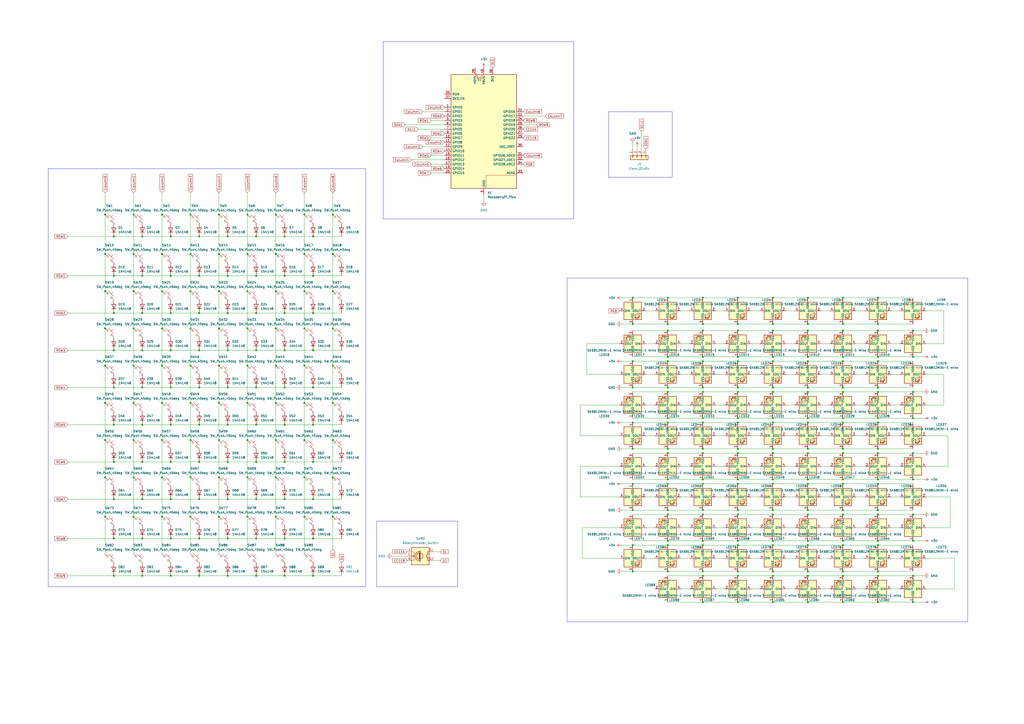
<source format=kicad_sch>
(kicad_sch (version 20250114) (generator "eeschema") (generator_version "9.0")
  (paper "A2")
  (rectangle (start 353.06 64.77) (end 389.89 102.87))
  (rectangle (start 328.93 161.29) (end 561.34 360.68))
  (rectangle (start 218.44 302.26) (end 265.43 340.36))
  (rectangle (start 222.25 24.13) (end 332.74 127))
  (rectangle (start 27.94 97.79) (end 212.09 340.36))
  (junction (at 427.99 298.45))
  (junction (at 407.67 298.45))
  (junction (at 407.67 191.77))
  (junction (at 143.51 168.91))
  (junction (at 387.35 316.23))
  (junction (at 110.49 168.91))
  (junction (at 509.27 313.69))
  (junction (at 529.59 242.57))
  (junction (at 509.27 209.55))
  (junction (at 82.55 246.38))
  (junction (at 193.04 168.91))
  (junction (at 132.08 224.79))
  (junction (at 181.61 246.38))
  (junction (at 127 168.91))
  (junction (at 143.51 124.46))
  (junction (at 427.99 207.01))
  (junction (at 115.57 246.38))
  (junction (at 468.63 172.72))
  (junction (at 448.31 207.01))
  (junction (at 509.27 187.96))
  (junction (at 148.59 181.61))
  (junction (at 509.27 278.13))
  (junction (at 509.27 207.01))
  (junction (at 115.57 334.01))
  (junction (at 176.53 299.72))
  (junction (at 66.04 267.97))
  (junction (at 407.67 172.72))
  (junction (at 160.02 255.27))
  (junction (at 160.02 299.72))
  (junction (at 110.49 124.46))
  (junction (at 66.04 312.42))
  (junction (at 367.03 224.79))
  (junction (at 387.35 209.55))
  (junction (at 427.99 334.01))
  (junction (at 115.57 203.2))
  (junction (at 367.03 209.55))
  (junction (at 407.67 207.01))
  (junction (at 448.31 224.79))
  (junction (at 488.95 295.91))
  (junction (at 181.61 224.79))
  (junction (at 448.31 209.55))
  (junction (at 407.67 209.55))
  (junction (at 367.03 280.67))
  (junction (at 529.59 227.33))
  (junction (at 110.49 147.32))
  (junction (at 509.27 227.33))
  (junction (at 193.04 147.32))
  (junction (at 66.04 289.56))
  (junction (at 468.63 191.77))
  (junction (at 99.06 160.02))
  (junction (at 93.98 212.09))
  (junction (at 407.67 260.35))
  (junction (at 60.96 147.32))
  (junction (at 181.61 181.61))
  (junction (at 82.55 334.01))
  (junction (at 387.35 207.01))
  (junction (at 160.02 276.86))
  (junction (at 115.57 160.02))
  (junction (at 127 212.09))
  (junction (at 148.59 334.01))
  (junction (at 468.63 227.33))
  (junction (at 387.35 313.69))
  (junction (at 60.96 190.5))
  (junction (at 132.08 181.61))
  (junction (at 468.63 262.89))
  (junction (at 99.06 267.97))
  (junction (at 427.99 280.67))
  (junction (at 66.04 246.38))
  (junction (at 82.55 137.16))
  (junction (at 448.31 172.72))
  (junction (at 110.49 276.86))
  (junction (at 407.67 349.25))
  (junction (at 367.03 172.72))
  (junction (at 93.98 190.5))
  (junction (at 176.53 147.32))
  (junction (at 427.99 260.35))
  (junction (at 448.31 191.77))
  (junction (at 60.96 255.27))
  (junction (at 509.27 331.47))
  (junction (at 468.63 207.01))
  (junction (at 509.27 334.01))
  (junction (at 427.99 349.25))
  (junction (at 165.1 246.38))
  (junction (at 176.53 168.91))
  (junction (at 93.98 299.72))
  (junction (at 160.02 124.46))
  (junction (at 468.63 316.23))
  (junction (at 387.35 187.96))
  (junction (at 387.35 191.77))
  (junction (at 181.61 160.02))
  (junction (at 427.99 187.96))
  (junction (at 448.31 278.13))
  (junction (at 529.59 262.89))
  (junction (at 165.1 181.61))
  (junction (at 529.59 334.01))
  (junction (at 82.55 312.42))
  (junction (at 488.95 227.33))
  (junction (at 82.55 289.56))
  (junction (at 193.04 212.09))
  (junction (at 407.67 242.57))
  (junction (at 82.55 267.97))
  (junction (at 488.95 187.96))
  (junction (at 110.49 299.72))
  (junction (at 448.31 316.23))
  (junction (at 60.96 276.86))
  (junction (at 181.61 312.42))
  (junction (at 488.95 245.11))
  (junction (at 488.95 260.35))
  (junction (at 448.31 227.33))
  (junction (at 77.47 168.91))
  (junction (at 143.51 276.86))
  (junction (at 387.35 245.11))
  (junction (at 367.03 316.23))
  (junction (at 468.63 313.69))
  (junction (at 488.95 172.72))
  (junction (at 468.63 260.35))
  (junction (at 60.96 212.09))
  (junction (at 488.95 278.13))
  (junction (at 66.04 137.16))
  (junction (at 148.59 203.2))
  (junction (at 529.59 313.69))
  (junction (at 99.06 181.61))
  (junction (at 127 255.27))
  (junction (at 468.63 298.45))
  (junction (at 193.04 299.72))
  (junction (at 143.51 233.68))
  (junction (at 509.27 242.57))
  (junction (at 427.99 224.79))
  (junction (at 427.99 313.69))
  (junction (at 367.03 295.91))
  (junction (at 99.06 289.56))
  (junction (at 407.67 227.33))
  (junction (at 448.31 334.01))
  (junction (at 82.55 224.79))
  (junction (at 110.49 212.09))
  (junction (at 165.1 203.2))
  (junction (at 77.47 299.72))
  (junction (at 115.57 181.61))
  (junction (at 427.99 262.89))
  (junction (at 160.02 212.09))
  (junction (at 115.57 289.56))
  (junction (at 427.99 209.55))
  (junction (at 448.31 349.25))
  (junction (at 148.59 289.56))
  (junction (at 529.59 349.25))
  (junction (at 99.06 224.79))
  (junction (at 529.59 298.45))
  (junction (at 115.57 137.16))
  (junction (at 488.95 313.69))
  (junction (at 77.47 233.68))
  (junction (at 176.53 255.27))
  (junction (at 143.51 147.32))
  (junction (at 407.67 262.89))
  (junction (at 468.63 334.01))
  (junction (at 387.35 260.35))
  (junction (at 488.95 334.01))
  (junction (at 468.63 349.25))
  (junction (at 176.53 212.09))
  (junction (at 367.03 187.96))
  (junction (at 488.95 209.55))
  (junction (at 132.08 267.97))
  (junction (at 181.61 137.16))
  (junction (at 509.27 262.89))
  (junction (at 387.35 172.72))
  (junction (at 132.08 137.16))
  (junction (at 66.04 160.02))
  (junction (at 60.96 299.72))
  (junction (at 448.31 245.11))
  (junction (at 193.04 124.46))
  (junction (at 77.47 255.27))
  (junction (at 165.1 312.42))
  (junction (at 427.99 245.11))
  (junction (at 448.31 298.45))
  (junction (at 148.59 246.38))
  (junction (at 509.27 349.25))
  (junction (at 509.27 172.72))
  (junction (at 99.06 334.01))
  (junction (at 468.63 242.57))
  (junction (at 181.61 267.97))
  (junction (at 115.57 224.79))
  (junction (at 367.03 331.47))
  (junction (at 509.27 295.91))
  (junction (at 407.67 278.13))
  (junction (at 488.95 191.77))
  (junction (at 509.27 245.11))
  (junction (at 165.1 224.79))
  (junction (at 93.98 124.46))
  (junction (at 132.08 334.01))
  (junction (at 181.61 203.2))
  (junction (at 176.53 124.46))
  (junction (at 448.31 262.89))
  (junction (at 468.63 224.79))
  (junction (at 387.35 227.33))
  (junction (at 407.67 295.91))
  (junction (at 99.06 312.42))
  (junction (at 99.06 203.2))
  (junction (at 148.59 160.02))
  (junction (at 193.04 276.86))
  (junction (at 448.31 313.69))
  (junction (at 407.67 280.67))
  (junction (at 448.31 187.96))
  (junction (at 181.61 289.56))
  (junction (at 110.49 233.68))
  (junction (at 427.99 227.33))
  (junction (at 448.31 331.47))
  (junction (at 93.98 168.91))
  (junction (at 468.63 278.13))
  (junction (at 82.55 203.2))
  (junction (at 165.1 160.02))
  (junction (at 176.53 233.68))
  (junction (at 427.99 295.91))
  (junction (at 77.47 190.5))
  (junction (at 181.61 334.01))
  (junction (at 60.96 233.68))
  (junction (at 427.99 331.47))
  (junction (at 148.59 267.97))
  (junction (at 160.02 147.32))
  (junction (at 93.98 233.68))
  (junction (at 127 276.86))
  (junction (at 193.04 233.68))
  (junction (at 143.51 212.09))
  (junction (at 468.63 280.67))
  (junction (at 427.99 278.13))
  (junction (at 407.67 224.79))
  (junction (at 143.51 190.5))
  (junction (at 488.95 242.57))
  (junction (at 387.35 224.79))
  (junction (at 468.63 245.11))
  (junction (at 110.49 190.5))
  (junction (at 367.03 260.35))
  (junction (at 448.31 295.91))
  (junction (at 407.67 334.01))
  (junction (at 448.31 260.35))
  (junction (at 407.67 313.69))
  (junction (at 93.98 276.86))
  (junction (at 509.27 224.79))
  (junction (at 66.04 181.61))
  (junction (at 468.63 295.91))
  (junction (at 427.99 191.77))
  (junction (at 427.99 316.23))
  (junction (at 148.59 312.42))
  (junction (at 77.47 276.86))
  (junction (at 127 147.32))
  (junction (at 468.63 209.55))
  (junction (at 427.99 242.57))
  (junction (at 115.57 267.97))
  (junction (at 488.95 262.89))
  (junction (at 66.04 224.79))
  (junction (at 110.49 255.27))
  (junction (at 407.67 245.11))
  (junction (at 93.98 147.32))
  (junction (at 148.59 224.79))
  (junction (at 488.95 207.01))
  (junction (at 387.35 278.13))
  (junction (at 160.02 233.68))
  (junction (at 407.67 187.96))
  (junction (at 468.63 331.47))
  (junction (at 193.04 255.27))
  (junction (at 367.03 245.11))
  (junction (at 132.08 203.2))
  (junction (at 60.96 168.91))
  (junction (at 99.06 137.16))
  (junction (at 143.51 255.27))
  (junction (at 160.02 190.5))
  (junction (at 529.59 191.77))
  (junction (at 93.98 255.27))
  (junction (at 448.31 280.67))
  (junction (at 529.59 207.01))
  (junction (at 407.67 316.23))
  (junction (at 407.67 331.47))
  (junction (at 160.02 168.91))
  (junction (at 387.35 242.57))
  (junction (at 448.31 242.57))
  (junction (at 127 190.5))
  (junction (at 132.08 312.42))
  (junction (at 127 233.68))
  (junction (at 165.1 137.16))
  (junction (at 509.27 316.23))
  (junction (at 165.1 267.97))
  (junction (at 82.55 160.02))
  (junction (at 488.95 280.67))
  (junction (at 165.1 289.56))
  (junction (at 488.95 224.79))
  (junction (at 488.95 316.23))
  (junction (at 387.35 295.91))
  (junction (at 60.96 124.46))
  (junction (at 132.08 160.02))
  (junction (at 468.63 187.96))
  (junction (at 66.04 203.2))
  (junction (at 132.08 246.38))
  (junction (at 176.53 190.5))
  (junction (at 99.06 246.38))
  (junction (at 193.04 190.5))
  (junction (at 66.04 334.01))
  (junction (at 488.95 331.47))
  (junction (at 77.47 147.32))
  (junction (at 488.95 349.25))
  (junction (at 509.27 191.77))
  (junction (at 488.95 298.45))
  (junction (at 148.59 137.16))
  (junction (at 115.57 312.42))
  (junction (at 77.47 212.09))
  (junction (at 509.27 280.67))
  (junction (at 509.27 260.35))
  (junction (at 165.1 334.01))
  (junction (at 132.08 289.56))
  (junction (at 77.47 124.46))
  (junction (at 82.55 181.61))
  (junction (at 176.53 276.86))
  (junction (at 427.99 172.72))
  (junction (at 387.35 262.89))
  (junction (at 509.27 298.45))
  (junction (at 127 124.46))
  (junction (at 529.59 278.13))
  (junction (at 143.51 299.72))
  (junction (at 387.35 331.47))
  (junction (at 387.35 280.67))
  (junction (at 127 299.72))
  (junction (at 387.35 298.45))
  (wire (pts (xy 77.47 124.46) (xy 77.47 147.32)))
  (wire (pts (xy 82.55 312.42) (xy 99.06 312.42)))
  (wire (pts (xy 337.82 306.07) (xy 337.82 323.85)))
  (wire (pts (xy 66.04 181.61) (xy 82.55 181.61)))
  (wire (pts (xy 529.59 349.25) (xy 509.27 349.25)))
  (wire (pts (xy 488.95 227.33) (xy 468.63 227.33)))
  (wire (pts (xy 148.59 224.79) (xy 165.1 224.79)))
  (wire (pts (xy 160.02 147.32) (xy 160.02 168.91)))
  (wire (pts (xy 488.95 187.96) (xy 509.27 187.96)))
  (wire (pts (xy 553.72 341.63) (xy 537.21 341.63)))
  (wire (pts (xy 132.08 203.2) (xy 148.59 203.2)))
  (wire (pts (xy 488.95 191.77) (xy 468.63 191.77)))
  (wire (pts (xy 245.11 64.77) (xy 257.81 64.77)))
  (wire (pts (xy 488.95 349.25) (xy 468.63 349.25)))
  (wire (pts (xy 535.94 349.25) (xy 529.59 349.25)))
  (wire (pts (xy 461.01 199.39) (xy 455.93 199.39)))
  (wire (pts (xy 160.02 255.27) (xy 160.02 276.86)))
  (wire (pts (xy 360.68 209.55) (xy 367.03 209.55)))
  (wire (pts (xy 547.37 180.34) (xy 547.37 199.39)))
  (wire (pts (xy 468.63 313.69) (xy 448.31 313.69)))
  (wire (pts (xy 127 124.46) (xy 127 147.32)))
  (wire (pts (xy 93.98 299.72) (xy 93.98 321.31)))
  (wire (pts (xy 537.21 234.95) (xy 547.37 234.95)))
  (wire (pts (xy 488.95 262.89) (xy 468.63 262.89)))
  (wire (pts (xy 250.19 95.25) (xy 257.81 95.25)))
  (wire (pts (xy 115.57 224.79) (xy 132.08 224.79)))
  (wire (pts (xy 148.59 181.61) (xy 165.1 181.61)))
  (wire (pts (xy 415.29 288.29) (xy 420.37 288.29)))
  (wire (pts (xy 127 190.5) (xy 127 212.09)))
  (wire (pts (xy 509.27 209.55) (xy 529.59 209.55)))
  (wire (pts (xy 115.57 203.2) (xy 132.08 203.2)))
  (wire (pts (xy 440.69 306.07) (xy 435.61 306.07)))
  (wire (pts (xy 367.03 316.23) (xy 387.35 316.23)))
  (wire (pts (xy 66.04 137.16) (xy 82.55 137.16)))
  (wire (pts (xy 387.35 245.11) (xy 407.67 245.11)))
  (wire (pts (xy 509.27 260.35) (xy 529.59 260.35)))
  (wire (pts (xy 455.93 323.85) (xy 461.01 323.85)))
  (wire (pts (xy 461.01 341.63) (xy 455.93 341.63)))
  (wire (pts (xy 509.27 331.47) (xy 529.59 331.47)))
  (wire (pts (xy 448.31 245.11) (xy 468.63 245.11)))
  (wire (pts (xy 148.59 203.2) (xy 165.1 203.2)))
  (wire (pts (xy 387.35 262.89) (xy 367.03 262.89)))
  (wire (pts (xy 387.35 187.96) (xy 407.67 187.96)))
  (wire (pts (xy 448.31 295.91) (xy 468.63 295.91)))
  (wire (pts (xy 360.68 172.72) (xy 367.03 172.72)))
  (wire (pts (xy 516.89 217.17) (xy 521.97 217.17)))
  (wire (pts (xy 476.25 323.85) (xy 481.33 323.85)))
  (wire (pts (xy 165.1 267.97) (xy 181.61 267.97)))
  (wire (pts (xy 468.63 295.91) (xy 488.95 295.91)))
  (wire (pts (xy 509.27 172.72) (xy 529.59 172.72)))
  (wire (pts (xy 468.63 191.77) (xy 448.31 191.77)))
  (wire (pts (xy 387.35 295.91) (xy 407.67 295.91)))
  (wire (pts (xy 448.31 207.01) (xy 427.99 207.01)))
  (wire (pts (xy 420.37 234.95) (xy 415.29 234.95)))
  (wire (pts (xy 415.29 341.63) (xy 420.37 341.63)))
  (wire (pts (xy 110.49 233.68) (xy 110.49 255.27)))
  (wire (pts (xy 93.98 276.86) (xy 93.98 299.72)))
  (wire (pts (xy 427.99 334.01) (xy 448.31 334.01)))
  (wire (pts (xy 176.53 276.86) (xy 176.53 299.72)))
  (wire (pts (xy 250.19 90.17) (xy 257.81 90.17)))
  (wire (pts (xy 407.67 313.69) (xy 387.35 313.69)))
  (wire (pts (xy 60.96 255.27) (xy 60.96 276.86)))
  (wire (pts (xy 165.1 160.02) (xy 181.61 160.02)))
  (wire (pts (xy 387.35 278.13) (xy 367.03 278.13)))
  (wire (pts (xy 60.96 124.46) (xy 60.96 147.32)))
  (wire (pts (xy 367.03 331.47) (xy 387.35 331.47)))
  (wire (pts (xy 468.63 298.45) (xy 448.31 298.45)))
  (wire (pts (xy 509.27 295.91) (xy 529.59 295.91)))
  (wire (pts (xy 193.04 168.91) (xy 193.04 190.5)))
  (wire (pts (xy 336.55 288.29) (xy 359.41 288.29)))
  (wire (pts (xy 39.37 246.38) (xy 66.04 246.38)))
  (wire (pts (xy 60.96 190.5) (xy 60.96 212.09)))
  (wire (pts (xy 60.96 233.68) (xy 60.96 255.27)))
  (wire (pts (xy 440.69 341.63) (xy 435.61 341.63)))
  (wire (pts (xy 39.37 289.56) (xy 66.04 289.56)))
  (wire (pts (xy 255.27 320.04) (xy 251.46 320.04)))
  (wire (pts (xy 379.73 306.07) (xy 374.65 306.07)))
  (wire (pts (xy 176.53 299.72) (xy 176.53 321.31)))
  (wire (pts (xy 516.89 323.85) (xy 521.97 323.85)))
  (wire (pts (xy 415.29 180.34) (xy 420.37 180.34)))
  (wire (pts (xy 359.41 306.07) (xy 337.82 306.07)))
  (wire (pts (xy 461.01 270.51) (xy 455.93 270.51)))
  (wire (pts (xy 132.08 289.56) (xy 148.59 289.56)))
  (wire (pts (xy 448.31 242.57) (xy 427.99 242.57)))
  (wire (pts (xy 360.68 331.47) (xy 367.03 331.47)))
  (wire (pts (xy 127 255.27) (xy 127 276.86)))
  (wire (pts (xy 115.57 334.01) (xy 132.08 334.01)))
  (wire (pts (xy 488.95 278.13) (xy 468.63 278.13)))
  (wire (pts (xy 367.03 280.67) (xy 387.35 280.67)))
  (wire (pts (xy 549.91 270.51) (xy 537.21 270.51)))
  (wire (pts (xy 82.55 289.56) (xy 99.06 289.56)))
  (wire (pts (xy 387.35 209.55) (xy 407.67 209.55)))
  (wire (pts (xy 468.63 227.33) (xy 448.31 227.33)))
  (wire (pts (xy 66.04 289.56) (xy 82.55 289.56)))
  (wire (pts (xy 488.95 242.57) (xy 468.63 242.57)))
  (wire (pts (xy 501.65 234.95) (xy 496.57 234.95)))
  (wire (pts (xy 359.41 199.39) (xy 340.36 199.39)))
  (wire (pts (xy 501.65 306.07) (xy 496.57 306.07)))
  (wire (pts (xy 82.55 224.79) (xy 99.06 224.79)))
  (wire (pts (xy 551.18 288.29) (xy 551.18 306.07)))
  (wire (pts (xy 387.35 316.23) (xy 407.67 316.23)))
  (wire (pts (xy 448.31 262.89) (xy 427.99 262.89)))
  (wire (pts (xy 427.99 262.89) (xy 407.67 262.89)))
  (wire (pts (xy 143.51 147.32) (xy 143.51 168.91)))
  (wire (pts (xy 509.27 313.69) (xy 488.95 313.69)))
  (wire (pts (xy 316.23 67.31) (xy 303.53 67.31)))
  (wire (pts (xy 476.25 180.34) (xy 481.33 180.34)))
  (wire (pts (xy 468.63 172.72) (xy 488.95 172.72)))
  (wire (pts (xy 143.51 168.91) (xy 143.51 190.5)))
  (wire (pts (xy 468.63 245.11) (xy 488.95 245.11)))
  (wire (pts (xy 529.59 298.45) (xy 509.27 298.45)))
  (wire (pts (xy 509.27 280.67) (xy 529.59 280.67)))
  (wire (pts (xy 387.35 191.77) (xy 367.03 191.77)))
  (wire (pts (xy 367.03 245.11) (xy 387.35 245.11)))
  (wire (pts (xy 509.27 334.01) (xy 488.95 334.01)))
  (wire (pts (xy 132.08 160.02) (xy 148.59 160.02)))
  (wire (pts (xy 379.73 234.95) (xy 374.65 234.95)))
  (wire (pts (xy 367.03 82.55) (xy 367.03 86.36)))
  (wire (pts (xy 394.97 323.85) (xy 400.05 323.85)))
  (wire (pts (xy 250.19 100.33) (xy 257.81 100.33)))
  (wire (pts (xy 496.57 252.73) (xy 501.65 252.73)))
  (wire (pts (xy 440.69 199.39) (xy 435.61 199.39)))
  (wire (pts (xy 529.59 313.69) (xy 509.27 313.69)))
  (wire (pts (xy 521.97 199.39) (xy 516.89 199.39)))
  (wire (pts (xy 280.67 116.84) (xy 280.67 113.03)))
  (wire (pts (xy 181.61 267.97) (xy 198.12 267.97)))
  (wire (pts (xy 448.31 316.23) (xy 468.63 316.23)))
  (wire (pts (xy 407.67 187.96) (xy 427.99 187.96)))
  (wire (pts (xy 476.25 217.17) (xy 481.33 217.17)))
  (wire (pts (xy 39.37 137.16) (xy 66.04 137.16)))
  (wire (pts (xy 400.05 306.07) (xy 394.97 306.07)))
  (wire (pts (xy 60.96 276.86) (xy 60.96 299.72)))
  (wire (pts (xy 193.04 111.76) (xy 193.04 124.46)))
  (wire (pts (xy 427.99 316.23) (xy 448.31 316.23)))
  (wire (pts (xy 468.63 224.79) (xy 488.95 224.79)))
  (wire (pts (xy 537.21 217.17) (xy 547.37 217.17)))
  (wire (pts (xy 132.08 224.79) (xy 148.59 224.79)))
  (wire (pts (xy 99.06 267.97) (xy 115.57 267.97)))
  (wire (pts (xy 193.04 299.72) (xy 193.04 318.77)))
  (wire (pts (xy 82.55 203.2) (xy 99.06 203.2)))
  (wire (pts (xy 521.97 234.95) (xy 516.89 234.95)))
  (wire (pts (xy 234.95 72.39) (xy 257.81 72.39)))
  (wire (pts (xy 110.49 147.32) (xy 110.49 168.91)))
  (wire (pts (xy 374.65 252.73) (xy 379.73 252.73)))
  (wire (pts (xy 387.35 172.72) (xy 407.67 172.72)))
  (wire (pts (xy 367.03 224.79) (xy 387.35 224.79)))
  (wire (pts (xy 549.91 252.73) (xy 549.91 270.51)))
  (wire (pts (xy 448.31 260.35) (xy 468.63 260.35)))
  (wire (pts (xy 407.67 349.25) (xy 427.99 349.25)))
  (wire (pts (xy 461.01 234.95) (xy 455.93 234.95)))
  (wire (pts (xy 400.05 270.51) (xy 394.97 270.51)))
  (wire (pts (xy 521.97 341.63) (xy 516.89 341.63)))
  (wire (pts (xy 529.59 242.57) (xy 509.27 242.57)))
  (wire (pts (xy 148.59 137.16) (xy 165.1 137.16)))
  (wire (pts (xy 407.67 227.33) (xy 387.35 227.33)))
  (wire (pts (xy 148.59 267.97) (xy 165.1 267.97)))
  (wire (pts (xy 407.67 207.01) (xy 387.35 207.01)))
  (wire (pts (xy 400.05 199.39) (xy 394.97 199.39)))
  (wire (pts (xy 193.04 212.09) (xy 193.04 233.68)))
  (wire (pts (xy 60.96 147.32) (xy 60.96 168.91)))
  (wire (pts (xy 39.37 181.61) (xy 66.04 181.61)))
  (wire (pts (xy 372.11 76.2) (xy 372.11 86.36)))
  (wire (pts (xy 160.02 299.72) (xy 160.02 321.31)))
  (wire (pts (xy 455.93 288.29) (xy 461.01 288.29)))
  (wire (pts (xy 160.02 233.68) (xy 160.02 255.27)))
  (wire (pts (xy 143.51 233.68) (xy 143.51 255.27)))
  (wire (pts (xy 537.21 288.29) (xy 551.18 288.29)))
  (wire (pts (xy 255.27 325.12) (xy 251.46 325.12)))
  (wire (pts (xy 415.29 323.85) (xy 420.37 323.85)))
  (wire (pts (xy 360.68 260.35) (xy 367.03 260.35)))
  (wire (pts (xy 468.63 242.57) (xy 448.31 242.57)))
  (wire (pts (xy 427.99 187.96) (xy 448.31 187.96)))
  (wire (pts (xy 99.06 334.01) (xy 115.57 334.01)))
  (wire (pts (xy 407.67 278.13) (xy 387.35 278.13)))
  (wire (pts (xy 367.03 187.96) (xy 387.35 187.96)))
  (wire (pts (xy 468.63 187.96) (xy 488.95 187.96)))
  (wire (pts (xy 181.61 160.02) (xy 198.12 160.02)))
  (wire (pts (xy 387.35 331.47) (xy 407.67 331.47)))
  (wire (pts (xy 110.49 190.5) (xy 110.49 212.09)))
  (wire (pts (xy 39.37 267.97) (xy 66.04 267.97)))
  (wire (pts (xy 39.37 312.42) (xy 66.04 312.42)))
  (wire (pts (xy 99.06 137.16) (xy 115.57 137.16)))
  (wire (pts (xy 435.61 252.73) (xy 440.69 252.73)))
  (wire (pts (xy 193.04 190.5) (xy 193.04 212.09)))
  (wire (pts (xy 66.04 334.01) (xy 82.55 334.01)))
  (wire (pts (xy 337.82 323.85) (xy 359.41 323.85)))
  (wire (pts (xy 501.65 270.51) (xy 496.57 270.51)))
  (wire (pts (xy 132.08 246.38) (xy 148.59 246.38)))
  (wire (pts (xy 374.65 323.85) (xy 379.73 323.85)))
  (wire (pts (xy 488.95 298.45) (xy 468.63 298.45)))
  (wire (pts (xy 66.04 267.97) (xy 82.55 267.97)))
  (wire (pts (xy 115.57 289.56) (xy 132.08 289.56)))
  (wire (pts (xy 387.35 260.35) (xy 407.67 260.35)))
  (wire (pts (xy 176.53 190.5) (xy 176.53 212.09)))
  (wire (pts (xy 387.35 349.25) (xy 407.67 349.25)))
  (wire (pts (xy 448.31 209.55) (xy 468.63 209.55)))
  (wire (pts (xy 407.67 334.01) (xy 427.99 334.01)))
  (wire (pts (xy 407.67 172.72) (xy 427.99 172.72)))
  (wire (pts (xy 488.95 207.01) (xy 468.63 207.01)))
  (wire (pts (xy 521.97 306.07) (xy 516.89 306.07)))
  (wire (pts (xy 387.35 313.69) (xy 367.03 313.69)))
  (wire (pts (xy 181.61 312.42) (xy 198.12 312.42)))
  (wire (pts (xy 496.57 217.17) (xy 501.65 217.17)))
  (wire (pts (xy 481.33 234.95) (xy 476.25 234.95)))
  (wire (pts (xy 176.53 255.27) (xy 176.53 276.86)))
  (wire (pts (xy 82.55 137.16) (xy 99.06 137.16)))
  (wire (pts (xy 127 147.32) (xy 127 168.91)))
  (wire (pts (xy 367.03 172.72) (xy 387.35 172.72)))
  (wire (pts (xy 435.61 323.85) (xy 440.69 323.85)))
  (wire (pts (xy 93.98 124.46) (xy 93.98 147.32)))
  (wire (pts (xy 509.27 278.13) (xy 488.95 278.13)))
  (wire (pts (xy 427.99 227.33) (xy 407.67 227.33)))
  (wire (pts (xy 537.21 252.73) (xy 549.91 252.73)))
  (wire (pts (xy 427.99 295.91) (xy 448.31 295.91)))
  (wire (pts (xy 509.27 245.11) (xy 529.59 245.11)))
  (wire (pts (xy 250.19 69.85) (xy 257.81 69.85)))
  (wire (pts (xy 77.47 299.72) (xy 77.47 321.31)))
  (wire (pts (xy 181.61 203.2) (xy 198.12 203.2)))
  (wire (pts (xy 110.49 111.76) (xy 110.49 124.46)))
  (wire (pts (xy 82.55 181.61) (xy 99.06 181.61)))
  (wire (pts (xy 448.31 298.45) (xy 427.99 298.45)))
  (wire (pts (xy 407.67 298.45) (xy 387.35 298.45)))
  (wire (pts (xy 93.98 147.32) (xy 93.98 168.91)))
  (wire (pts (xy 468.63 334.01) (xy 448.31 334.01)))
  (wire (pts (xy 553.72 323.85) (xy 553.72 341.63)))
  (wire (pts (xy 250.19 80.01) (xy 257.81 80.01)))
  (wire (pts (xy 110.49 212.09) (xy 110.49 233.68)))
  (wire (pts (xy 181.61 137.16) (xy 198.12 137.16)))
  (wire (pts (xy 176.53 168.91) (xy 176.53 190.5)))
  (wire (pts (xy 99.06 181.61) (xy 115.57 181.61)))
  (wire (pts (xy 461.01 306.07) (xy 455.93 306.07)))
  (wire (pts (xy 110.49 168.91) (xy 110.49 190.5)))
  (wire (pts (xy 435.61 217.17) (xy 440.69 217.17)))
  (wire (pts (xy 407.67 262.89) (xy 387.35 262.89)))
  (wire (pts (xy 521.97 270.51) (xy 516.89 270.51)))
  (wire (pts (xy 488.95 260.35) (xy 509.27 260.35)))
  (wire (pts (xy 455.93 252.73) (xy 461.01 252.73)))
  (wire (pts (xy 77.47 233.68) (xy 77.47 255.27)))
  (wire (pts (xy 99.06 203.2) (xy 115.57 203.2)))
  (wire (pts (xy 455.93 180.34) (xy 461.01 180.34)))
  (wire (pts (xy 160.02 276.86) (xy 160.02 299.72)))
  (wire (pts (xy 160.02 190.5) (xy 160.02 212.09)))
  (wire (pts (xy 496.57 180.34) (xy 501.65 180.34)))
  (wire (pts (xy 468.63 331.47) (xy 488.95 331.47)))
  (wire (pts (xy 132.08 181.61) (xy 148.59 181.61)))
  (wire (pts (xy 379.73 199.39) (xy 374.65 199.39)))
  (wire (pts (xy 181.61 181.61) (xy 198.12 181.61)))
  (wire (pts (xy 93.98 255.27) (xy 93.98 276.86)))
  (wire (pts (xy 535.94 278.13) (xy 529.59 278.13)))
  (wire (pts (xy 360.68 316.23) (xy 367.03 316.23)))
  (wire (pts (xy 127 111.76) (xy 127 124.46)))
  (wire (pts (xy 427.99 245.11) (xy 448.31 245.11)))
  (wire (pts (xy 537.21 180.34) (xy 547.37 180.34)))
  (wire (pts (xy 193.04 233.68) (xy 193.04 255.27)))
  (wire (pts (xy 535.94 298.45) (xy 529.59 298.45)))
  (wire (pts (xy 160.02 111.76) (xy 160.02 124.46)))
  (wire (pts (xy 360.68 187.96) (xy 367.03 187.96)))
  (wire (pts (xy 455.93 217.17) (xy 461.01 217.17)))
  (wire (pts (xy 99.06 224.79) (xy 115.57 224.79)))
  (wire (pts (xy 60.96 111.76) (xy 60.96 124.46)))
  (wire (pts (xy 415.29 217.17) (xy 420.37 217.17)))
  (wire (pts (xy 468.63 280.67) (xy 488.95 280.67)))
  (wire (pts (xy 529.59 227.33) (xy 509.27 227.33)))
  (wire (pts (xy 99.06 289.56) (xy 115.57 289.56)))
  (wire (pts (xy 176.53 147.32) (xy 176.53 168.91)))
  (wire (pts (xy 407.67 331.47) (xy 427.99 331.47)))
  (wire (pts (xy 39.37 160.02) (xy 66.04 160.02)))
  (wire (pts (xy 245.11 85.09) (xy 257.81 85.09)))
  (wire (pts (xy 551.18 306.07) (xy 537.21 306.07)))
  (wire (pts (xy 440.69 234.95) (xy 435.61 234.95)))
  (wire (pts (xy 427.99 224.79) (xy 448.31 224.79)))
  (wire (pts (xy 160.02 168.91) (xy 160.02 190.5)))
  (wire (pts (xy 420.37 270.51) (xy 415.29 270.51)))
  (wire (pts (xy 509.27 349.25) (xy 488.95 349.25)))
  (wire (pts (xy 132.08 267.97) (xy 148.59 267.97)))
  (wire (pts (xy 509.27 224.79) (xy 529.59 224.79)))
  (wire (pts (xy 165.1 312.42) (xy 181.61 312.42)))
  (wire (pts (xy 476.25 252.73) (xy 481.33 252.73)))
  (wire (pts (xy 165.1 224.79) (xy 181.61 224.79)))
  (wire (pts (xy 488.95 316.23) (xy 509.27 316.23)))
  (wire (pts (xy 481.33 270.51) (xy 476.25 270.51)))
  (wire (pts (xy 435.61 180.34) (xy 440.69 180.34)))
  (wire (pts (xy 440.69 270.51) (xy 435.61 270.51)))
  (wire (pts (xy 360.68 295.91) (xy 367.03 295.91)))
  (wire (pts (xy 93.98 168.91) (xy 93.98 190.5)))
  (wire (pts (xy 148.59 289.56) (xy 165.1 289.56)))
  (wire (pts (xy 77.47 190.5) (xy 77.47 212.09)))
  (wire (pts (xy 496.57 288.29) (xy 501.65 288.29)))
  (wire (pts (xy 407.67 280.67) (xy 427.99 280.67)))
  (wire (pts (xy 374.65 288.29) (xy 379.73 288.29)))
  (wire (pts (xy 66.04 312.42) (xy 82.55 312.42)))
  (wire (pts (xy 394.97 180.34) (xy 400.05 180.34)))
  (wire (pts (xy 60.96 212.09) (xy 60.96 233.68)))
  (wire (pts (xy 143.51 111.76) (xy 143.51 124.46)))
  (wire (pts (xy 427.99 278.13) (xy 407.67 278.13)))
  (wire (pts (xy 427.99 298.45) (xy 407.67 298.45)))
  (wire (pts (xy 176.53 111.76) (xy 176.53 124.46)))
  (wire (pts (xy 488.95 313.69) (xy 468.63 313.69)))
  (wire (pts (xy 165.1 334.01) (xy 181.61 334.01)))
  (wire (pts (xy 516.89 252.73) (xy 521.97 252.73)))
  (wire (pts (xy 143.51 124.46) (xy 143.51 147.32)))
  (wire (pts (xy 535.94 191.77) (xy 529.59 191.77)))
  (wire (pts (xy 394.97 217.17) (xy 400.05 217.17)))
  (wire (pts (xy 387.35 334.01) (xy 407.67 334.01)))
  (wire (pts (xy 93.98 212.09) (xy 93.98 233.68)))
  (wire (pts (xy 238.76 92.71) (xy 257.81 92.71)))
  (wire (pts (xy 367.03 209.55) (xy 387.35 209.55)))
  (wire (pts (xy 143.51 190.5) (xy 143.51 212.09)))
  (wire (pts (xy 407.67 191.77) (xy 387.35 191.77)))
  (wire (pts (xy 427.99 172.72) (xy 448.31 172.72)))
  (wire (pts (xy 132.08 334.01) (xy 148.59 334.01)))
  (wire (pts (xy 481.33 306.07) (xy 476.25 306.07)))
  (wire (pts (xy 427.99 331.47) (xy 448.31 331.47)))
  (wire (pts (xy 547.37 199.39) (xy 537.21 199.39)))
  (wire (pts (xy 110.49 255.27) (xy 110.49 276.86)))
  (wire (pts (xy 193.04 124.46) (xy 193.04 147.32)))
  (wire (pts (xy 99.06 312.42) (xy 115.57 312.42)))
  (wire (pts (xy 110.49 124.46) (xy 110.49 147.32)))
  (wire (pts (xy 160.02 212.09) (xy 160.02 233.68)))
  (wire (pts (xy 387.35 224.79) (xy 407.67 224.79)))
  (wire (pts (xy 176.53 233.68) (xy 176.53 255.27)))
  (wire (pts (xy 60.96 299.72) (xy 60.96 321.31)))
  (wire (pts (xy 427.99 349.25) (xy 448.31 349.25)))
  (wire (pts (xy 132.08 312.42) (xy 148.59 312.42)))
  (wire (pts (xy 165.1 289.56) (xy 181.61 289.56)))
  (wire (pts (xy 165.1 203.2) (xy 181.61 203.2)))
  (wire (pts (xy 340.36 199.39) (xy 340.36 217.17)))
  (wire (pts (xy 501.65 199.39) (xy 496.57 199.39)))
  (wire (pts (xy 407.67 242.57) (xy 387.35 242.57)))
  (wire (pts (xy 468.63 260.35) (xy 488.95 260.35)))
  (wire (pts (xy 115.57 181.61) (xy 132.08 181.61)))
  (wire (pts (xy 176.53 124.46) (xy 176.53 147.32)))
  (wire (pts (xy 110.49 276.86) (xy 110.49 299.72)))
  (wire (pts (xy 115.57 246.38) (xy 132.08 246.38)))
  (wire (pts (xy 448.31 331.47) (xy 468.63 331.47)))
  (wire (pts (xy 127 168.91) (xy 127 190.5)))
  (wire (pts (xy 93.98 111.76) (xy 93.98 124.46)))
  (wire (pts (xy 387.35 298.45) (xy 367.03 298.45)))
  (wire (pts (xy 407.67 295.91) (xy 427.99 295.91)))
  (wire (pts (xy 509.27 262.89) (xy 488.95 262.89)))
  (wire (pts (xy 148.59 160.02) (xy 165.1 160.02)))
  (wire (pts (xy 93.98 190.5) (xy 93.98 212.09)))
  (wire (pts (xy 407.67 209.55) (xy 427.99 209.55)))
  (wire (pts (xy 127 233.68) (xy 127 255.27)))
  (wire (pts (xy 82.55 160.02) (xy 99.06 160.02)))
  (wire (pts (xy 143.51 212.09) (xy 143.51 233.68)))
  (wire (pts (xy 427.99 260.35) (xy 448.31 260.35)))
  (wire (pts (xy 488.95 334.01) (xy 468.63 334.01)))
  (wire (pts (xy 488.95 209.55) (xy 509.27 209.55)))
  (wire (pts (xy 60.96 168.91) (xy 60.96 190.5)))
  (wire (pts (xy 143.51 299.72) (xy 143.51 321.31)))
  (wire (pts (xy 360.68 245.11) (xy 367.03 245.11)))
  (wire (pts (xy 181.61 246.38) (xy 198.12 246.38)))
  (wire (pts (xy 509.27 191.77) (xy 488.95 191.77)))
  (wire (pts (xy 367.03 295.91) (xy 387.35 295.91)))
  (wire (pts (xy 529.59 278.13) (xy 509.27 278.13)))
  (wire (pts (xy 165.1 246.38) (xy 181.61 246.38)))
  (wire (pts (xy 127 212.09) (xy 127 233.68)))
  (wire (pts (xy 360.68 224.79) (xy 367.03 224.79)))
  (wire (pts (xy 374.65 180.34) (xy 379.73 180.34)))
  (wire (pts (xy 427.99 280.67) (xy 448.31 280.67)))
  (wire (pts (xy 427.99 242.57) (xy 407.67 242.57)))
  (wire (pts (xy 476.25 288.29) (xy 481.33 288.29)))
  (wire (pts (xy 448.31 172.72) (xy 468.63 172.72)))
  (wire (pts (xy 110.49 299.72) (xy 110.49 321.31)))
  (wire (pts (xy 394.97 252.73) (xy 400.05 252.73)))
  (wire (pts (xy 407.67 316.23) (xy 427.99 316.23)))
  (wire (pts (xy 367.03 260.35) (xy 387.35 260.35)))
  (wire (pts (xy 427.99 313.69) (xy 407.67 313.69)))
  (wire (pts (xy 448.31 224.79) (xy 468.63 224.79)))
  (wire (pts (xy 39.37 224.79) (xy 66.04 224.79)))
  (wire (pts (xy 227.33 322.58) (xy 236.22 322.58)))
  (wire (pts (xy 181.61 334.01) (xy 198.12 334.01)))
  (wire (pts (xy 407.67 260.35) (xy 427.99 260.35)))
  (wire (pts (xy 242.57 74.93) (xy 257.81 74.93)))
  (wire (pts (xy 77.47 147.32) (xy 77.47 168.91)))
  (wire (pts (xy 369.57 85.09) (xy 369.57 86.36)))
  (wire (pts (xy 535.94 313.69) (xy 529.59 313.69)))
  (wire (pts (xy 340.36 217.17) (xy 359.41 217.17)))
  (wire (pts (xy 148.59 312.42) (xy 165.1 312.42)))
  (wire (pts (xy 143.51 255.27) (xy 143.51 276.86)))
  (wire (pts (xy 193.04 276.86) (xy 193.04 299.72)))
  (wire (pts (xy 400.05 234.95) (xy 394.97 234.95)))
  (wire (pts (xy 448.31 313.69) (xy 427.99 313.69)))
  (wire (pts (xy 516.89 288.29) (xy 521.97 288.29)))
  (wire (pts (xy 82.55 246.38) (xy 99.06 246.38)))
  (wire (pts (xy 516.89 180.34) (xy 521.97 180.34)))
  (wire (pts (xy 448.31 280.67) (xy 468.63 280.67)))
  (wire (pts (xy 66.04 160.02) (xy 82.55 160.02)))
  (wire (pts (xy 488.95 224.79) (xy 509.27 224.79)))
  (wire (pts (xy 176.53 212.09) (xy 176.53 233.68)))
  (wire (pts (xy 407.67 224.79) (xy 427.99 224.79)))
  (wire (pts (xy 529.59 262.89) (xy 509.27 262.89)))
  (wire (pts (xy 468.63 209.55) (xy 488.95 209.55)))
  (wire (pts (xy 468.63 262.89) (xy 448.31 262.89)))
  (wire (pts (xy 115.57 267.97) (xy 132.08 267.97)))
  (wire (pts (xy 39.37 203.2) (xy 66.04 203.2)))
  (wire (pts (xy 127 299.72) (xy 127 321.31)))
  (wire (pts (xy 501.65 341.63) (xy 496.57 341.63)))
  (wire (pts (xy 165.1 137.16) (xy 181.61 137.16)))
  (wire (pts (xy 115.57 137.16) (xy 132.08 137.16)))
  (wire (pts (xy 181.61 289.56) (xy 198.12 289.56)))
  (wire (pts (xy 82.55 334.01) (xy 99.06 334.01)))
  (wire (pts (xy 77.47 212.09) (xy 77.47 233.68)))
  (wire (pts (xy 66.04 203.2) (xy 82.55 203.2)))
  (wire (pts (xy 336.55 252.73) (xy 359.41 252.73)))
  (wire (pts (xy 77.47 255.27) (xy 77.47 276.86)))
  (wire (pts (xy 468.63 349.25) (xy 448.31 349.25)))
  (wire (pts (xy 427.99 191.77) (xy 407.67 191.77)))
  (wire (pts (xy 427.99 209.55) (xy 448.31 209.55)))
  (wire (pts (xy 387.35 227.33) (xy 367.03 227.33)))
  (wire (pts (xy 132.08 137.16) (xy 148.59 137.16)))
  (wire (pts (xy 77.47 111.76) (xy 77.47 124.46)))
  (wire (pts (xy 77.47 168.91) (xy 77.47 190.5)))
  (wire (pts (xy 509.27 298.45) (xy 488.95 298.45)))
  (wire (pts (xy 535.94 242.57) (xy 529.59 242.57)))
  (wire (pts (xy 82.55 267.97) (xy 99.06 267.97)))
  (wire (pts (xy 488.95 280.67) (xy 509.27 280.67)))
  (wire (pts (xy 509.27 187.96) (xy 529.59 187.96)))
  (wire (pts (xy 468.63 207.01) (xy 448.31 207.01)))
  (wire (pts (xy 448.31 227.33) (xy 427.99 227.33)))
  (wire (pts (xy 165.1 181.61) (xy 181.61 181.61)))
  (wire (pts (xy 193.04 147.32) (xy 193.04 168.91)))
  (wire (pts (xy 535.94 334.01) (xy 529.59 334.01)))
  (wire (pts (xy 468.63 278.13) (xy 448.31 278.13)))
  (wire (pts (xy 488.95 172.72) (xy 509.27 172.72)))
  (wire (pts (xy 415.29 252.73) (xy 420.37 252.73)))
  (wire (pts (xy 547.37 217.17) (xy 547.37 234.95)))
  (wire (pts (xy 435.61 288.29) (xy 440.69 288.29)))
  (wire (pts (xy 127 276.86) (xy 127 299.72)))
  (wire (pts (xy 143.51 276.86) (xy 143.51 299.72)))
  (wire (pts (xy 529.59 334.01) (xy 509.27 334.01)))
  (wire (pts (xy 394.97 288.29) (xy 400.05 288.29)))
  (wire (pts (xy 66.04 246.38) (xy 82.55 246.38)))
  (wire (pts (xy 148.59 246.38) (xy 165.1 246.38)))
  (wire (pts (xy 193.04 255.27) (xy 193.04 276.86)))
  (wire (pts (xy 481.33 341.63) (xy 476.25 341.63)))
  (wire (pts (xy 529.59 191.77) (xy 509.27 191.77)))
  (wire (pts (xy 387.35 207.01) (xy 367.03 207.01)))
  (wire (pts (xy 448.31 278.13) (xy 427.99 278.13)))
  (wire (pts (xy 99.06 160.02) (xy 115.57 160.02)))
  (wire (pts (xy 336.55 270.51) (xy 336.55 288.29)))
  (wire (pts (xy 529.59 207.01) (xy 509.27 207.01)))
  (wire (pts (xy 407.67 245.11) (xy 427.99 245.11)))
  (wire (pts (xy 481.33 199.39) (xy 476.25 199.39)))
  (wire (pts (xy 488.95 245.11) (xy 509.27 245.11)))
  (wire (pts (xy 181.61 224.79) (xy 198.12 224.79)))
  (wire (pts (xy 99.06 246.38) (xy 115.57 246.38)))
  (wire (pts (xy 420.37 306.07) (xy 415.29 306.07)))
  (wire (pts (xy 115.57 160.02) (xy 132.08 160.02)))
  (wire (pts (xy 488.95 295.91) (xy 509.27 295.91)))
  (wire (pts (xy 420.37 199.39) (xy 415.29 199.39)))
  (wire (pts (xy 394.97 341.63) (xy 400.05 341.63)))
  (wire (pts (xy 77.47 276.86) (xy 77.47 299.72)))
  (wire (pts (xy 387.35 242.57) (xy 367.03 242.57)))
  (wire (pts (xy 379.73 270.51) (xy 374.65 270.51)))
  (wire (pts (xy 488.95 331.47) (xy 509.27 331.47)))
  (wire (pts (xy 360.68 280.67) (xy 367.03 280.67)))
  (wire (pts (xy 448.31 187.96) (xy 468.63 187.96)))
  (wire (pts (xy 496.57 323.85) (xy 501.65 323.85)))
  (wire (pts (xy 509.27 207.01) (xy 488.95 207.01)))
  (wire (pts (xy 359.41 234.95) (xy 336.55 234.95)))
  (wire (pts (xy 311.15 72.39) (xy 303.53 72.39)))
  (wire (pts (xy 374.65 217.17) (xy 379.73 217.17)))
  (wire (pts (xy 537.21 323.85) (xy 553.72 323.85)))
  (wire (pts (xy 468.63 316.23) (xy 488.95 316.23)))
  (wire (pts (xy 535.94 227.33) (xy 529.59 227.33)))
  (wire (pts (xy 39.37 334.01) (xy 66.04 334.01)))
  (wire (pts (xy 359.41 270.51) (xy 336.55 270.51)))
  (wire (pts (xy 509.27 242.57) (xy 488.95 242.57)))
  (wire (pts (xy 509.27 316.23) (xy 529.59 316.23)))
  (wire (pts (xy 448.31 191.77) (xy 427.99 191.77)))
  (wire (pts (xy 509.27 227.33) (xy 488.95 227.33)))
  (wire (pts (xy 115.57 312.42) (xy 132.08 312.42)))
  (wire (pts (xy 535.94 262.89) (xy 529.59 262.89)))
  (wire (pts (xy 336.55 234.95) (xy 336.55 252.73)))
  (wire (pts (xy 387.35 280.67) (xy 407.67 280.67)))
  (wire (pts (xy 93.98 233.68) (xy 93.98 255.27)))
  (wire (pts (xy 66.04 224.79) (xy 82.55 224.79)))
  (wire (pts (xy 535.94 207.01) (xy 529.59 207.01)))
  (wire (pts (xy 160.02 124.46) (xy 160.02 147.32)))
  (wire (pts (xy 427.99 207.01) (xy 407.67 207.01)))
  (wire (pts (xy 148.59 334.01) (xy 165.1 334.01)))
  (global_label "ROW1" (shape input) (at 39.37 160.02 180) (property "Intersheetrefs" "${INTERSHEET_REFS}" (effects (hide yes))))
  (global_label "EC11A" (shape input) (at 236.22 320.04 180) (property "Intersheetrefs" "${INTERSHEET_REFS}" (effects (hide yes))))
  (global_label "S1" (shape input) (at 193.04 318.77 270) (property "Intersheetrefs" "${INTERSHEET_REFS}" (effects (hide yes))))
  (global_label "Column1" (shape input) (at 77.47 111.76 90) (property "Intersheetrefs" "${INTERSHEET_REFS}" (effects (hide yes))))
  (global_label "3V3" (shape input) (at 285.75 39.37 90) (property "Intersheetrefs" "${INTERSHEET_REFS}" (effects (hide yes))))
  (global_label "Column4" (shape input) (at 127 111.76 90) (property "Intersheetrefs" "${INTERSHEET_REFS}" (effects (hide yes))))
  (global_label "ROW7" (shape input) (at 250.19 100.33 180) (property "Intersheetrefs" "${INTERSHEET_REFS}" (effects (hide yes))))
  (global_label "S1" (shape input) (at 255.27 320.04 0) (property "Intersheetrefs" "${INTERSHEET_REFS}" (effects (hide yes))))
  (global_label "ROW5" (shape input) (at 39.37 246.38 180) (property "Intersheetrefs" "${INTERSHEET_REFS}" (effects (hide yes))))
  (global_label "ROW8" (shape input) (at 39.37 312.42 180) (property "Intersheetrefs" "${INTERSHEET_REFS}" (effects (hide yes))))
  (global_label "Column7" (shape input) (at 316.23 67.31 0) (property "Intersheetrefs" "${INTERSHEET_REFS}" (effects (hide yes))))
  (global_label "Column6" (shape input) (at 303.53 64.77 0) (property "Intersheetrefs" "${INTERSHEET_REFS}" (effects (hide yes))))
  (global_label "Column2" (shape input) (at 93.98 111.76 90) (property "Intersheetrefs" "${INTERSHEET_REFS}" (effects (hide yes))))
  (global_label "ROW7" (shape input) (at 39.37 289.56 180) (property "Intersheetrefs" "${INTERSHEET_REFS}" (effects (hide yes))))
  (global_label "ROW8" (shape input) (at 303.53 69.85 0) (property "Intersheetrefs" "${INTERSHEET_REFS}" (effects (hide yes))))
  (global_label "S2" (shape input) (at 198.12 326.39 90) (property "Intersheetrefs" "${INTERSHEET_REFS}" (effects (hide yes))))
  (global_label "Column0" (shape input) (at 257.81 62.23 180) (property "Intersheetrefs" "${INTERSHEET_REFS}" (effects (hide yes))))
  (global_label "RGB" (shape input) (at 359.41 180.34 180) (property "Intersheetrefs" "${INTERSHEET_REFS}" (effects (hide yes))))
  (global_label "ROW1" (shape input) (at 250.19 69.85 180) (property "Intersheetrefs" "${INTERSHEET_REFS}" (effects (hide yes))))
  (global_label "ROW4" (shape input) (at 39.37 224.79 180) (property "Intersheetrefs" "${INTERSHEET_REFS}" (effects (hide yes))))
  (global_label "EC11B" (shape input) (at 303.53 80.01 0) (property "Intersheetrefs" "${INTERSHEET_REFS}" (effects (hide yes))))
  (global_label "EC11A" (shape input) (at 303.53 74.93 0) (property "Intersheetrefs" "${INTERSHEET_REFS}" (effects (hide yes))))
  (global_label "ROW3" (shape input) (at 39.37 203.2 180) (property "Intersheetrefs" "${INTERSHEET_REFS}" (effects (hide yes))))
  (global_label "Column3" (shape input) (at 245.11 85.09 180) (property "Intersheetrefs" "${INTERSHEET_REFS}" (effects (hide yes))))
  (global_label "ROW0" (shape input) (at 39.37 137.16 180) (property "Intersheetrefs" "${INTERSHEET_REFS}" (effects (hide yes))))
  (global_label "ROW3" (shape input) (at 250.19 80.01 180) (property "Intersheetrefs" "${INTERSHEET_REFS}" (effects (hide yes))))
  (global_label "Column7" (shape input) (at 176.53 111.76 90) (property "Intersheetrefs" "${INTERSHEET_REFS}" (effects (hide yes))))
  (global_label "Column5" (shape input) (at 143.51 111.76 90) (property "Intersheetrefs" "${INTERSHEET_REFS}" (effects (hide yes))))
  (global_label "Column8" (shape input) (at 193.04 111.76 90) (property "Intersheetrefs" "${INTERSHEET_REFS}" (effects (hide yes))))
  (global_label "Column5" (shape input) (at 250.19 95.25 180) (property "Intersheetrefs" "${INTERSHEET_REFS}" (effects (hide yes))))
  (global_label "SCL1" (shape input) (at 372.11 76.2 90) (property "Intersheetrefs" "${INTERSHEET_REFS}" (effects (hide yes))))
  (global_label "ROW4" (shape input) (at 257.81 87.63 180) (property "Intersheetrefs" "${INTERSHEET_REFS}" (effects (hide yes))))
  (global_label "ROW2" (shape input) (at 39.37 181.61 180) (property "Intersheetrefs" "${INTERSHEET_REFS}" (effects (hide yes))))
  (global_label "EC11B" (shape input) (at 236.22 325.12 180) (property "Intersheetrefs" "${INTERSHEET_REFS}" (effects (hide yes))))
  (global_label "Column3" (shape input) (at 110.49 111.76 90) (property "Intersheetrefs" "${INTERSHEET_REFS}" (effects (hide yes))))
  (global_label "ROW0" (shape input) (at 257.81 67.31 180) (property "Intersheetrefs" "${INTERSHEET_REFS}" (effects (hide yes))))
  (global_label "ROW9" (shape input) (at 311.15 72.39 0) (property "Intersheetrefs" "${INTERSHEET_REFS}" (effects (hide yes))))
  (global_label "SDA1" (shape input) (at 374.65 86.36 90) (property "Intersheetrefs" "${INTERSHEET_REFS}" (effects (hide yes))))
  (global_label "Column2" (shape input) (at 257.81 82.55 180) (property "Intersheetrefs" "${INTERSHEET_REFS}" (effects (hide yes))))
  (global_label "ROW9" (shape input) (at 39.37 334.01 180) (property "Intersheetrefs" "${INTERSHEET_REFS}" (effects (hide yes))))
  (global_label "Column6" (shape input) (at 160.02 111.76 90) (property "Intersheetrefs" "${INTERSHEET_REFS}" (effects (hide yes))))
  (global_label "Column0" (shape input) (at 60.96 111.76 90) (property "Intersheetrefs" "${INTERSHEET_REFS}" (effects (hide yes))))
  (global_label "ROW5" (shape input) (at 250.19 90.17 180) (property "Intersheetrefs" "${INTERSHEET_REFS}" (effects (hide yes))))
  (global_label "SDA1" (shape input) (at 234.95 72.39 180) (property "Intersheetrefs" "${INTERSHEET_REFS}" (effects (hide yes))))
  (global_label "Column1" (shape input) (at 245.11 64.77 180) (property "Intersheetrefs" "${INTERSHEET_REFS}" (effects (hide yes))))
  (global_label "RGB" (shape input) (at 303.53 95.25 0) (property "Intersheetrefs" "${INTERSHEET_REFS}" (effects (hide yes))))
  (global_label "ROW6" (shape input) (at 257.81 97.79 180) (property "Intersheetrefs" "${INTERSHEET_REFS}" (effects (hide yes))))
  (global_label "ROW2" (shape input) (at 257.81 77.47 180) (property "Intersheetrefs" "${INTERSHEET_REFS}" (effects (hide yes))))
  (global_label "S2" (shape input) (at 255.27 325.12 0) (property "Intersheetrefs" "${INTERSHEET_REFS}" (effects (hide yes))))
  (global_label "Column8" (shape input) (at 303.53 90.17 0) (property "Intersheetrefs" "${INTERSHEET_REFS}" (effects (hide yes))))
  (global_label "ROW6" (shape input) (at 39.37 267.97 180) (property "Intersheetrefs" "${INTERSHEET_REFS}" (effects (hide yes))))
  (global_label "Column4" (shape input) (at 238.76 92.71 180) (property "Intersheetrefs" "${INTERSHEET_REFS}" (effects (hide yes))))
  (global_label "SCL1" (shape input) (at 242.57 74.93 180) (property "Intersheetrefs" "${INTERSHEET_REFS}" (effects (hide yes))))
  (symbol (lib_id "Switch:SW_Push_45deg") (at 179.07 127 0) (unit 1)
    (property "Reference" "SW8" (at 179.07 119.38 0))
    (property "Value" "SW_Push_45deg" (at 179.07 121.92 0))
    (property "Footprint" "Switch_Keyboard_Hotswap_Kailh:SW_Hotswap_Kailh_MX_1.00u" (effects (hide yes)))
    (property "Description" "Push button switch, normally open, two pins, 45° tilted" (effects (hide yes)))
  )
  (symbol (lib_name "SK6812MINI_1") (lib_id "LED:SK6812MINI") (at 387.35 252.73 0) (unit 1)
    (property "Reference" "LED44" (at 403.86 246.3098 0))
    (property "Value" "SK6812MINI-E mine" (at 403.86 248.8498 0))
    (property "Footprint" "syssy:BAcklight" (effects (hide yes)))
    (property "Datasheet" "https://cdn-shop.adafruit.com/product-files/2686/SK6812MINI_REV.01-1-2.pdf" (effects (hide yes)))
    (property "Description" "RGB LED with integrated controller" (effects (hide yes)))
  )
  (symbol (lib_name "SK6812MINI_1") (lib_id "LED:SK6812MINI") (at 509.27 270.51 180) (unit 1)
    (property "Reference" "LED47" (at 492.76 276.9302 0))
    (property "Value" "SK6812MINI-E mine" (at 492.76 274.3902 0))
    (property "Footprint" "syssy:BAcklight" (effects (hide yes)))
    (property "Datasheet" "https://cdn-shop.adafruit.com/product-files/2686/SK6812MINI_REV.01-1-2.pdf" (effects (hide yes)))
    (property "Description" "RGB LED with integrated controller" (effects (hide yes)))
  )
  (symbol (lib_id "Switch:SW_Push_45deg") (at 129.54 127 0) (unit 1)
    (property "Reference" "SW5" (at 129.54 119.38 0))
    (property "Value" "SW_Push_45deg" (at 129.54 121.92 0))
    (property "Footprint" "Switch_Keyboard_Hotswap_Kailh:SW_Hotswap_Kailh_MX_1.00u" (effects (hide yes)))
    (property "Description" "Push button switch, normally open, two pins, 45° tilted" (effects (hide yes)))
  )
  (symbol (lib_name "SK6812MINI_1") (lib_id "LED:SK6812MINI") (at 509.27 252.73 0) (unit 1)
    (property "Reference" "LED38" (at 525.78 246.3098 0))
    (property "Value" "SK6812MINI-E mine" (at 525.78 248.8498 0))
    (property "Footprint" "syssy:BAcklight" (effects (hide yes)))
    (property "Datasheet" "https://cdn-shop.adafruit.com/product-files/2686/SK6812MINI_REV.01-1-2.pdf" (effects (hide yes)))
    (property "Description" "RGB LED with integrated controller" (effects (hide yes)))
  )
  (symbol (lib_id "Diode:1N4148") (at 82.55 133.35 90) (unit 1)
    (property "Reference" "D2" (at 85.09 132.0799 90) (effects (justify right)))
    (property "Value" "1N4148" (at 85.09 134.6199 90) (effects (justify right)))
    (property "Footprint" "diode1n4148:DO35-7" (effects (hide yes)))
    (property "Datasheet" "https://assets.nexperia.com/documents/data-sheet/1N4148_1N4448.pdf" (effects (hide yes)))
    (property "Description" "100V 0.15A standard switching diode, DO-35" (effects (hide yes)))
    (property "Sim.Device" "D" (effects (hide yes)))
    (property "Sim.Pins" "1=K 2=A" (effects (hide yes)))
  )
  (symbol (lib_name "SK6812MINI_1") (lib_id "LED:SK6812MINI") (at 448.31 217.17 0) (unit 1)
    (property "Reference" "LED23" (at 464.82 210.7498 0))
    (property "Value" "SK6812MINI-E mine" (at 464.82 213.2898 0))
    (property "Footprint" "syssy:BAcklight" (effects (hide yes)))
    (property "Datasheet" "https://cdn-shop.adafruit.com/product-files/2686/SK6812MINI_REV.01-1-2.pdf" (effects (hide yes)))
    (property "Description" "RGB LED with integrated controller" (effects (hide yes)))
  )
  (symbol (lib_id "power:GND") (at 360.68 331.47 270) (unit 1)
    (property "Reference" "#PWR024" (effects (hide yes)))
    (property "Value" "GND" (at 356.87 331.4699 90) (effects (justify right)))
    (property "Description" "Power symbol creates a global label with name \"GND\" , ground" (effects (hide yes)))
  )
  (symbol (lib_name "SK6812MINI_1") (lib_id "LED:SK6812MINI") (at 509.27 180.34 0) (unit 1)
    (property "Reference" "LED8" (at 525.78 173.9198 0))
    (property "Value" "SK6812MINI-E mine" (at 525.78 176.4598 0))
    (property "Footprint" "syssy:BAcklight" (effects (hide yes)))
    (property "Datasheet" "https://cdn-shop.adafruit.com/product-files/2686/SK6812MINI_REV.01-1-2.pdf" (effects (hide yes)))
    (property "Description" "RGB LED with integrated controller" (effects (hide yes)))
  )
  (symbol (lib_id "Switch:SW_Push_45deg") (at 63.5 236.22 0) (unit 1)
    (property "Reference" "SW46" (at 63.5 228.6 0))
    (property "Value" "SW_Push_45deg" (at 63.5 231.14 0))
    (property "Footprint" "Switch_Keyboard_Hotswap_Kailh:SW_Hotswap_Kailh_MX_1.00u" (effects (hide yes)))
    (property "Description" "Push button switch, normally open, two pins, 45° tilted" (effects (hide yes)))
  )
  (symbol (lib_id "power:+5V") (at 535.94 207.01 270) (unit 1)
    (property "Reference" "#PWR010" (effects (hide yes)))
    (property "Value" "+5V" (at 539.75 207.0101 90) (effects (justify left)))
    (property "Description" "Power symbol creates a global label with name \"+5V\"" (effects (hide yes)))
  )
  (symbol (lib_id "Diode:1N4148") (at 132.08 220.98 90) (unit 1)
    (property "Reference" "D41" (at 134.62 219.7099 90) (effects (justify right)))
    (property "Value" "1N4148" (at 134.62 222.2499 90) (effects (justify right)))
    (property "Footprint" "diode1n4148:DO35-7" (effects (hide yes)))
    (property "Datasheet" "https://assets.nexperia.com/documents/data-sheet/1N4148_1N4448.pdf" (effects (hide yes)))
    (property "Description" "100V 0.15A standard switching diode, DO-35" (effects (hide yes)))
    (property "Sim.Device" "D" (effects (hide yes)))
    (property "Sim.Pins" "1=K 2=A" (effects (hide yes)))
  )
  (symbol (lib_name "SK6812MINI_1") (lib_id "LED:SK6812MINI") (at 468.63 323.85 0) (unit 1)
    (property "Reference" "LED76" (at 485.14 317.4298 0))
    (property "Value" "SK6812MINI-E mine" (at 485.14 319.9698 0))
    (property "Footprint" "syssy:BAcklight" (effects (hide yes)))
    (property "Datasheet" "https://cdn-shop.adafruit.com/product-files/2686/SK6812MINI_REV.01-1-2.pdf" (effects (hide yes)))
    (property "Description" "RGB LED with integrated controller" (effects (hide yes)))
  )
  (symbol (lib_name "SK6812MINI_1") (lib_id "LED:SK6812MINI") (at 488.95 288.29 0) (unit 1)
    (property "Reference" "LED57" (at 505.46 281.8698 0))
    (property "Value" "SK6812MINI-E mine" (at 505.46 284.4098 0))
    (property "Footprint" "syssy:BAcklight" (effects (hide yes)))
    (property "Datasheet" "https://cdn-shop.adafruit.com/product-files/2686/SK6812MINI_REV.01-1-2.pdf" (effects (hide yes)))
    (property "Description" "RGB LED with integrated controller" (effects (hide yes)))
  )
  (symbol (lib_id "Diode:1N4148") (at 181.61 264.16 90) (unit 1)
    (property "Reference" "D62" (at 184.15 262.8899 90) (effects (justify right)))
    (property "Value" "1N4148" (at 184.15 265.4299 90) (effects (justify right)))
    (property "Footprint" "diode1n4148:DO35-7" (effects (hide yes)))
    (property "Datasheet" "https://assets.nexperia.com/documents/data-sheet/1N4148_1N4448.pdf" (effects (hide yes)))
    (property "Description" "100V 0.15A standard switching diode, DO-35" (effects (hide yes)))
    (property "Sim.Device" "D" (effects (hide yes)))
    (property "Sim.Pins" "1=K 2=A" (effects (hide yes)))
  )
  (symbol (lib_name "SK6812MINI_1") (lib_id "LED:SK6812MINI") (at 407.67 199.39 180) (unit 1)
    (property "Reference" "LED16" (at 391.16 205.8102 0))
    (property "Value" "SK6812MINI-E mine" (at 391.16 203.2702 0))
    (property "Footprint" "syssy:BAcklight" (effects (hide yes)))
    (property "Datasheet" "https://cdn-shop.adafruit.com/product-files/2686/SK6812MINI_REV.01-1-2.pdf" (effects (hide yes)))
    (property "Description" "RGB LED with integrated controller" (effects (hide yes)))
  )
  (symbol (lib_name "SK6812MINI_1") (lib_id "LED:SK6812MINI") (at 488.95 306.07 180) (unit 1)
    (property "Reference" "LED66" (at 472.44 312.4902 0))
    (property "Value" "SK6812MINI-E mine" (at 472.44 309.9502 0))
    (property "Footprint" "syssy:BAcklight" (effects (hide yes)))
    (property "Datasheet" "https://cdn-shop.adafruit.com/product-files/2686/SK6812MINI_REV.01-1-2.pdf" (effects (hide yes)))
    (property "Description" "RGB LED with integrated controller" (effects (hide yes)))
  )
  (symbol (lib_name "SK6812MINI_1") (lib_id "LED:SK6812MINI") (at 407.67 306.07 180) (unit 1)
    (property "Reference" "LED70" (at 391.16 312.4902 0))
    (property "Value" "SK6812MINI-E mine" (at 391.16 309.9502 0))
    (property "Footprint" "syssy:BAcklight" (effects (hide yes)))
    (property "Datasheet" "https://cdn-shop.adafruit.com/product-files/2686/SK6812MINI_REV.01-1-2.pdf" (effects (hide yes)))
    (property "Description" "RGB LED with integrated controller" (effects (hide yes)))
  )
  (symbol (lib_id "Diode:1N4148") (at 115.57 156.21 90) (unit 1)
    (property "Reference" "D13" (at 118.11 154.9399 90) (effects (justify right)))
    (property "Value" "1N4148" (at 118.11 157.4799 90) (effects (justify right)))
    (property "Footprint" "diode1n4148:DO35-7" (effects (hide yes)))
    (property "Datasheet" "https://assets.nexperia.com/documents/data-sheet/1N4148_1N4448.pdf" (effects (hide yes)))
    (property "Description" "100V 0.15A standard switching diode, DO-35" (effects (hide yes)))
    (property "Sim.Device" "D" (effects (hide yes)))
    (property "Sim.Pins" "1=K 2=A" (effects (hide yes)))
  )
  (symbol (lib_id "Switch:SW_Push_45deg") (at 113.03 149.86 0) (unit 1)
    (property "Reference" "SW13" (at 113.03 142.24 0))
    (property "Value" "SW_Push_45deg" (at 113.03 144.78 0))
    (property "Footprint" "Switch_Keyboard_Hotswap_Kailh:SW_Hotswap_Kailh_MX_1.00u" (effects (hide yes)))
    (property "Description" "Push button switch, normally open, two pins, 45° tilted" (effects (hide yes)))
  )
  (symbol (lib_name "SK6812MINI_1") (lib_id "LED:SK6812MINI") (at 367.03 306.07 180) (unit 1)
    (property "Reference" "LED72" (at 350.52 312.4902 0))
    (property "Value" "SK6812MINI-E mine" (at 350.52 309.9502 0))
    (property "Footprint" "syssy:BAcklight" (effects (hide yes)))
    (property "Datasheet" "https://cdn-shop.adafruit.com/product-files/2686/SK6812MINI_REV.01-1-2.pdf" (effects (hide yes)))
    (property "Description" "RGB LED with integrated controller" (effects (hide yes)))
  )
  (symbol (lib_id "Switch:SW_Push_45deg") (at 195.58 279.4 0) (unit 1)
    (property "Reference" "SW72" (at 195.58 271.78 0))
    (property "Value" "SW_Push_45deg" (at 195.58 274.32 0))
    (property "Footprint" "Switch_Keyboard_Hotswap_Kailh:SW_Hotswap_Kailh_MX_1.00u" (effects (hide yes)))
    (property "Description" "Push button switch, normally open, two pins, 45° tilted" (effects (hide yes)))
  )
  (symbol (lib_id "Diode:1N4148") (at 99.06 133.35 90) (unit 1)
    (property "Reference" "D3" (at 101.6 132.0799 90) (effects (justify right)))
    (property "Value" "1N4148" (at 101.6 134.6199 90) (effects (justify right)))
    (property "Footprint" "diode1n4148:DO35-7" (effects (hide yes)))
    (property "Datasheet" "https://assets.nexperia.com/documents/data-sheet/1N4148_1N4448.pdf" (effects (hide yes)))
    (property "Description" "100V 0.15A standard switching diode, DO-35" (effects (hide yes)))
    (property "Sim.Device" "D" (effects (hide yes)))
    (property "Sim.Pins" "1=K 2=A" (effects (hide yes)))
  )
  (symbol (lib_id "power:GND") (at 535.94 334.01 90) (unit 1)
    (property "Reference" "#PWR027" (effects (hide yes)))
    (property "Value" "GND" (at 539.75 334.0101 90) (effects (justify right)))
    (property "Description" "Power symbol creates a global label with name \"GND\" , ground" (effects (hide yes)))
  )
  (symbol (lib_id "Diode:1N4148") (at 198.12 330.2 90) (unit 1)
    (property "Reference" "D91" (at 200.66 328.9299 90) (effects (justify right)))
    (property "Value" "1N4148" (at 200.66 331.4699 90) (effects (justify right)))
    (property "Footprint" "diode1n4148:DO35-7" (effects (hide yes)))
    (property "Datasheet" "https://assets.nexperia.com/documents/data-sheet/1N4148_1N4448.pdf" (effects (hide yes)))
    (property "Description" "100V 0.15A standard switching diode, DO-35" (effects (hide yes)))
    (property "Sim.Device" "D" (effects (hide yes)))
    (property "Sim.Pins" "1=K 2=A" (effects (hide yes)))
  )
  (symbol (lib_name "SK6812MINI_1") (lib_id "LED:SK6812MINI") (at 427.99 306.07 180) (unit 1)
    (property "Reference" "LED69" (at 411.48 312.4902 0))
    (property "Value" "SK6812MINI-E mine" (at 411.48 309.9502 0))
    (property "Footprint" "syssy:BAcklight" (effects (hide yes)))
    (property "Datasheet" "https://cdn-shop.adafruit.com/product-files/2686/SK6812MINI_REV.01-1-2.pdf" (effects (hide yes)))
    (property "Description" "RGB LED with integrated controller" (effects (hide yes)))
  )
  (symbol (lib_id "power:+5V") (at 360.68 209.55 90) (unit 1)
    (property "Reference" "#PWR013" (effects (hide yes)))
    (property "Value" "+5V" (at 356.87 209.5499 90) (effects (justify left)))
    (property "Description" "Power symbol creates a global label with name \"+5V\"" (effects (hide yes)))
  )
  (symbol (lib_id "Diode:1N4148") (at 165.1 177.8 90) (unit 1)
    (property "Reference" "D25" (at 167.64 176.5299 90) (effects (justify right)))
    (property "Value" "1N4148" (at 167.64 179.0699 90) (effects (justify right)))
    (property "Footprint" "diode1n4148:DO35-7" (effects (hide yes)))
    (property "Datasheet" "https://assets.nexperia.com/documents/data-sheet/1N4148_1N4448.pdf" (effects (hide yes)))
    (property "Description" "100V 0.15A standard switching diode, DO-35" (effects (hide yes)))
    (property "Sim.Device" "D" (effects (hide yes)))
    (property "Sim.Pins" "1=K 2=A" (effects (hide yes)))
  )
  (symbol (lib_name "SK6812MINI_1") (lib_id "LED:SK6812MINI") (at 529.59 341.63 180) (unit 1)
    (property "Reference" "LED82" (at 513.08 348.0502 0))
    (property "Value" "SK6812MINI-E mine" (at 513.08 345.5102 0))
    (property "Footprint" "syssy:BAcklight" (effects (hide yes)))
    (property "Datasheet" "https://cdn-shop.adafruit.com/product-files/2686/SK6812MINI_REV.01-1-2.pdf" (effects (hide yes)))
    (property "Description" "RGB LED with integrated controller" (effects (hide yes)))
  )
  (symbol (lib_id "Device:RotaryEncoder_Switch") (at 243.84 322.58 0) (unit 1)
    (property "Reference" "SW90" (at 243.84 312.42 0))
    (property "Value" "RotaryEncoder_Switch" (at 243.84 314.96 0))
    (property "Footprint" "Rotary_Encoder:RotaryEncoder_Alps_EC11E-Switch_Vertical_H20mm" (effects (hide yes)))
    (property "Description" "Rotary encoder, dual channel, incremental quadrate outputs, with switch" (effects (hide yes)))
  )
  (symbol (lib_id "Switch:SW_Push_45deg") (at 146.05 214.63 0) (unit 1)
    (property "Reference" "SW42" (at 146.05 207.01 0))
    (property "Value" "SW_Push_45deg" (at 146.05 209.55 0))
    (property "Footprint" "Switch_Keyboard_Hotswap_Kailh:SW_Hotswap_Kailh_MX_1.00u" (effects (hide yes)))
    (property "Description" "Push button switch, normally open, two pins, 45° tilted" (effects (hide yes)))
  )
  (symbol (lib_id "Diode:1N4148") (at 165.1 133.35 90) (unit 1)
    (property "Reference" "D7" (at 167.64 132.0799 90) (effects (justify right)))
    (property "Value" "1N4148" (at 167.64 134.6199 90) (effects (justify right)))
    (property "Footprint" "diode1n4148:DO35-7" (effects (hide yes)))
    (property "Datasheet" "https://assets.nexperia.com/documents/data-sheet/1N4148_1N4448.pdf" (effects (hide yes)))
    (property "Description" "100V 0.15A standard switching diode, DO-35" (effects (hide yes)))
    (property "Sim.Device" "D" (effects (hide yes)))
    (property "Sim.Pins" "1=K 2=A" (effects (hide yes)))
  )
  (symbol (lib_id "Diode:1N4148") (at 165.1 199.39 90) (unit 1)
    (property "Reference" "D34" (at 167.64 198.1199 90) (effects (justify right)))
    (property "Value" "1N4148" (at 167.64 200.6599 90) (effects (justify right)))
    (property "Footprint" "diode1n4148:DO35-7" (effects (hide yes)))
    (property "Datasheet" "https://assets.nexperia.com/documents/data-sheet/1N4148_1N4448.pdf" (effects (hide yes)))
    (property "Description" "100V 0.15A standard switching diode, DO-35" (effects (hide yes)))
    (property "Sim.Device" "D" (effects (hide yes)))
    (property "Sim.Pins" "1=K 2=A" (effects (hide yes)))
  )
  (symbol (lib_id "Diode:1N4148") (at 82.55 264.16 90) (unit 1)
    (property "Reference" "D56" (at 85.09 262.8899 90) (effects (justify right)))
    (property "Value" "1N4148" (at 85.09 265.4299 90) (effects (justify right)))
    (property "Footprint" "diode1n4148:DO35-7" (effects (hide yes)))
    (property "Datasheet" "https://assets.nexperia.com/documents/data-sheet/1N4148_1N4448.pdf" (effects (hide yes)))
    (property "Description" "100V 0.15A standard switching diode, DO-35" (effects (hide yes)))
    (property "Sim.Device" "D" (effects (hide yes)))
    (property "Sim.Pins" "1=K 2=A" (effects (hide yes)))
  )
  (symbol (lib_name "SK6812MINI_1") (lib_id "LED:SK6812MINI") (at 468.63 270.51 180) (unit 1)
    (property "Reference" "LED49" (at 452.12 276.9302 0))
    (property "Value" "SK6812MINI-E mine" (at 452.12 274.3902 0))
    (property "Footprint" "syssy:BAcklight" (effects (hide yes)))
    (property "Datasheet" "https://cdn-shop.adafruit.com/product-files/2686/SK6812MINI_REV.01-1-2.pdf" (effects (hide yes)))
    (property "Description" "RGB LED with integrated controller" (effects (hide yes)))
  )
  (symbol (lib_id "Diode:1N4148") (at 99.06 220.98 90) (unit 1)
    (property "Reference" "D39" (at 101.6 219.7099 90) (effects (justify right)))
    (property "Value" "1N4148" (at 101.6 222.2499 90) (effects (justify right)))
    (property "Footprint" "diode1n4148:DO35-7" (effects (hide yes)))
    (property "Datasheet" "https://assets.nexperia.com/documents/data-sheet/1N4148_1N4448.pdf" (effects (hide yes)))
    (property "Description" "100V 0.15A standard switching diode, DO-35" (effects (hide yes)))
    (property "Sim.Device" "D" (effects (hide yes)))
    (property "Sim.Pins" "1=K 2=A" (effects (hide yes)))
  )
  (symbol (lib_name "SK6812MINI_1") (lib_id "LED:SK6812MINI") (at 387.35 217.17 0) (unit 1)
    (property "Reference" "LED26" (at 403.86 210.7498 0))
    (property "Value" "SK6812MINI-E mine" (at 403.86 213.2898 0))
    (property "Footprint" "syssy:BAcklight" (effects (hide yes)))
    (property "Datasheet" "https://cdn-shop.adafruit.com/product-files/2686/SK6812MINI_REV.01-1-2.pdf" (effects (hide yes)))
    (property "Description" "RGB LED with integrated controller" (effects (hide yes)))
  )
  (symbol (lib_id "Connector_Generic:Conn_01x04") (at 369.57 91.44 90) (mirror x) (unit 1)
    (property "Reference" "J1" (at 370.84 95.25 90))
    (property "Value" "Conn_01x04" (at 370.84 97.79 90))
    (property "Footprint" "KiCad-SSD1306-0.91-OLED-4pin-128x32.pretty-master:SSD1306-0.91-OLED-4pin-128x32" (effects (hide yes)))
    (property "Description" "Generic connector, single row, 01x04, script generated (kicad-library-utils/schlib/autogen/connector/)" (effects (hide yes)))
  )
  (symbol (lib_id "Diode:1N4148") (at 165.1 285.75 90) (unit 1)
    (property "Reference" "D70" (at 167.64 284.4799 90) (effects (justify right)))
    (property "Value" "1N4148" (at 167.64 287.0199 90) (effects (justify right)))
    (property "Footprint" "diode1n4148:DO35-7" (effects (hide yes)))
    (property "Datasheet" "https://assets.nexperia.com/documents/data-sheet/1N4148_1N4448.pdf" (effects (hide yes)))
    (property "Description" "100V 0.15A standard switching diode, DO-35" (effects (hide yes)))
    (property "Sim.Device" "D" (effects (hide yes)))
    (property "Sim.Pins" "1=K 2=A" (effects (hide yes)))
  )
  (symbol (lib_id "Diode:1N4148") (at 198.12 285.75 90) (unit 1)
    (property "Reference" "D72" (at 200.66 284.4799 90) (effects (justify right)))
    (property "Value" "1N4148" (at 200.66 287.0199 90) (effects (justify right)))
    (property "Footprint" "diode1n4148:DO35-7" (effects (hide yes)))
    (property "Datasheet" "https://assets.nexperia.com/documents/data-sheet/1N4148_1N4448.pdf" (effects (hide yes)))
    (property "Description" "100V 0.15A standard switching diode, DO-35" (effects (hide yes)))
    (property "Sim.Device" "D" (effects (hide yes)))
    (property "Sim.Pins" "1=K 2=A" (effects (hide yes)))
  )
  (symbol (lib_id "Diode:1N4148") (at 115.57 308.61 90) (unit 1)
    (property "Reference" "D76" (at 118.11 307.3399 90) (effects (justify right)))
    (property "Value" "1N4148" (at 118.11 309.8799 90) (effects (justify right)))
    (property "Footprint" "diode1n4148:DO35-7" (effects (hide yes)))
    (property "Datasheet" "https://assets.nexperia.com/documents/data-sheet/1N4148_1N4448.pdf" (effects (hide yes)))
    (property "Description" "100V 0.15A standard switching diode, DO-35" (effects (hide yes)))
    (property "Sim.Device" "D" (effects (hide yes)))
    (property "Sim.Pins" "1=K 2=A" (effects (hide yes)))
  )
  (symbol (lib_id "Switch:SW_Push_45deg") (at 80.01 149.86 0) (unit 1)
    (property "Reference" "SW11" (at 80.01 142.24 0))
    (property "Value" "SW_Push_45deg" (at 80.01 144.78 0))
    (property "Footprint" "Switch_Keyboard_Hotswap_Kailh:SW_Hotswap_Kailh_MX_1.00u" (effects (hide yes)))
    (property "Description" "Push button switch, normally open, two pins, 45° tilted" (effects (hide yes)))
  )
  (symbol (lib_id "Diode:1N4148") (at 198.12 220.98 90) (unit 1)
    (property "Reference" "D45" (at 200.66 219.7099 90) (effects (justify right)))
    (property "Value" "1N4148" (at 200.66 222.2499 90) (effects (justify right)))
    (property "Footprint" "diode1n4148:DO35-7" (effects (hide yes)))
    (property "Datasheet" "https://assets.nexperia.com/documents/data-sheet/1N4148_1N4448.pdf" (effects (hide yes)))
    (property "Description" "100V 0.15A standard switching diode, DO-35" (effects (hide yes)))
    (property "Sim.Device" "D" (effects (hide yes)))
    (property "Sim.Pins" "1=K 2=A" (effects (hide yes)))
  )
  (symbol (lib_id "Switch:SW_Push_45deg") (at 96.52 214.63 0) (unit 1)
    (property "Reference" "SW39" (at 96.52 207.01 0))
    (property "Value" "SW_Push_45deg" (at 96.52 209.55 0))
    (property "Footprint" "Switch_Keyboard_Hotswap_Kailh:SW_Hotswap_Kailh_MX_1.00u" (effects (hide yes)))
    (property "Description" "Push button switch, normally open, two pins, 45° tilted" (effects (hide yes)))
  )
  (symbol (lib_name "SK6812MINI_1") (lib_id "LED:SK6812MINI") (at 427.99 180.34 0) (unit 1)
    (property "Reference" "LED4" (at 444.5 173.9198 0))
    (property "Value" "SK6812MINI-E mine" (at 444.5 176.4598 0))
    (property "Footprint" "syssy:BAcklight" (effects (hide yes)))
    (property "Datasheet" "https://cdn-shop.adafruit.com/product-files/2686/SK6812MINI_REV.01-1-2.pdf" (effects (hide yes)))
    (property "Description" "RGB LED with integrated controller" (effects (hide yes)))
  )
  (symbol (lib_name "SK6812MINI_1") (lib_id "LED:SK6812MINI") (at 427.99 323.85 0) (unit 1)
    (property "Reference" "LED78" (at 444.5 317.4298 0))
    (property "Value" "SK6812MINI-E mine" (at 444.5 319.9698 0))
    (property "Footprint" "syssy:BAcklight" (effects (hide yes)))
    (property "Datasheet" "https://cdn-shop.adafruit.com/product-files/2686/SK6812MINI_REV.01-1-2.pdf" (effects (hide yes)))
    (property "Description" "RGB LED with integrated controller" (effects (hide yes)))
  )
  (symbol (lib_id "Switch:SW_Push_45deg") (at 146.05 279.4 0) (unit 1)
    (property "Reference" "SW69" (at 146.05 271.78 0))
    (property "Value" "SW_Push_45deg" (at 146.05 274.32 0))
    (property "Footprint" "Switch_Keyboard_Hotswap_Kailh:SW_Hotswap_Kailh_MX_1.00u" (effects (hide yes)))
    (property "Description" "Push button switch, normally open, two pins, 45° tilted" (effects (hide yes)))
  )
  (symbol (lib_id "power:GND") (at 360.68 187.96 270) (unit 1)
    (property "Reference" "#PWR08" (effects (hide yes)))
    (property "Value" "GND" (at 356.87 187.9599 90) (effects (justify right)))
    (property "Description" "Power symbol creates a global label with name \"GND\" , ground" (effects (hide yes)))
  )
  (symbol (lib_id "Diode:1N4148") (at 132.08 308.61 90) (unit 1)
    (property "Reference" "D77" (at 134.62 307.3399 90) (effects (justify right)))
    (property "Value" "1N4148" (at 134.62 309.8799 90) (effects (justify right)))
    (property "Footprint" "diode1n4148:DO35-7" (effects (hide yes)))
    (property "Datasheet" "https://assets.nexperia.com/documents/data-sheet/1N4148_1N4448.pdf" (effects (hide yes)))
    (property "Description" "100V 0.15A standard switching diode, DO-35" (effects (hide yes)))
    (property "Sim.Device" "D" (effects (hide yes)))
    (property "Sim.Pins" "1=K 2=A" (effects (hide yes)))
  )
  (symbol (lib_id "Diode:1N4148") (at 148.59 264.16 90) (unit 1)
    (property "Reference" "D60" (at 151.13 262.8899 90) (effects (justify right)))
    (property "Value" "1N4148" (at 151.13 265.4299 90) (effects (justify right)))
    (property "Footprint" "diode1n4148:DO35-7" (effects (hide yes)))
    (property "Datasheet" "https://assets.nexperia.com/documents/data-sheet/1N4148_1N4448.pdf" (effects (hide yes)))
    (property "Description" "100V 0.15A standard switching diode, DO-35" (effects (hide yes)))
    (property "Sim.Device" "D" (effects (hide yes)))
    (property "Sim.Pins" "1=K 2=A" (effects (hide yes)))
  )
  (symbol (lib_id "Diode:1N4148") (at 115.57 264.16 90) (unit 1)
    (property "Reference" "D58" (at 118.11 262.8899 90) (effects (justify right)))
    (property "Value" "1N4148" (at 118.11 265.4299 90) (effects (justify right)))
    (property "Footprint" "diode1n4148:DO35-7" (effects (hide yes)))
    (property "Datasheet" "https://assets.nexperia.com/documents/data-sheet/1N4148_1N4448.pdf" (effects (hide yes)))
    (property "Description" "100V 0.15A standard switching diode, DO-35" (effects (hide yes)))
    (property "Sim.Device" "D" (effects (hide yes)))
    (property "Sim.Pins" "1=K 2=A" (effects (hide yes)))
  )
  (symbol (lib_name "SK6812MINI_1") (lib_id "LED:SK6812MINI") (at 488.95 180.34 0) (unit 1)
    (property "Reference" "LED7" (at 505.46 173.9198 0))
    (property "Value" "SK6812MINI-E mine" (at 505.46 176.4598 0))
    (property "Footprint" "syssy:BAcklight" (effects (hide yes)))
    (property "Datasheet" "https://cdn-shop.adafruit.com/product-files/2686/SK6812MINI_REV.01-1-2.pdf" (effects (hide yes)))
    (property "Description" "RGB LED with integrated controller" (effects (hide yes)))
  )
  (symbol (lib_id "Switch:SW_Push_45deg") (at 146.05 236.22 0) (unit 1)
    (property "Reference" "SW51" (at 146.05 228.6 0))
    (property "Value" "SW_Push_45deg" (at 146.05 231.14 0))
    (property "Footprint" "Switch_Keyboard_Hotswap_Kailh:SW_Hotswap_Kailh_MX_1.00u" (effects (hide yes)))
    (property "Description" "Push button switch, normally open, two pins, 45° tilted" (effects (hide yes)))
  )
  (symbol (lib_id "Switch:SW_Push_45deg") (at 162.56 257.81 0) (unit 1)
    (property "Reference" "SW61" (at 162.56 250.19 0))
    (property "Value" "SW_Push_45deg" (at 162.56 252.73 0))
    (property "Footprint" "Switch_Keyboard_Hotswap_Kailh:SW_Hotswap_Kailh_MX_1.00u" (effects (hide yes)))
    (property "Description" "Push button switch, normally open, two pins, 45° tilted" (effects (hide yes)))
  )
  (symbol (lib_id "Switch:SW_Push_45deg") (at 96.52 302.26 0) (unit 1)
    (property "Reference" "SW75" (at 96.52 294.64 0))
    (property "Value" "SW_Push_45deg" (at 96.52 297.18 0))
    (property "Footprint" "Switch_Keyboard_Hotswap_Kailh:SW_Hotswap_Kailh_MX_1.00u" (effects (hide yes)))
    (property "Description" "Push button switch, normally open, two pins, 45° tilted" (effects (hide yes)))
  )
  (symbol (lib_id "Switch:SW_Push_45deg") (at 96.52 323.85 0) (unit 1)
    (property "Reference" "SW84" (at 96.52 316.23 0))
    (property "Value" "SW_Push_45deg" (at 96.52 318.77 0))
    (property "Footprint" "Switch_Keyboard_Hotswap_Kailh:SW_Hotswap_Kailh_MX_1.75u" (effects (hide yes)))
    (property "Description" "Push button switch, normally open, two pins, 45° tilted" (effects (hide yes)))
  )
  (symbol (lib_name "SK6812MINI_1") (lib_id "LED:SK6812MINI") (at 367.03 288.29 0) (unit 1)
    (property "Reference" "LED63" (at 383.54 281.8698 0))
    (property "Value" "SK6812MINI-E mine" (at 383.54 284.4098 0))
    (property "Footprint" "syssy:BAcklight" (effects (hide yes)))
    (property "Datasheet" "https://cdn-shop.adafruit.com/product-files/2686/SK6812MINI_REV.01-1-2.pdf" (effects (hide yes)))
    (property "Description" "RGB LED with integrated controller" (effects (hide yes)))
  )
  (symbol (lib_id "Diode:1N4148") (at 181.61 177.8 90) (unit 1)
    (property "Reference" "D26" (at 184.15 176.5299 90) (effects (justify right)))
    (property "Value" "1N4148" (at 184.15 179.0699 90) (effects (justify right)))
    (property "Footprint" "diode1n4148:DO35-7" (effects (hide yes)))
    (property "Datasheet" "https://assets.nexperia.com/documents/data-sheet/1N4148_1N4448.pdf" (effects (hide yes)))
    (property "Description" "100V 0.15A standard switching diode, DO-35" (effects (hide yes)))
    (property "Sim.Device" "D" (effects (hide yes)))
    (property "Sim.Pins" "1=K 2=A" (effects (hide yes)))
  )
  (symbol (lib_id "Diode:1N4148") (at 115.57 285.75 90) (unit 1)
    (property "Reference" "D67" (at 118.11 284.4799 90) (effects (justify right)))
    (property "Value" "1N4148" (at 118.11 287.0199 90) (effects (justify right)))
    (property "Footprint" "diode1n4148:DO35-7" (effects (hide yes)))
    (property "Datasheet" "https://assets.nexperia.com/documents/data-sheet/1N4148_1N4448.pdf" (effects (hide yes)))
    (property "Description" "100V 0.15A standard switching diode, DO-35" (effects (hide yes)))
    (property "Sim.Device" "D" (effects (hide yes)))
    (property "Sim.Pins" "1=K 2=A" (effects (hide yes)))
  )
  (symbol (lib_id "Diode:1N4148") (at 99.06 199.39 90) (unit 1)
    (property "Reference" "D30" (at 101.6 198.1199 90) (effects (justify right)))
    (property "Value" "1N4148" (at 101.6 200.6599 90) (effects (justify right)))
    (property "Footprint" "diode1n4148:DO35-7" (effects (hide yes)))
    (property "Datasheet" "https://assets.nexperia.com/documents/data-sheet/1N4148_1N4448.pdf" (effects (hide yes)))
    (property "Description" "100V 0.15A standard switching diode, DO-35" (effects (hide yes)))
    (property "Sim.Device" "D" (effects (hide yes)))
    (property "Sim.Pins" "1=K 2=A" (effects (hide yes)))
  )
  (symbol (lib_name "SK6812MINI_1") (lib_id "LED:SK6812MINI") (at 468.63 199.39 180) (unit 1)
    (property "Reference" "LED13" (at 452.12 205.8102 0))
    (property "Value" "SK6812MINI-E mine" (at 452.12 203.2702 0))
    (property "Footprint" "syssy:BAcklight" (effects (hide yes)))
    (property "Datasheet" "https://cdn-shop.adafruit.com/product-files/2686/SK6812MINI_REV.01-1-2.pdf" (effects (hide yes)))
    (property "Description" "RGB LED with integrated controller" (effects (hide yes)))
  )
  (symbol (lib_name "SK6812MINI_1") (lib_id "LED:SK6812MINI") (at 387.35 180.34 0) (unit 1)
    (property "Reference" "LED2" (at 403.86 173.9198 0))
    (property "Value" "SK6812MINI-E mine" (at 403.86 176.4598 0))
    (property "Footprint" "syssy:BAcklight" (effects (hide yes)))
    (property "Datasheet" "https://cdn-shop.adafruit.com/product-files/2686/SK6812MINI_REV.01-1-2.pdf" (effects (hide yes)))
    (property "Description" "RGB LED with integrated controller" (effects (hide yes)))
  )
  (symbol (lib_name "SK6812MINI_1") (lib_id "LED:SK6812MINI") (at 387.35 270.51 180) (unit 1)
    (property "Reference" "LED53" (at 370.84 276.9302 0))
    (property "Value" "SK6812MINI-E mine" (at 370.84 274.3902 0))
    (property "Footprint" "syssy:BAcklight" (effects (hide yes)))
    (property "Datasheet" "https://cdn-shop.adafruit.com/product-files/2686/SK6812MINI_REV.01-1-2.pdf" (effects (hide yes)))
    (property "Description" "RGB LED with integrated controller" (effects (hide yes)))
  )
  (symbol (lib_id "Switch:SW_Push_45deg") (at 162.56 127 0) (unit 1)
    (property "Reference" "SW7" (at 162.56 119.38 0))
    (property "Value" "SW_Push_45deg" (at 162.56 121.92 0))
    (property "Footprint" "Switch_Keyboard_Hotswap_Kailh:SW_Hotswap_Kailh_MX_1.00u" (effects (hide yes)))
    (property "Description" "Push button switch, normally open, two pins, 45° tilted" (effects (hide yes)))
  )
  (symbol (lib_id "Switch:SW_Push_45deg") (at 129.54 171.45 0) (unit 1)
    (property "Reference" "SW23" (at 129.54 163.83 0))
    (property "Value" "SW_Push_45deg" (at 129.54 166.37 0))
    (property "Footprint" "Switch_Keyboard_Hotswap_Kailh:SW_Hotswap_Kailh_MX_1.00u" (effects (hide yes)))
    (property "Description" "Push button switch, normally open, two pins, 45° tilted" (effects (hide yes)))
  )
  (symbol (lib_id "Switch:SW_Push_45deg") (at 113.03 171.45 0) (unit 1)
    (property "Reference" "SW22" (at 113.03 163.83 0))
    (property "Value" "SW_Push_45deg" (at 113.03 166.37 0))
    (property "Footprint" "Switch_Keyboard_Hotswap_Kailh:SW_Hotswap_Kailh_MX_1.00u" (effects (hide yes)))
    (property "Description" "Push button switch, normally open, two pins, 45° tilted" (effects (hide yes)))
  )
  (symbol (lib_id "Diode:1N4148") (at 148.59 177.8 90) (unit 1)
    (property "Reference" "D24" (at 151.13 176.5299 90) (effects (justify right)))
    (property "Value" "1N4148" (at 151.13 179.0699 90) (effects (justify right)))
    (property "Footprint" "diode1n4148:DO35-7" (effects (hide yes)))
    (property "Datasheet" "https://assets.nexperia.com/documents/data-sheet/1N4148_1N4448.pdf" (effects (hide yes)))
    (property "Description" "100V 0.15A standard switching diode, DO-35" (effects (hide yes)))
    (property "Sim.Device" "D" (effects (hide yes)))
    (property "Sim.Pins" "1=K 2=A" (effects (hide yes)))
  )
  (symbol (lib_id "Diode:1N4148") (at 66.04 308.61 90) (unit 1)
    (property "Reference" "D73" (at 68.58 307.3399 90) (effects (justify right)))
    (property "Value" "1N4148" (at 68.58 309.8799 90) (effects (justify right)))
    (property "Footprint" "diode1n4148:DO35-7" (effects (hide yes)))
    (property "Datasheet" "https://assets.nexperia.com/documents/data-sheet/1N4148_1N4448.pdf" (effects (hide yes)))
    (property "Description" "100V 0.15A standard switching diode, DO-35" (effects (hide yes)))
    (property "Sim.Device" "D" (effects (hide yes)))
    (property "Sim.Pins" "1=K 2=A" (effects (hide yes)))
  )
  (symbol (lib_id "Diode:1N4148") (at 148.59 242.57 90) (unit 1)
    (property "Reference" "D51" (at 151.13 241.2999 90) (effects (justify right)))
    (property "Value" "1N4148" (at 151.13 243.8399 90) (effects (justify right)))
    (property "Footprint" "diode1n4148:DO35-7" (effects (hide yes)))
    (property "Datasheet" "https://assets.nexperia.com/documents/data-sheet/1N4148_1N4448.pdf" (effects (hide yes)))
    (property "Description" "100V 0.15A standard switching diode, DO-35" (effects (hide yes)))
    (property "Sim.Device" "D" (effects (hide yes)))
    (property "Sim.Pins" "1=K 2=A" (effects (hide yes)))
  )
  (symbol (lib_id "Switch:SW_Push_45deg") (at 146.05 257.81 0) (unit 1)
    (property "Reference" "SW60" (at 146.05 250.19 0))
    (property "Value" "SW_Push_45deg" (at 146.05 252.73 0))
    (property "Footprint" "Switch_Keyboard_Hotswap_Kailh:SW_Hotswap_Kailh_MX_1.00u" (effects (hide yes)))
    (property "Description" "Push button switch, normally open, two pins, 45° tilted" (effects (hide yes)))
  )
  (symbol (lib_id "Diode:1N4148") (at 66.04 285.75 90) (unit 1)
    (property "Reference" "D64" (at 68.58 284.4799 90) (effects (justify right)))
    (property "Value" "1N4148" (at 68.58 287.0199 90) (effects (justify right)))
    (property "Footprint" "diode1n4148:DO35-7" (effects (hide yes)))
    (property "Datasheet" "https://assets.nexperia.com/documents/data-sheet/1N4148_1N4448.pdf" (effects (hide yes)))
    (property "Description" "100V 0.15A standard switching diode, DO-35" (effects (hide yes)))
    (property "Sim.Device" "D" (effects (hide yes)))
    (property "Sim.Pins" "1=K 2=A" (effects (hide yes)))
  )
  (symbol (lib_name "SK6812MINI_1") (lib_id "LED:SK6812MINI") (at 387.35 288.29 0) (unit 1)
    (property "Reference" "LED62" (at 403.86 281.8698 0))
    (property "Value" "SK6812MINI-E mine" (at 403.86 284.4098 0))
    (property "Footprint" "syssy:BAcklight" (effects (hide yes)))
    (property "Datasheet" "https://cdn-shop.adafruit.com/product-files/2686/SK6812MINI_REV.01-1-2.pdf" (effects (hide yes)))
    (property "Description" "RGB LED with integrated controller" (effects (hide yes)))
  )
  (symbol (lib_name "SK6812MINI_1") (lib_id "LED:SK6812MINI") (at 529.59 199.39 180) (unit 1)
    (property "Reference" "LED10" (at 513.08 205.8102 0))
    (property "Value" "SK6812MINI-E mine" (at 513.08 203.2702 0))
    (property "Footprint" "syssy:BAcklight" (effects (hide yes)))
    (property "Datasheet" "https://cdn-shop.adafruit.com/product-files/2686/SK6812MINI_REV.01-1-2.pdf" (effects (hide yes)))
    (property "Description" "RGB LED with integrated controller" (effects (hide yes)))
  )
  (symbol (lib_id "Switch:SW_Push_45deg") (at 195.58 193.04 0) (unit 1)
    (property "Reference" "SW36" (at 195.58 185.42 0))
    (property "Value" "SW_Push_45deg" (at 195.58 187.96 0))
    (property "Footprint" "Switch_Keyboard_Hotswap_Kailh:SW_Hotswap_Kailh_MX_1.00u" (effects (hide yes)))
    (property "Description" "Push button switch, normally open, two pins, 45° tilted" (effects (hide yes)))
  )
  (symbol (lib_id "Switch:SW_Push_45deg") (at 80.01 171.45 0) (unit 1)
    (property "Reference" "SW20" (at 80.01 163.83 0))
    (property "Value" "SW_Push_45deg" (at 80.01 166.37 0))
    (property "Footprint" "Switch_Keyboard_Hotswap_Kailh:SW_Hotswap_Kailh_MX_1.00u" (effects (hide yes)))
    (property "Description" "Push button switch, normally open, two pins, 45° tilted" (effects (hide yes)))
  )
  (symbol (lib_name "SK6812MINI_1") (lib_id "LED:SK6812MINI") (at 367.03 323.85 0) (unit 1)
    (property "Reference" "LED81" (at 383.54 317.4298 0))
    (property "Value" "SK6812MINI-E mine" (at 383.54 319.9698 0))
    (property "Footprint" "syssy:BAcklight" (effects (hide yes)))
    (property "Datasheet" "https://cdn-shop.adafruit.com/product-files/2686/SK6812MINI_REV.01-1-2.pdf" (effects (hide yes)))
    (property "Description" "RGB LED with integrated controller" (effects (hide yes)))
  )
  (symbol (lib_id "Switch:SW_Push_45deg") (at 162.56 236.22 0) (unit 1)
    (property "Reference" "SW52" (at 162.56 228.6 0))
    (property "Value" "SW_Push_45deg" (at 162.56 231.14 0))
    (property "Footprint" "Switch_Keyboard_Hotswap_Kailh:SW_Hotswap_Kailh_MX_1.00u" (effects (hide yes)))
    (property "Description" "Push button switch, normally open, two pins, 45° tilted" (effects (hide yes)))
  )
  (symbol (lib_id "Switch:SW_Push_45deg") (at 129.54 214.63 0) (unit 1)
    (property "Reference" "SW41" (at 129.54 207.01 0))
    (property "Value" "SW_Push_45deg" (at 129.54 209.55 0))
    (property "Footprint" "Switch_Keyboard_Hotswap_Kailh:SW_Hotswap_Kailh_MX_1.00u" (effects (hide yes)))
    (property "Description" "Push button switch, normally open, two pins, 45° tilted" (effects (hide yes)))
  )
  (symbol (lib_id "Diode:1N4148") (at 82.55 220.98 90) (unit 1)
    (property "Reference" "D38" (at 85.09 219.7099 90) (effects (justify right)))
    (property "Value" "1N4148" (at 85.09 222.2499 90) (effects (justify right)))
    (property "Footprint" "diode1n4148:DO35-7" (effects (hide yes)))
    (property "Datasheet" "https://assets.nexperia.com/documents/data-sheet/1N4148_1N4448.pdf" (effects (hide yes)))
    (property "Description" "100V 0.15A standard switching diode, DO-35" (effects (hide yes)))
    (property "Sim.Device" "D" (effects (hide yes)))
    (property "Sim.Pins" "1=K 2=A" (effects (hide yes)))
  )
  (symbol (lib_id "Diode:1N4148") (at 148.59 156.21 90) (unit 1)
    (property "Reference" "D15" (at 151.13 154.9399 90) (effects (justify right)))
    (property "Value" "1N4148" (at 151.13 157.4799 90) (effects (justify right)))
    (property "Footprint" "diode1n4148:DO35-7" (effects (hide yes)))
    (property "Datasheet" "https://assets.nexperia.com/documents/data-sheet/1N4148_1N4448.pdf" (effects (hide yes)))
    (property "Description" "100V 0.15A standard switching diode, DO-35" (effects (hide yes)))
    (property "Sim.Device" "D" (effects (hide yes)))
    (property "Sim.Pins" "1=K 2=A" (effects (hide yes)))
  )
  (symbol (lib_name "SK6812MINI_1") (lib_id "LED:SK6812MINI") (at 488.95 234.95 180) (unit 1)
    (property "Reference" "LED30" (at 472.44 241.3702 0))
    (property "Value" "SK6812MINI-E mine" (at 472.44 238.8302 0))
    (property "Footprint" "syssy:BAcklight" (effects (hide yes)))
    (property "Datasheet" "https://cdn-shop.adafruit.com/product-files/2686/SK6812MINI_REV.01-1-2.pdf" (effects (hide yes)))
    (property "Description" "RGB LED with integrated controller" (effects (hide yes)))
  )
  (symbol (lib_id "Diode:1N4148") (at 148.59 285.75 90) (unit 1)
    (property "Reference" "D69" (at 151.13 284.4799 90) (effects (justify right)))
    (property "Value" "1N4148" (at 151.13 287.0199 90) (effects (justify right)))
    (property "Footprint" "diode1n4148:DO35-7" (effects (hide yes)))
    (property "Datasheet" "https://assets.nexperia.com/documents/data-sheet/1N4148_1N4448.pdf" (effects (hide yes)))
    (property "Description" "100V 0.15A standard switching diode, DO-35" (effects (hide yes)))
    (property "Sim.Device" "D" (effects (hide yes)))
    (property "Sim.Pins" "1=K 2=A" (effects (hide yes)))
  )
  (symbol (lib_id "Diode:1N4148") (at 181.61 156.21 90) (unit 1)
    (property "Reference" "D17" (at 184.15 154.9399 90) (effects (justify right)))
    (property "Value" "1N4148" (at 184.15 157.4799 90) (effects (justify right)))
    (property "Footprint" "diode1n4148:DO35-7" (effects (hide yes)))
    (property "Datasheet" "https://assets.nexperia.com/documents/data-sheet/1N4148_1N4448.pdf" (effects (hide yes)))
    (property "Description" "100V 0.15A standard switching diode, DO-35" (effects (hide yes)))
    (property "Sim.Device" "D" (effects (hide yes)))
    (property "Sim.Pins" "1=K 2=A" (effects (hide yes)))
  )
  (symbol (lib_id "Switch:SW_Push_45deg") (at 80.01 323.85 0) (unit 1)
    (property "Reference" "SW83" (at 80.01 316.23 0))
    (property "Value" "SW_Push_45deg" (at 80.01 318.77 0))
    (property "Footprint" "Switch_Keyboard_Hotswap_Kailh:SW_Hotswap_Kailh_MX_1.50u" (effects (hide yes)))
    (property "Description" "Push button switch, normally open, two pins, 45° tilted" (effects (hide yes)))
  )
  (symbol (lib_id "Diode:1N4148") (at 132.08 177.8 90) (unit 1)
    (property "Reference" "D23" (at 134.62 176.5299 90) (effects (justify right)))
    (property "Value" "1N4148" (at 134.62 179.0699 90) (effects (justify right)))
    (property "Footprint" "diode1n4148:DO35-7" (effects (hide yes)))
    (property "Datasheet" "https://assets.nexperia.com/documents/data-sheet/1N4148_1N4448.pdf" (effects (hide yes)))
    (property "Description" "100V 0.15A standard switching diode, DO-35" (effects (hide yes)))
    (property "Sim.Device" "D" (effects (hide yes)))
    (property "Sim.Pins" "1=K 2=A" (effects (hide yes)))
  )
  (symbol (lib_id "Diode:1N4148") (at 99.06 308.61 90) (unit 1)
    (property "Reference" "D75" (at 101.6 307.3399 90) (effects (justify right)))
    (property "Value" "1N4148" (at 101.6 309.8799 90) (effects (justify right)))
    (property "Footprint" "diode1n4148:DO35-7" (effects (hide yes)))
    (property "Datasheet" "https://assets.nexperia.com/documents/data-sheet/1N4148_1N4448.pdf" (effects (hide yes)))
    (property "Description" "100V 0.15A standard switching diode, DO-35" (effects (hide yes)))
    (property "Sim.Device" "D" (effects (hide yes)))
    (property "Sim.Pins" "1=K 2=A" (effects (hide yes)))
  )
  (symbol (lib_name "SK6812MINI_1") (lib_id "LED:SK6812MINI") (at 387.35 199.39 180) (unit 1)
    (property "Reference" "LED17" (at 370.84 205.8102 0))
    (property "Value" "SK6812MINI-E mine" (at 370.84 203.2702 0))
    (property "Footprint" "syssy:BAcklight" (effects (hide yes)))
    (property "Datasheet" "https://cdn-shop.adafruit.com/product-files/2686/SK6812MINI_REV.01-1-2.pdf" (effects (hide yes)))
    (property "Description" "RGB LED with integrated controller" (effects (hide yes)))
  )
  (symbol (lib_id "Switch:SW_Push_45deg") (at 146.05 149.86 0) (unit 1)
    (property "Reference" "SW15" (at 146.05 142.24 0))
    (property "Value" "SW_Push_45deg" (at 146.05 144.78 0))
    (property "Footprint" "Switch_Keyboard_Hotswap_Kailh:SW_Hotswap_Kailh_MX_1.00u" (effects (hide yes)))
    (property "Description" "Push button switch, normally open, two pins, 45° tilted" (effects (hide yes)))
  )
  (symbol (lib_name "SK6812MINI_1") (lib_id "LED:SK6812MINI") (at 488.95 252.73 0) (unit 1)
    (property "Reference" "LED39" (at 505.46 246.3098 0))
    (property "Value" "SK6812MINI-E mine" (at 505.46 248.8498 0))
    (property "Footprint" "syssy:BAcklight" (effects (hide yes)))
    (property "Datasheet" "https://cdn-shop.adafruit.com/product-files/2686/SK6812MINI_REV.01-1-2.pdf" (effects (hide yes)))
    (property "Description" "RGB LED with integrated controller" (effects (hide yes)))
  )
  (symbol (lib_name "SK6812MINI_1") (lib_id "LED:SK6812MINI") (at 529.59 323.85 0) (unit 1)
    (property "Reference" "LED73" (at 546.1 317.4298 0))
    (property "Value" "SK6812MINI-E mine" (at 546.1 319.9698 0))
    (property "Footprint" "syssy:BAcklight" (effects (hide yes)))
    (property "Datasheet" "https://cdn-shop.adafruit.com/product-files/2686/SK6812MINI_REV.01-1-2.pdf" (effects (hide yes)))
    (property "Description" "RGB LED with integrated controller" (effects (hide yes)))
  )
  (symbol (lib_id "Diode:1N4148") (at 115.57 199.39 90) (unit 1)
    (property "Reference" "D31" (at 118.11 198.1199 90) (effects (justify right)))
    (property "Value" "1N4148" (at 118.11 200.6599 90) (effects (justify right)))
    (property "Footprint" "diode1n4148:DO35-7" (effects (hide yes)))
    (property "Datasheet" "https://assets.nexperia.com/documents/data-sheet/1N4148_1N4448.pdf" (effects (hide yes)))
    (property "Description" "100V 0.15A standard switching diode, DO-35" (effects (hide yes)))
    (property "Sim.Device" "D" (effects (hide yes)))
    (property "Sim.Pins" "1=K 2=A" (effects (hide yes)))
  )
  (symbol (lib_id "power:GND") (at 367.03 82.55 180) (unit 1)
    (property "Reference" "#PWR05" (effects (hide yes)))
    (property "Value" "GND" (at 367.03 77.47 0))
    (property "Description" "Power symbol creates a global label with name \"GND\" , ground" (effects (hide yes)))
  )
  (symbol (lib_id "Diode:1N4148") (at 198.12 242.57 90) (unit 1)
    (property "Reference" "D54" (at 200.66 241.2999 90) (effects (justify right)))
    (property "Value" "1N4148" (at 200.66 243.8399 90) (effects (justify right)))
    (property "Footprint" "diode1n4148:DO35-7" (effects (hide yes)))
    (property "Datasheet" "https://assets.nexperia.com/documents/data-sheet/1N4148_1N4448.pdf" (effects (hide yes)))
    (property "Description" "100V 0.15A standard switching diode, DO-35" (effects (hide yes)))
    (property "Sim.Device" "D" (effects (hide yes)))
    (property "Sim.Pins" "1=K 2=A" (effects (hide yes)))
  )
  (symbol (lib_name "SK6812MINI_1") (lib_id "LED:SK6812MINI") (at 367.03 217.17 0) (unit 1)
    (property "Reference" "LED27" (at 383.54 210.7498 0))
    (property "Value" "SK6812MINI-E mine" (at 383.54 213.2898 0))
    (property "Footprint" "syssy:BAcklight" (effects (hide yes)))
    (property "Datasheet" "https://cdn-shop.adafruit.com/product-files/2686/SK6812MINI_REV.01-1-2.pdf" (effects (hide yes)))
    (property "Description" "RGB LED with integrated controller" (effects (hide yes)))
  )
  (symbol (lib_id "Diode:1N4148") (at 82.55 285.75 90) (unit 1)
    (property "Reference" "D65" (at 85.09 284.4799 90) (effects (justify right)))
    (property "Value" "1N4148" (at 85.09 287.0199 90) (effects (justify right)))
    (property "Footprint" "diode1n4148:DO35-7" (effects (hide yes)))
    (property "Datasheet" "https://assets.nexperia.com/documents/data-sheet/1N4148_1N4448.pdf" (effects (hide yes)))
    (property "Description" "100V 0.15A standard switching diode, DO-35" (effects (hide yes)))
    (property "Sim.Device" "D" (effects (hide yes)))
    (property "Sim.Pins" "1=K 2=A" (effects (hide yes)))
  )
  (symbol (lib_id "Diode:1N4148") (at 115.57 220.98 90) (unit 1)
    (property "Reference" "D40" (at 118.11 219.7099 90) (effects (justify right)))
    (property "Value" "1N4148" (at 118.11 222.2499 90) (effects (justify right)))
    (property "Footprint" "diode1n4148:DO35-7" (effects (hide yes)))
    (property "Datasheet" "https://assets.nexperia.com/documents/data-sheet/1N4148_1N4448.pdf" (effects (hide yes)))
    (property "Description" "100V 0.15A standard switching diode, DO-35" (effects (hide yes)))
    (property "Sim.Device" "D" (effects (hide yes)))
    (property "Sim.Pins" "1=K 2=A" (effects (hide yes)))
  )
  (symbol (lib_name "SK6812MINI_1") (lib_id "LED:SK6812MINI") (at 448.31 180.34 0) (unit 1)
    (property "Reference" "LED5" (at 464.82 173.9198 0))
    (property "Value" "SK6812MINI-E mine" (at 464.82 176.4598 0))
    (property "Footprint" "syssy:BAcklight" (effects (hide yes)))
    (property "Datasheet" "https://cdn-shop.adafruit.com/product-files/2686/SK6812MINI_REV.01-1-2.pdf" (effects (hide yes)))
    (property "Description" "RGB LED with integrated controller" (effects (hide yes)))
  )
  (symbol (lib_id "Switch:SW_Push_45deg") (at 96.52 149.86 0) (unit 1)
    (property "Reference" "SW12" (at 96.52 142.24 0))
    (property "Value" "SW_Push_45deg" (at 96.52 144.78 0))
    (property "Footprint" "Switch_Keyboard_Hotswap_Kailh:SW_Hotswap_Kailh_MX_1.00u" (effects (hide yes)))
    (property "Description" "Push button switch, normally open, two pins, 45° tilted" (effects (hide yes)))
  )
  (symbol (lib_id "Switch:SW_Push_45deg") (at 195.58 236.22 0) (unit 1)
    (property "Reference" "SW54" (at 195.58 228.6 0))
    (property "Value" "SW_Push_45deg" (at 195.58 231.14 0))
    (property "Footprint" "Switch_Keyboard_Hotswap_Kailh:SW_Hotswap_Kailh_MX_1.00u" (effects (hide yes)))
    (property "Description" "Push button switch, normally open, two pins, 45° tilted" (effects (hide yes)))
  )
  (symbol (lib_id "Switch:SW_Push_45deg") (at 80.01 193.04 0) (unit 1)
    (property "Reference" "SW29" (at 80.01 185.42 0))
    (property "Value" "SW_Push_45deg" (at 80.01 187.96 0))
    (property "Footprint" "Switch_Keyboard_Hotswap_Kailh:SW_Hotswap_Kailh_MX_1.00u" (effects (hide yes)))
    (property "Description" "Push button switch, normally open, two pins, 45° tilted" (effects (hide yes)))
  )
  (symbol (lib_id "Switch:SW_Push_45deg") (at 146.05 127 0) (unit 1)
    (property "Reference" "SW6" (at 146.05 119.38 0))
    (property "Value" "SW_Push_45deg" (at 146.05 121.92 0))
    (property "Footprint" "Switch_Keyboard_Hotswap_Kailh:SW_Hotswap_Kailh_MX_1.00u" (effects (hide yes)))
    (property "Description" "Push button switch, normally open, two pins, 45° tilted" (effects (hide yes)))
  )
  (symbol (lib_id "Diode:1N4148") (at 132.08 264.16 90) (unit 1)
    (property "Reference" "D59" (at 134.62 262.8899 90) (effects (justify right)))
    (property "Value" "1N4148" (at 134.62 265.4299 90) (effects (justify right)))
    (property "Footprint" "diode1n4148:DO35-7" (effects (hide yes)))
    (property "Datasheet" "https://assets.nexperia.com/documents/data-sheet/1N4148_1N4448.pdf" (effects (hide yes)))
    (property "Description" "100V 0.15A standard switching diode, DO-35" (effects (hide yes)))
    (property "Sim.Device" "D" (effects (hide yes)))
    (property "Sim.Pins" "1=K 2=A" (effects (hide yes)))
  )
  (symbol (lib_id "Switch:SW_Push_45deg") (at 129.54 236.22 0) (unit 1)
    (property "Reference" "SW50" (at 129.54 228.6 0))
    (property "Value" "SW_Push_45deg" (at 129.54 231.14 0))
    (property "Footprint" "Switch_Keyboard_Hotswap_Kailh:SW_Hotswap_Kailh_MX_1.00u" (effects (hide yes)))
    (property "Description" "Push button switch, normally open, two pins, 45° tilted" (effects (hide yes)))
  )
  (symbol (lib_name "SK6812MINI_1") (lib_id "LED:SK6812MINI") (at 509.27 306.07 180) (unit 1)
    (property "Reference" "LED65" (at 492.76 312.4902 0))
    (property "Value" "SK6812MINI-E mine" (at 492.76 309.9502 0))
    (property "Footprint" "syssy:BAcklight" (effects (hide yes)))
    (property "Datasheet" "https://cdn-shop.adafruit.com/product-files/2686/SK6812MINI_REV.01-1-2.pdf" (effects (hide yes)))
    (property "Description" "RGB LED with integrated controller" (effects (hide yes)))
  )
  (symbol (lib_id "Diode:1N4148") (at 99.06 156.21 90) (unit 1)
    (property "Reference" "D12" (at 101.6 154.9399 90) (effects (justify right)))
    (property "Value" "1N4148" (at 101.6 157.4799 90) (effects (justify right)))
    (property "Footprint" "diode1n4148:DO35-7" (effects (hide yes)))
    (property "Datasheet" "https://assets.nexperia.com/documents/data-sheet/1N4148_1N4448.pdf" (effects (hide yes)))
    (property "Description" "100V 0.15A standard switching diode, DO-35" (effects (hide yes)))
    (property "Sim.Device" "D" (effects (hide yes)))
    (property "Sim.Pins" "1=K 2=A" (effects (hide yes)))
  )
  (symbol (lib_id "Switch:SW_Push_45deg") (at 113.03 257.81 0) (unit 1)
    (property "Reference" "SW58" (at 113.03 250.19 0))
    (property "Value" "SW_Push_45deg" (at 113.03 252.73 0))
    (property "Footprint" "Switch_Keyboard_Hotswap_Kailh:SW_Hotswap_Kailh_MX_1.00u" (effects (hide yes)))
    (property "Description" "Push button switch, normally open, two pins, 45° tilted" (effects (hide yes)))
  )
  (symbol (lib_id "Diode:1N4148") (at 82.55 177.8 90) (unit 1)
    (property "Reference" "D20" (at 85.09 176.5299 90) (effects (justify right)))
    (property "Value" "1N4148" (at 85.09 179.0699 90) (effects (justify right)))
    (property "Footprint" "diode1n4148:DO35-7" (effects (hide yes)))
    (property "Datasheet" "https://assets.nexperia.com/documents/data-sheet/1N4148_1N4448.pdf" (effects (hide yes)))
    (property "Description" "100V 0.15A standard switching diode, DO-35" (effects (hide yes)))
    (property "Sim.Device" "D" (effects (hide yes)))
    (property "Sim.Pins" "1=K 2=A" (effects (hide yes)))
  )
  (symbol (lib_id "power:+5V") (at 535.94 278.13 270) (unit 1)
    (property "Reference" "#PWR018" (effects (hide yes)))
    (property "Value" "+5V" (at 539.75 278.1301 90) (effects (justify left)))
    (property "Description" "Power symbol creates a global label with name \"+5V\"" (effects (hide yes)))
  )
  (symbol (lib_name "SK6812MINI_1") (lib_id "LED:SK6812MINI") (at 427.99 270.51 180) (unit 1)
    (property "Reference" "LED51" (at 411.48 276.9302 0))
    (property "Value" "SK6812MINI-E mine" (at 411.48 274.3902 0))
    (property "Footprint" "syssy:BAcklight" (effects (hide yes)))
    (property "Datasheet" "https://cdn-shop.adafruit.com/product-files/2686/SK6812MINI_REV.01-1-2.pdf" (effects (hide yes)))
    (property "Description" "RGB LED with integrated controller" (effects (hide yes)))
  )
  (symbol (lib_id "Switch:SW_Push_45deg") (at 179.07 236.22 0) (unit 1)
    (property "Reference" "SW53" (at 179.07 228.6 0))
    (property "Value" "SW_Push_45deg" (at 179.07 231.14 0))
    (property "Footprint" "Switch_Keyboard_Hotswap_Kailh:SW_Hotswap_Kailh_MX_1.00u" (effects (hide yes)))
    (property "Description" "Push button switch, normally open, two pins, 45° tilted" (effects (hide yes)))
  )
  (symbol (lib_id "Switch:SW_Push_45deg") (at 129.54 302.26 0) (unit 1)
    (property "Reference" "SW77" (at 129.54 294.64 0))
    (property "Value" "SW_Push_45deg" (at 129.54 297.18 0))
    (property "Footprint" "Switch_Keyboard_Hotswap_Kailh:SW_Hotswap_Kailh_MX_1.25u" (effects (hide yes)))
    (property "Description" "Push button switch, normally open, two pins, 45° tilted" (effects (hide yes)))
  )
  (symbol (lib_id "Diode:1N4148") (at 115.57 177.8 90) (unit 1)
    (property "Reference" "D22" (at 118.11 176.5299 90) (effects (justify right)))
    (property "Value" "1N4148" (at 118.11 179.0699 90) (effects (justify right)))
    (property "Footprint" "diode1n4148:DO35-7" (effects (hide yes)))
    (property "Datasheet" "https://assets.nexperia.com/documents/data-sheet/1N4148_1N4448.pdf" (effects (hide yes)))
    (property "Description" "100V 0.15A standard switching diode, DO-35" (effects (hide yes)))
    (property "Sim.Device" "D" (effects (hide yes)))
    (property "Sim.Pins" "1=K 2=A" (effects (hide yes)))
  )
  (symbol (lib_name "SK6812MINI_1") (lib_id "LED:SK6812MINI") (at 367.03 234.95 180) (unit 1)
    (property "Reference" "LED36" (at 350.52 241.3702 0))
    (property "Value" "SK6812MINI-E mine" (at 350.52 238.8302 0))
    (property "Footprint" "syssy:BAcklight" (effects (hide yes)))
    (property "Datasheet" "https://cdn-shop.adafruit.com/product-files/2686/SK6812MINI_REV.01-1-2.pdf" (effects (hide yes)))
    (property "Description" "RGB LED with integrated controller" (effects (hide yes)))
  )
  (symbol (lib_id "Switch:SW_Push_45deg") (at 179.07 279.4 0) (unit 1)
    (property "Reference" "SW71" (at 179.07 271.78 0))
    (property "Value" "SW_Push_45deg" (at 179.07 274.32 0))
    (property "Footprint" "Switch_Keyboard_Hotswap_Kailh:SW_Hotswap_Kailh_MX_1.00u" (effects (hide yes)))
    (property "Description" "Push button switch, normally open, two pins, 45° tilted" (effects (hide yes)))
  )
  (symbol (lib_id "Switch:SW_Push_45deg") (at 179.07 214.63 0) (unit 1)
    (property "Reference" "SW44" (at 179.07 207.01 0))
    (property "Value" "SW_Push_45deg" (at 179.07 209.55 0))
    (property "Footprint" "Switch_Keyboard_Hotswap_Kailh:SW_Hotswap_Kailh_MX_1.00u" (effects (hide yes)))
    (property "Description" "Push button switch, normally open, two pins, 45° tilted" (effects (hide yes)))
  )
  (symbol (lib_name "SK6812MINI_1") (lib_id "LED:SK6812MINI") (at 529.59 306.07 180) (unit 1)
    (property "Reference" "LED64" (at 513.08 312.4902 0))
    (property "Value" "SK6812MINI-E mine" (at 513.08 309.9502 0))
    (property "Footprint" "syssy:BAcklight" (effects (hide yes)))
    (property "Datasheet" "https://cdn-shop.adafruit.com/product-files/2686/SK6812MINI_REV.01-1-2.pdf" (effects (hide yes)))
    (property "Description" "RGB LED with integrated controller" (effects (hide yes)))
  )
  (symbol (lib_id "power:GND") (at 227.33 322.58 270) (unit 1)
    (property "Reference" "#PWR03" (effects (hide yes)))
    (property "Value" "GND" (at 223.52 322.5799 90) (effects (justify right)))
    (property "Description" "Power symbol creates a global label with name \"GND\" , ground" (effects (hide yes)))
  )
  (symbol (lib_id "Switch:SW_Push_45deg") (at 63.5 149.86 0) (unit 1)
    (property "Reference" "SW10" (at 63.5 142.24 0))
    (property "Value" "SW_Push_45deg" (at 63.5 144.78 0))
    (property "Footprint" "Switch_Keyboard_Hotswap_Kailh:SW_Hotswap_Kailh_MX_1.00u" (effects (hide yes)))
    (property "Description" "Push button switch, normally open, two pins, 45° tilted" (effects (hide yes)))
  )
  (symbol (lib_id "Switch:SW_Push_45deg") (at 129.54 193.04 0) (unit 1)
    (property "Reference" "SW32" (at 129.54 185.42 0))
    (property "Value" "SW_Push_45deg" (at 129.54 187.96 0))
    (property "Footprint" "Switch_Keyboard_Hotswap_Kailh:SW_Hotswap_Kailh_MX_1.00u" (effects (hide yes)))
    (property "Description" "Push button switch, normally open, two pins, 45° tilted" (effects (hide yes)))
  )
  (symbol (lib_name "SK6812MINI_1") (lib_id "LED:SK6812MINI") (at 509.27 217.17 0) (unit 1)
    (property "Reference" "LED20" (at 525.78 210.7498 0))
    (property "Value" "SK6812MINI-E mine" (at 525.78 213.2898 0))
    (property "Footprint" "syssy:BAcklight" (effects (hide yes)))
    (property "Datasheet" "https://cdn-shop.adafruit.com/product-files/2686/SK6812MINI_REV.01-1-2.pdf" (effects (hide yes)))
    (property "Description" "RGB LED with integrated controller" (effects (hide yes)))
  )
  (symbol (lib_id "Switch:SW_Push_45deg") (at 113.03 302.26 0) (unit 1)
    (property "Reference" "SW76" (at 113.03 294.64 0))
    (property "Value" "SW_Push_45deg" (at 113.03 297.18 0))
    (property "Footprint" "Switch_Keyboard_Hotswap_Kailh:SW_Hotswap_Kailh_MX_1.25u" (effects (hide yes)))
    (property "Description" "Push button switch, normally open, two pins, 45° tilted" (effects (hide yes)))
  )
  (symbol (lib_id "Diode:1N4148") (at 82.55 308.61 90) (unit 1)
    (property "Reference" "D74" (at 85.09 307.3399 90) (effects (justify right)))
    (property "Value" "1N4148" (at 85.09 309.8799 90) (effects (justify right)))
    (property "Footprint" "diode1n4148:DO35-7" (effects (hide yes)))
    (property "Datasheet" "https://assets.nexperia.com/documents/data-sheet/1N4148_1N4448.pdf" (effects (hide yes)))
    (property "Description" "100V 0.15A standard switching diode, DO-35" (effects (hide yes)))
    (property "Sim.Device" "D" (effects (hide yes)))
    (property "Sim.Pins" "1=K 2=A" (effects (hide yes)))
  )
  (symbol (lib_id "power:GND") (at 360.68 260.35 270) (unit 1)
    (property "Reference" "#PWR016" (effects (hide yes)))
    (property "Value" "GND" (at 356.87 260.3499 90) (effects (justify right)))
    (property "Description" "Power symbol creates a global label with name \"GND\" , ground" (effects (hide yes)))
  )
  (symbol (lib_id "Diode:1N4148") (at 82.55 199.39 90) (unit 1)
    (property "Reference" "D29" (at 85.09 198.1199 90) (effects (justify right)))
    (property "Value" "1N4148" (at 85.09 200.6599 90) (effects (justify right)))
    (property "Footprint" "diode1n4148:DO35-7" (effects (hide yes)))
    (property "Datasheet" "https://assets.nexperia.com/documents/data-sheet/1N4148_1N4448.pdf" (effects (hide yes)))
    (property "Description" "100V 0.15A standard switching diode, DO-35" (effects (hide yes)))
    (property "Sim.Device" "D" (effects (hide yes)))
    (property "Sim.Pins" "1=K 2=A" (effects (hide yes)))
  )
  (symbol (lib_name "SK6812MINI_1") (lib_id "LED:SK6812MINI") (at 488.95 323.85 0) (unit 1)
    (property "Reference" "LED75" (at 505.46 317.4298 0))
    (property "Value" "SK6812MINI-E mine" (at 505.46 319.9698 0))
    (property "Footprint" "syssy:BAcklight" (effects (hide yes)))
    (property "Datasheet" "https://cdn-shop.adafruit.com/product-files/2686/SK6812MINI_REV.01-1-2.pdf" (effects (hide yes)))
    (property "Description" "RGB LED with integrated controller" (effects (hide yes)))
  )
  (symbol (lib_id "Diode:1N4148") (at 132.08 199.39 90) (unit 1)
    (property "Reference" "D32" (at 134.62 198.1199 90) (effects (justify right)))
    (property "Value" "1N4148" (at 134.62 200.6599 90) (effects (justify right)))
    (property "Footprint" "diode1n4148:DO35-7" (effects (hide yes)))
    (property "Datasheet" "https://assets.nexperia.com/documents/data-sheet/1N4148_1N4448.pdf" (effects (hide yes)))
    (property "Description" "100V 0.15A standard switching diode, DO-35" (effects (hide yes)))
    (property "Sim.Device" "D" (effects (hide yes)))
    (property "Sim.Pins" "1=K 2=A" (effects (hide yes)))
  )
  (symbol (lib_name "SK6812MINI_1") (lib_id "LED:SK6812MINI") (at 387.35 306.07 180) (unit 1)
    (property "Reference" "LED71" (at 370.84 312.4902 0))
    (property "Value" "SK6812MINI-E mine" (at 370.84 309.9502 0))
    (property "Footprint" "syssy:BAcklight" (effects (hide yes)))
    (property "Datasheet" "https://cdn-shop.adafruit.com/product-files/2686/SK6812MINI_REV.01-1-2.pdf" (effects (hide yes)))
    (property "Description" "RGB LED with integrated controller" (effects (hide yes)))
  )
  (symbol (lib_id "Switch:SW_Push_45deg") (at 162.56 302.26 0) (unit 1)
    (property "Reference" "SW79" (at 162.56 294.64 0))
    (property "Value" "SW_Push_45deg" (at 162.56 297.18 0))
    (property "Footprint" "Switch_Keyboard_Hotswap_Kailh:SW_Hotswap_Kailh_MX_1.25u" (effects (hide yes)))
    (property "Description" "Push button switch, normally open, two pins, 45° tilted" (effects (hide yes)))
  )
  (symbol (lib_id "Diode:1N4148") (at 181.61 242.57 90) (unit 1)
    (property "Reference" "D53" (at 184.15 241.2999 90) (effects (justify right)))
    (property "Value" "1N4148" (at 184.15 243.8399 90) (effects (justify right)))
    (property "Footprint" "diode1n4148:DO35-7" (effects (hide yes)))
    (property "Datasheet" "https://assets.nexperia.com/documents/data-sheet/1N4148_1N4448.pdf" (effects (hide yes)))
    (property "Description" "100V 0.15A standard switching diode, DO-35" (effects (hide yes)))
    (property "Sim.Device" "D" (effects (hide yes)))
    (property "Sim.Pins" "1=K 2=A" (effects (hide yes)))
  )
  (symbol (lib_id "Switch:SW_Push_45deg") (at 195.58 214.63 0) (unit 1)
    (property "Reference" "SW45" (at 195.58 207.01 0))
    (property "Value" "SW_Push_45deg" (at 195.58 209.55 0))
    (property "Footprint" "Switch_Keyboard_Hotswap_Kailh:SW_Hotswap_Kailh_MX_1.00u" (effects (hide yes)))
    (property "Description" "Push button switch, normally open, two pins, 45° tilted" (effects (hide yes)))
  )
  (symbol (lib_id "Diode:1N4148") (at 181.61 199.39 90) (unit 1)
    (property "Reference" "D35" (at 184.15 198.1199 90) (effects (justify right)))
    (property "Value" "1N4148" (at 184.15 200.6599 90) (effects (justify right)))
    (property "Footprint" "diode1n4148:DO35-7" (effects (hide yes)))
    (property "Datasheet" "https://assets.nexperia.com/documents/data-sheet/1N4148_1N4448.pdf" (effects (hide yes)))
    (property "Description" "100V 0.15A standard switching diode, DO-35" (effects (hide yes)))
    (property "Sim.Device" "D" (effects (hide yes)))
    (property "Sim.Pins" "1=K 2=A" (effects (hide yes)))
  )
  (symbol (lib_id "Switch:SW_Push_45deg") (at 179.07 323.85 0) (unit 1)
    (property "Reference" "SW89" (at 179.07 316.23 0))
    (property "Value" "SW_Push_45deg" (at 179.07 318.77 0))
    (property "Footprint" "Switch_Keyboard_Hotswap_Kailh:SW_Hotswap_Kailh_MX_6.25u" (effects (hide yes)))
    (property "Description" "Push button switch, normally open, two pins, 45° tilted" (effects (hide yes)))
  )
  (symbol (lib_id "Diode:1N4148") (at 165.1 308.61 90) (unit 1)
    (property "Reference" "D79" (at 167.64 307.3399 90) (effects (justify right)))
    (property "Value" "1N4148" (at 167.64 309.8799 90) (effects (justify right)))
    (property "Footprint" "diode1n4148:DO35-7" (effects (hide yes)))
    (property "Datasheet" "https://assets.nexperia.com/documents/data-sheet/1N4148_1N4448.pdf" (effects (hide yes)))
    (property "Description" "100V 0.15A standard switching diode, DO-35" (effects (hide yes)))
    (property "Sim.Device" "D" (effects (hide yes)))
    (property "Sim.Pins" "1=K 2=A" (effects (hide yes)))
  )
  (symbol (lib_id "Diode:1N4148") (at 198.12 308.61 90) (unit 1)
    (property "Reference" "D81" (at 200.66 307.3399 90) (effects (justify right)))
    (property "Value" "1N4148" (at 200.66 309.8799 90) (effects (justify right)))
    (property "Footprint" "diode1n4148:DO35-7" (effects (hide yes)))
    (property "Datasheet" "https://assets.nexperia.com/documents/data-sheet/1N4148_1N4448.pdf" (effects (hide yes)))
    (property "Description" "100V 0.15A standard switching diode, DO-35" (effects (hide yes)))
    (property "Sim.Device" "D" (effects (hide yes)))
    (property "Sim.Pins" "1=K 2=A" (effects (hide yes)))
  )
  (symbol (lib_name "SK6812MINI_1") (lib_id "LED:SK6812MINI") (at 407.67 180.34 0) (unit 1)
    (property "Reference" "LED3" (at 424.18 173.9198 0))
    (property "Value" "SK6812MINI-E mine" (at 424.18 176.4598 0))
    (property "Footprint" "syssy:BAcklight" (effects (hide yes)))
    (property "Datasheet" "https://cdn-shop.adafruit.com/product-files/2686/SK6812MINI_REV.01-1-2.pdf" (effects (hide yes)))
    (property "Description" "RGB LED with integrated controller" (effects (hide yes)))
  )
  (symbol (lib_id "Switch:SW_Push_45deg") (at 162.56 323.85 0) (unit 1)
    (property "Reference" "SW88" (at 162.56 316.23 0))
    (property "Value" "SW_Push_45deg" (at 162.56 318.77 0))
    (property "Footprint" "Switch_Keyboard_Hotswap_Kailh:SW_Hotswap_Kailh_MX_2.75u" (effects (hide yes)))
    (property "Description" "Push button switch, normally open, two pins, 45° tilted" (effects (hide yes)))
  )
  (symbol (lib_id "Switch:SW_Push_45deg") (at 80.01 257.81 0) (unit 1)
    (property "Reference" "SW56" (at 80.01 250.19 0))
    (property "Value" "SW_Push_45deg" (at 80.01 252.73 0))
    (property "Footprint" "Switch_Keyboard_Hotswap_Kailh:SW_Hotswap_Kailh_MX_1.00u" (effects (hide yes)))
    (property "Description" "Push button switch, normally open, two pins, 45° tilted" (effects (hide yes)))
  )
  (symbol (lib_id "Diode:1N4148") (at 132.08 330.2 90) (unit 1)
    (property "Reference" "D86" (at 134.62 328.9299 90) (effects (justify right)))
    (property "Value" "1N4148" (at 134.62 331.4699 90) (effects (justify right)))
    (property "Footprint" "diode1n4148:DO35-7" (effects (hide yes)))
    (property "Datasheet" "https://assets.nexperia.com/documents/data-sheet/1N4148_1N4448.pdf" (effects (hide yes)))
    (property "Description" "100V 0.15A standard switching diode, DO-35" (effects (hide yes)))
    (property "Sim.Device" "D" (effects (hide yes)))
    (property "Sim.Pins" "1=K 2=A" (effects (hide yes)))
  )
  (symbol (lib_name "SK6812MINI_1") (lib_id "LED:SK6812MINI") (at 367.03 180.34 0) (unit 1)
    (property "Reference" "LED1" (at 383.54 173.9198 0))
    (property "Value" "SK6812MINI-E mine" (at 383.54 176.4598 0))
    (property "Footprint" "syssy:BAcklight" (effects (hide yes)))
    (property "Datasheet" "https://cdn-shop.adafruit.com/product-files/2686/SK6812MINI_REV.01-1-2.pdf" (effects (hide yes)))
    (property "Description" "RGB LED with integrated controller" (effects (hide yes)))
  )
  (symbol (lib_name "SK6812MINI_1") (lib_id "LED:SK6812MINI") (at 407.67 270.51 180) (unit 1)
    (property "Reference" "LED52" (at 391.16 276.9302 0))
    (property "Value" "SK6812MINI-E mine" (at 391.16 274.3902 0))
    (property "Footprint" "syssy:BAcklight" (effects (hide yes)))
    (property "Datasheet" "https://cdn-shop.adafruit.com/product-files/2686/SK6812MINI_REV.01-1-2.pdf" (effects (hide yes)))
    (property "Description" "RGB LED with integrated controller" (effects (hide yes)))
  )
  (symbol (lib_id "Switch:SW_Push_45deg") (at 195.58 302.26 0) (unit 1)
    (property "Reference" "SW81" (at 195.58 294.64 0))
    (property "Value" "SW_Push_45deg" (at 195.58 297.18 0))
    (property "Footprint" "Switch_Keyboard_Hotswap_Kailh:SW_Hotswap_Kailh_MX_1.50u" (effects (hide yes)))
    (property "Description" "Push button switch, normally open, two pins, 45° tilted" (effects (hide yes)))
  )
  (symbol (lib_id "Diode:1N4148") (at 66.04 177.8 90) (unit 1)
    (property "Reference" "D19" (at 68.58 176.5299 90) (effects (justify right)))
    (property "Value" "1N4148" (at 68.58 179.0699 90) (effects (justify right)))
    (property "Footprint" "diode1n4148:DO35-7" (effects (hide yes)))
    (property "Datasheet" "https://assets.nexperia.com/documents/data-sheet/1N4148_1N4448.pdf" (effects (hide yes)))
    (property "Description" "100V 0.15A standard switching diode, DO-35" (effects (hide yes)))
    (property "Sim.Device" "D" (effects (hide yes)))
    (property "Sim.Pins" "1=K 2=A" (effects (hide yes)))
  )
  (symbol (lib_id "Diode:1N4148") (at 99.06 330.2 90) (unit 1)
    (property "Reference" "D84" (at 101.6 328.9299 90) (effects (justify right)))
    (property "Value" "1N4148" (at 101.6 331.4699 90) (effects (justify right)))
    (property "Footprint" "diode1n4148:DO35-7" (effects (hide yes)))
    (property "Datasheet" "https://assets.nexperia.com/documents/data-sheet/1N4148_1N4448.pdf" (effects (hide yes)))
    (property "Description" "100V 0.15A standard switching diode, DO-35" (effects (hide yes)))
    (property "Sim.Device" "D" (effects (hide yes)))
    (property "Sim.Pins" "1=K 2=A" (effects (hide yes)))
  )
  (symbol (lib_id "Diode:1N4148") (at 99.06 242.57 90) (unit 1)
    (property "Reference" "D48" (at 101.6 241.2999 90) (effects (justify right)))
    (property "Value" "1N4148" (at 101.6 243.8399 90) (effects (justify right)))
    (property "Footprint" "diode1n4148:DO35-7" (effects (hide yes)))
    (property "Datasheet" "https://assets.nexperia.com/documents/data-sheet/1N4148_1N4448.pdf" (effects (hide yes)))
    (property "Description" "100V 0.15A standard switching diode, DO-35" (effects (hide yes)))
    (property "Sim.Device" "D" (effects (hide yes)))
    (property "Sim.Pins" "1=K 2=A" (effects (hide yes)))
  )
  (symbol (lib_id "Switch:SW_Push_45deg") (at 80.01 214.63 0) (unit 1)
    (property "Reference" "SW38" (at 80.01 207.01 0))
    (property "Value" "SW_Push_45deg" (at 80.01 209.55 0))
    (property "Footprint" "Switch_Keyboard_Hotswap_Kailh:SW_Hotswap_Kailh_MX_1.00u" (effects (hide yes)))
    (property "Description" "Push button switch, normally open, two pins, 45° tilted" (effects (hide yes)))
  )
  (symbol (lib_name "SK6812MINI_1") (lib_id "LED:SK6812MINI") (at 448.31 323.85 0) (unit 1)
    (property "Reference" "LED77" (at 464.82 317.4298 0))
    (property "Value" "SK6812MINI-E mine" (at 464.82 319.9698 0))
    (property "Footprint" "syssy:BAcklight" (effects (hide yes)))
    (property "Datasheet" "https://cdn-shop.adafruit.com/product-files/2686/SK6812MINI_REV.01-1-2.pdf" (effects (hide yes)))
    (property "Description" "RGB LED with integrated controller" (effects (hide yes)))
  )
  (symbol (lib_id "Switch:SW_Push_45deg") (at 80.01 127 0) (unit 1)
    (property "Reference" "SW2" (at 80.01 119.38 0))
    (property "Value" "SW_Push_45deg" (at 80.01 121.92 0))
    (property "Footprint" "Switch_Keyboard_Hotswap_Kailh:SW_Hotswap_Kailh_MX_1.00u" (effects (hide yes)))
    (property "Description" "Push button switch, normally open, two pins, 45° tilted" (effects (hide yes)))
  )
  (symbol (lib_name "SK6812MINI_1") (lib_id "LED:SK6812MINI") (at 488.95 199.39 180) (unit 1)
    (property "Reference" "LED12" (at 472.44 205.8102 0))
    (property "Value" "SK6812MINI-E mine" (at 472.44 203.2702 0))
    (property "Footprint" "syssy:BAcklight" (effects (hide yes)))
    (property "Datasheet" "https://cdn-shop.adafruit.com/product-files/2686/SK6812MINI_REV.01-1-2.pdf" (effects (hide yes)))
    (property "Description" "RGB LED with integrated controller" (effects (hide yes)))
  )
  (symbol (lib_name "SK6812MINI_1") (lib_id "LED:SK6812MINI") (at 407.67 341.63 180) (unit 1)
    (property "Reference" "LED88" (at 391.16 348.0502 0))
    (property "Value" "SK6812MINI-E mine" (at 391.16 345.5102 0))
    (property "Footprint" "syssy:BAcklight" (effects (hide yes)))
    (property "Datasheet" "https://cdn-shop.adafruit.com/product-files/2686/SK6812MINI_REV.01-1-2.pdf" (effects (hide yes)))
    (property "Description" "RGB LED with integrated controller" (effects (hide yes)))
  )
  (symbol (lib_name "SK6812MINI_1") (lib_id "LED:SK6812MINI") (at 448.31 252.73 0) (unit 1)
    (property "Reference" "LED41" (at 464.82 246.3098 0))
    (property "Value" "SK6812MINI-E mine" (at 464.82 248.8498 0))
    (property "Footprint" "syssy:BAcklight" (effects (hide yes)))
    (property "Datasheet" "https://cdn-shop.adafruit.com/product-files/2686/SK6812MINI_REV.01-1-2.pdf" (effects (hide yes)))
    (property "Description" "RGB LED with integrated controller" (effects (hide yes)))
  )
  (symbol (lib_id "Diode:1N4148") (at 165.1 264.16 90) (unit 1)
    (property "Reference" "D61" (at 167.64 262.8899 90) (effects (justify right)))
    (property "Value" "1N4148" (at 167.64 265.4299 90) (effects (justify right)))
    (property "Footprint" "diode1n4148:DO35-7" (effects (hide yes)))
    (property "Datasheet" "https://assets.nexperia.com/documents/data-sheet/1N4148_1N4448.pdf" (effects (hide yes)))
    (property "Description" "100V 0.15A standard switching diode, DO-35" (effects (hide yes)))
    (property "Sim.Device" "D" (effects (hide yes)))
    (property "Sim.Pins" "1=K 2=A" (effects (hide yes)))
  )
  (symbol (lib_id "power:+5V") (at 360.68 172.72 90) (unit 1)
    (property "Reference" "#PWR09" (effects (hide yes)))
    (property "Value" "+5V" (at 356.87 172.7199 90) (effects (justify left)))
    (property "Description" "Power symbol creates a global label with name \"+5V\"" (effects (hide yes)))
  )
  (symbol (lib_id "Switch:SW_Push_45deg") (at 63.5 302.26 0) (unit 1)
    (property "Reference" "SW73" (at 63.5 294.64 0))
    (property "Value" "SW_Push_45deg" (at 63.5 297.18 0))
    (property "Footprint" "Switch_Keyboard_Hotswap_Kailh:SW_Hotswap_Kailh_MX_1.00u" (effects (hide yes)))
    (property "Description" "Push button switch, normally open, two pins, 45° tilted" (effects (hide yes)))
  )
  (symbol (lib_id "Switch:SW_Push_45deg") (at 113.03 323.85 0) (unit 1)
    (property "Reference" "SW85" (at 113.03 316.23 0))
    (property "Value" "SW_Push_45deg" (at 113.03 318.77 0))
    (property "Footprint" "Switch_Keyboard_Hotswap_Kailh:SW_Hotswap_Kailh_MX_2.00u" (effects (hide yes)))
    (property "Description" "Push button switch, normally open, two pins, 45° tilted" (effects (hide yes)))
  )
  (symbol (lib_id "Switch:SW_Push_45deg") (at 113.03 279.4 0) (unit 1)
    (property "Reference" "SW67" (at 113.03 271.78 0))
    (property "Value" "SW_Push_45deg" (at 113.03 274.32 0))
    (property "Footprint" "Switch_Keyboard_Hotswap_Kailh:SW_Hotswap_Kailh_MX_1.00u" (effects (hide yes)))
    (property "Description" "Push button switch, normally open, two pins, 45° tilted" (effects (hide yes)))
  )
  (symbol (lib_name "SK6812MINI_1") (lib_id "LED:SK6812MINI") (at 468.63 288.29 0) (unit 1)
    (property "Reference" "LED58" (at 485.14 281.8698 0))
    (property "Value" "SK6812MINI-E mine" (at 485.14 284.4098 0))
    (property "Footprint" "syssy:BAcklight" (effects (hide yes)))
    (property "Datasheet" "https://cdn-shop.adafruit.com/product-files/2686/SK6812MINI_REV.01-1-2.pdf" (effects (hide yes)))
    (property "Description" "RGB LED with integrated controller" (effects (hide yes)))
  )
  (symbol (lib_id "power:GND") (at 535.94 262.89 90) (unit 1)
    (property "Reference" "#PWR019" (effects (hide yes)))
    (property "Value" "GND" (at 539.75 262.8901 90) (effects (justify right)))
    (property "Description" "Power symbol creates a global label with name \"GND\" , ground" (effects (hide yes)))
  )
  (symbol (lib_name "SK6812MINI_1") (lib_id "LED:SK6812MINI") (at 468.63 341.63 180) (unit 1)
    (property "Reference" "LED85" (at 452.12 348.0502 0))
    (property "Value" "SK6812MINI-E mine" (at 452.12 345.5102 0))
    (property "Footprint" "syssy:BAcklight" (effects (hide yes)))
    (property "Datasheet" "https://cdn-shop.adafruit.com/product-files/2686/SK6812MINI_REV.01-1-2.pdf" (effects (hide yes)))
    (property "Description" "RGB LED with integrated controller" (effects (hide yes)))
  )
  (symbol (lib_id "Diode:1N4148") (at 198.12 156.21 90) (unit 1)
    (property "Reference" "D18" (at 200.66 154.9399 90) (effects (justify right)))
    (property "Value" "1N4148" (at 200.66 157.4799 90) (effects (justify right)))
    (property "Footprint" "diode1n4148:DO35-7" (effects (hide yes)))
    (property "Datasheet" "https://assets.nexperia.com/documents/data-sheet/1N4148_1N4448.pdf" (effects (hide yes)))
    (property "Description" "100V 0.15A standard switching diode, DO-35" (effects (hide yes)))
    (property "Sim.Device" "D" (effects (hide yes)))
    (property "Sim.Pins" "1=K 2=A" (effects (hide yes)))
  )
  (symbol (lib_name "SK6812MINI_1") (lib_id "LED:SK6812MINI") (at 407.67 288.29 0) (unit 1)
    (property "Reference" "LED61" (at 424.18 281.8698 0))
    (property "Value" "SK6812MINI-E mine" (at 424.18 284.4098 0))
    (property "Footprint" "syssy:BAcklight" (effects (hide yes)))
    (property "Datasheet" "https://cdn-shop.adafruit.com/product-files/2686/SK6812MINI_REV.01-1-2.pdf" (effects (hide yes)))
    (property "Description" "RGB LED with integrated controller" (effects (hide yes)))
  )
  (symbol (lib_id "Diode:1N4148") (at 148.59 199.39 90) (unit 1)
    (property "Reference" "D33" (at 151.13 198.1199 90) (effects (justify right)))
    (property "Value" "1N4148" (at 151.13 200.6599 90) (effects (justify right)))
    (property "Footprint" "diode1n4148:DO35-7" (effects (hide yes)))
    (property "Datasheet" "https://assets.nexperia.com/documents/data-sheet/1N4148_1N4448.pdf" (effects (hide yes)))
    (property "Description" "100V 0.15A standard switching diode, DO-35" (effects (hide yes)))
    (property "Sim.Device" "D" (effects (hide yes)))
    (property "Sim.Pins" "1=K 2=A" (effects (hide yes)))
  )
  (symbol (lib_name "SK6812MINI_1") (lib_id "LED:SK6812MINI") (at 387.35 234.95 180) (unit 1)
    (property "Reference" "LED35" (at 370.84 241.3702 0))
    (property "Value" "SK6812MINI-E mine" (at 370.84 238.8302 0))
    (property "Footprint" "syssy:BAcklight" (effects (hide yes)))
    (property "Datasheet" "https://cdn-shop.adafruit.com/product-files/2686/SK6812MINI_REV.01-1-2.pdf" (effects (hide yes)))
    (property "Description" "RGB LED with integrated controller" (effects (hide yes)))
  )
  (symbol (lib_name "SK6812MINI_1") (lib_id "LED:SK6812MINI") (at 509.27 341.63 180) (unit 1)
    (property "Reference" "LED83" (at 492.76 348.0502 0))
    (property "Value" "SK6812MINI-E mine" (at 492.76 345.5102 0))
    (property "Footprint" "syssy:BAcklight" (effects (hide yes)))
    (property "Datasheet" "https://cdn-shop.adafruit.com/product-files/2686/SK6812MINI_REV.01-1-2.pdf" (effects (hide yes)))
    (property "Description" "RGB LED with integrated controller" (effects (hide yes)))
  )
  (symbol (lib_id "Switch:SW_Push_45deg") (at 146.05 171.45 0) (unit 1)
    (property "Reference" "SW24" (at 146.05 163.83 0))
    (property "Value" "SW_Push_45deg" (at 146.05 166.37 0))
    (property "Footprint" "Switch_Keyboard_Hotswap_Kailh:SW_Hotswap_Kailh_MX_1.00u" (effects (hide yes)))
    (property "Description" "Push button switch, normally open, two pins, 45° tilted" (effects (hide yes)))
  )
  (symbol (lib_name "SK6812MINI_1") (lib_id "LED:SK6812MINI") (at 509.27 288.29 0) (unit 1)
    (property "Reference" "LED56" (at 525.78 281.8698 0))
    (property "Value" "SK6812MINI-E mine" (at 525.78 284.4098 0))
    (property "Footprint" "syssy:BAcklight" (effects (hide yes)))
    (property "Datasheet" "https://cdn-shop.adafruit.com/product-files/2686/SK6812MINI_REV.01-1-2.pdf" (effects (hide yes)))
    (property "Description" "RGB LED with integrated controller" (effects (hide yes)))
  )
  (symbol (lib_id "Switch:SW_Push_45deg") (at 129.54 149.86 0) (unit 1)
    (property "Reference" "SW14" (at 129.54 142.24 0))
    (property "Value" "SW_Push_45deg" (at 129.54 144.78 0))
    (property "Footprint" "Switch_Keyboard_Hotswap_Kailh:SW_Hotswap_Kailh_MX_1.00u" (effects (hide yes)))
    (property "Description" "Push button switch, normally open, two pins, 45° tilted" (effects (hide yes)))
  )
  (symbol (lib_id "Diode:1N4148") (at 165.1 242.57 90) (unit 1)
    (property "Reference" "D52" (at 167.64 241.2999 90) (effects (justify right)))
    (property "Value" "1N4148" (at 167.64 243.8399 90) (effects (justify right)))
    (property "Footprint" "diode1n4148:DO35-7" (effects (hide yes)))
    (property "Datasheet" "https://assets.nexperia.com/documents/data-sheet/1N4148_1N4448.pdf" (effects (hide yes)))
    (property "Description" "100V 0.15A standard switching diode, DO-35" (effects (hide yes)))
    (property "Sim.Device" "D" (effects (hide yes)))
    (property "Sim.Pins" "1=K 2=A" (effects (hide yes)))
  )
  (symbol (lib_id "power:+5V") (at 360.68 280.67 90) (unit 1)
    (property "Reference" "#PWR021" (effects (hide yes)))
    (property "Value" "+5V" (at 356.87 280.6699 90) (effects (justify left)))
    (property "Description" "Power symbol creates a global label with name \"+5V\"" (effects (hide yes)))
  )
  (symbol (lib_id "Diode:1N4148") (at 132.08 242.57 90) (unit 1)
    (property "Reference" "D50" (at 134.62 241.2999 90) (effects (justify right)))
    (property "Value" "1N4148" (at 134.62 243.8399 90) (effects (justify right)))
    (property "Footprint" "diode1n4148:DO35-7" (effects (hide yes)))
    (property "Datasheet" "https://assets.nexperia.com/documents/data-sheet/1N4148_1N4448.pdf" (effects (hide yes)))
    (property "Description" "100V 0.15A standard switching diode, DO-35" (effects (hide yes)))
    (property "Sim.Device" "D" (effects (hide yes)))
    (property "Sim.Pins" "1=K 2=A" (effects (hide yes)))
  )
  (symbol (lib_id "Diode:1N4148") (at 99.06 285.75 90) (unit 1)
    (property "Reference" "D66" (at 101.6 284.4799 90) (effects (justify right)))
    (property "Value" "1N4148" (at 101.6 287.0199 90) (effects (justify right)))
    (property "Footprint" "diode1n4148:DO35-7" (effects (hide yes)))
    (property "Datasheet" "https://assets.nexperia.com/documents/data-sheet/1N4148_1N4448.pdf" (effects (hide yes)))
    (property "Description" "100V 0.15A standard switching diode, DO-35" (effects (hide yes)))
    (property "Sim.Device" "D" (effects (hide yes)))
    (property "Sim.Pins" "1=K 2=A" (effects (hide yes)))
  )
  (symbol (lib_id "Switch:SW_Push_45deg") (at 96.52 257.81 0) (unit 1)
    (property "Reference" "SW57" (at 96.52 250.19 0))
    (property "Value" "SW_Push_45deg" (at 96.52 252.73 0))
    (property "Footprint" "Switch_Keyboard_Hotswap_Kailh:SW_Hotswap_Kailh_MX_1.00u" (effects (hide yes)))
    (property "Description" "Push button switch, normally open, two pins, 45° tilted" (effects (hide yes)))
  )
  (symbol (lib_id "Diode:1N4148") (at 66.04 220.98 90) (unit 1)
    (property "Reference" "D37" (at 68.58 219.7099 90) (effects (justify right)))
    (property "Value" "1N4148" (at 68.58 222.2499 90) (effects (justify right)))
    (property "Footprint" "diode1n4148:DO35-7" (effects (hide yes)))
    (property "Datasheet" "https://assets.nexperia.com/documents/data-sheet/1N4148_1N4448.pdf" (effects (hide yes)))
    (property "Description" "100V 0.15A standard switching diode, DO-35" (effects (hide yes)))
    (property "Sim.Device" "D" (effects (hide yes)))
    (property "Sim.Pins" "1=K 2=A" (effects (hide yes)))
  )
  (symbol (lib_id "Switch:SW_Push_45deg") (at 96.52 171.45 0) (unit 1)
    (property "Reference" "SW21" (at 96.52 163.83 0))
    (property "Value" "SW_Push_45deg" (at 96.52 166.37 0))
    (property "Footprint" "Switch_Keyboard_Hotswap_Kailh:SW_Hotswap_Kailh_MX_1.00u" (effects (hide yes)))
    (property "Description" "Push button switch, normally open, two pins, 45° tilted" (effects (hide yes)))
  )
  (symbol (lib_id "power:GND") (at 360.68 295.91 270) (unit 1)
    (property "Reference" "#PWR020" (effects (hide yes)))
    (property "Value" "GND" (at 356.87 295.9099 90) (effects (justify right)))
    (property "Description" "Power symbol creates a global label with name \"GND\" , ground" (effects (hide yes)))
  )
  (symbol (lib_name "SK6812MINI_1") (lib_id "LED:SK6812MINI") (at 427.99 341.63 180) (unit 1)
    (property "Reference" "LED87" (at 411.48 348.0502 0))
    (property "Value" "SK6812MINI-E mine" (at 411.48 345.5102 0))
    (property "Footprint" "syssy:BAcklight" (effects (hide yes)))
    (property "Datasheet" "https://cdn-shop.adafruit.com/product-files/2686/SK6812MINI_REV.01-1-2.pdf" (effects (hide yes)))
    (property "Description" "RGB LED with integrated controller" (effects (hide yes)))
  )
  (symbol (lib_id "power:+5V") (at 280.67 39.37 0) (unit 1)
    (property "Reference" "#PWR06" (effects (hide yes)))
    (property "Value" "+5V" (at 280.67 34.29 0))
    (property "Description" "Power symbol creates a global label with name \"+5V\"" (effects (hide yes)))
  )
  (symbol (lib_id "Switch:SW_Push_45deg") (at 113.03 236.22 0) (unit 1)
    (property "Reference" "SW49" (at 113.03 228.6 0))
    (property "Value" "SW_Push_45deg" (at 113.03 231.14 0))
    (property "Footprint" "Switch_Keyboard_Hotswap_Kailh:SW_Hotswap_Kailh_MX_1.00u" (effects (hide yes)))
    (property "Description" "Push button switch, normally open, two pins, 45° tilted" (effects (hide yes)))
  )
  (symbol (lib_id "Diode:1N4148") (at 181.61 330.2 90) (unit 1)
    (property "Reference" "D89" (at 184.15 328.9299 90) (effects (justify right)))
    (property "Value" "1N4148" (at 184.15 331.4699 90) (effects (justify right)))
    (property "Footprint" "diode1n4148:DO35-7" (effects (hide yes)))
    (property "Datasheet" "https://assets.nexperia.com/documents/data-sheet/1N4148_1N4448.pdf" (effects (hide yes)))
    (property "Description" "100V 0.15A standard switching diode, DO-35" (effects (hide yes)))
    (property "Sim.Device" "D" (effects (hide yes)))
    (property "Sim.Pins" "1=K 2=A" (effects (hide yes)))
  )
  (symbol (lib_name "SK6812MINI_1") (lib_id "LED:SK6812MINI") (at 448.31 306.07 180) (unit 1)
    (property "Reference" "LED68" (at 431.8 312.4902 0))
    (property "Value" "SK6812MINI-E mine" (at 431.8 309.9502 0))
    (property "Footprint" "syssy:BAcklight" (effects (hide yes)))
    (property "Datasheet" "https://cdn-shop.adafruit.com/product-files/2686/SK6812MINI_REV.01-1-2.pdf" (effects (hide yes)))
    (property "Description" "RGB LED with integrated controller" (effects (hide yes)))
  )
  (symbol (lib_id "Diode:1N4148") (at 198.12 199.39 90) (unit 1)
    (property "Reference" "D36" (at 200.66 198.1199 90) (effects (justify right)))
    (property "Value" "1N4148" (at 200.66 200.6599 90) (effects (justify right)))
    (property "Footprint" "diode1n4148:DO35-7" (effects (hide yes)))
    (property "Datasheet" "https://assets.nexperia.com/documents/data-sheet/1N4148_1N4448.pdf" (effects (hide yes)))
    (property "Description" "100V 0.15A standard switching diode, DO-35" (effects (hide yes)))
    (property "Sim.Device" "D" (effects (hide yes)))
    (property "Sim.Pins" "1=K 2=A" (effects (hide yes)))
  )
  (symbol (lib_name "SK6812MINI_1") (lib_id "LED:SK6812MINI") (at 407.67 323.85 0) (unit 1)
    (property "Reference" "LED79" (at 424.18 317.4298 0))
    (property "Value" "SK6812MINI-E mine" (at 424.18 319.9698 0))
    (property "Footprint" "syssy:BAcklight" (effects (hide yes)))
    (property "Datasheet" "https://cdn-shop.adafruit.com/product-files/2686/SK6812MINI_REV.01-1-2.pdf" (effects (hide yes)))
    (property "Description" "RGB LED with integrated controller" (effects (hide yes)))
  )
  (symbol (lib_id "Switch:SW_Push_45deg") (at 146.05 302.26 0) (unit 1)
    (property "Reference" "SW78" (at 146.05 294.64 0))
    (property "Value" "SW_Push_45deg" (at 146.05 297.18 0))
    (property "Footprint" "Switch_Keyboard_Hotswap_Kailh:SW_Hotswap_Kailh_MX_1.25u" (effects (hide yes)))
    (property "Description" "Push button switch, normally open, two pins, 45° tilted" (effects (hide yes)))
  )
  (symbol (lib_id "Switch:SW_Push_45deg") (at 113.03 193.04 0) (unit 1)
    (property "Reference" "SW31" (at 113.03 185.42 0))
    (property "Value" "SW_Push_45deg" (at 113.03 187.96 0))
    (property "Footprint" "Switch_Keyboard_Hotswap_Kailh:SW_Hotswap_Kailh_MX_1.00u" (effects (hide yes)))
    (property "Description" "Push button switch, normally open, two pins, 45° tilted" (effects (hide yes)))
  )
  (symbol (lib_id "power:+5V") (at 369.57 85.09 0) (unit 1)
    (property "Reference" "#PWR07" (effects (hide yes)))
    (property "Value" "+5V" (at 369.57 80.01 0))
    (property "Description" "Power symbol creates a global label with name \"+5V\"" (effects (hide yes)))
  )
  (symbol (lib_id "Switch:SW_Push_45deg") (at 179.07 302.26 0) (unit 1)
    (property "Reference" "SW80" (at 179.07 294.64 0))
    (property "Value" "SW_Push_45deg" (at 179.07 297.18 0))
    (property "Footprint" "Switch_Keyboard_Hotswap_Kailh:SW_Hotswap_Kailh_MX_1.25u" (effects (hide yes)))
    (property "Description" "Push button switch, normally open, two pins, 45° tilted" (effects (hide yes)))
  )
  (symbol (lib_id "Switch:SW_Push_45deg") (at 63.5 279.4 0) (unit 1)
    (property "Reference" "SW64" (at 63.5 271.78 0))
    (property "Value" "SW_Push_45deg" (at 63.5 274.32 0))
    (property "Footprint" "Switch_Keyboard_Hotswap_Kailh:SW_Hotswap_Kailh_MX_1.00u" (effects (hide yes)))
    (property "Description" "Push button switch, normally open, two pins, 45° tilted" (effects (hide yes)))
  )
  (symbol (lib_id "Switch:SW_Push_45deg") (at 146.05 323.85 0) (unit 1)
    (property "Reference" "SW87" (at 146.05 316.23 0))
    (property "Value" "SW_Push_45deg" (at 146.05 318.77 0))
    (property "Footprint" "Switch_Keyboard_Hotswap_Kailh:SW_Hotswap_Kailh_MX_2.25u" (effects (hide yes)))
    (property "Description" "Push button switch, normally open, two pins, 45° tilted" (effects (hide yes)))
  )
  (symbol (lib_name "SK6812MINI_1") (lib_id "LED:SK6812MINI") (at 427.99 199.39 180) (unit 1)
    (property "Reference" "LED15" (at 411.48 205.8102 0))
    (property "Value" "SK6812MINI-E mine" (at 411.48 203.2702 0))
    (property "Footprint" "syssy:BAcklight" (effects (hide yes)))
    (property "Datasheet" "https://cdn-shop.adafruit.com/product-files/2686/SK6812MINI_REV.01-1-2.pdf" (effects (hide yes)))
    (property "Description" "RGB LED with integrated controller" (effects (hide yes)))
  )
  (symbol (lib_name "SK6812MINI_1") (lib_id "LED:SK6812MINI") (at 427.99 288.29 0) (unit 1)
    (property "Reference" "LED60" (at 444.5 281.8698 0))
    (property "Value" "SK6812MINI-E mine" (at 444.5 284.4098 0))
    (property "Footprint" "syssy:BAcklight" (effects (hide yes)))
    (property "Datasheet" "https://cdn-shop.adafruit.com/product-files/2686/SK6812MINI_REV.01-1-2.pdf" (effects (hide yes)))
    (property "Description" "RGB LED with integrated controller" (effects (hide yes)))
  )
  (symbol (lib_id "Switch:SW_Push_45deg") (at 162.56 214.63 0) (unit 1)
    (property "Reference" "SW43" (at 162.56 207.01 0))
    (property "Value" "SW_Push_45deg" (at 162.56 209.55 0))
    (property "Footprint" "Switch_Keyboard_Hotswap_Kailh:SW_Hotswap_Kailh_MX_1.00u" (effects (hide yes)))
    (property "Description" "Push button switch, normally open, two pins, 45° tilted" (effects (hide yes)))
  )
  (symbol (lib_id "Switch:SW_Push_45deg") (at 129.54 323.85 0) (unit 1)
    (property "Reference" "SW86" (at 129.54 316.23 0))
    (property "Value" "SW_Push_45deg" (at 129.54 318.77 0))
    (property "Footprint" "Switch_Keyboard_Hotswap_Kailh:SW_Hotswap_Kailh_MX_2.25u" (effects (hide yes)))
    (property "Description" "Push button switch, normally open, two pins, 45° tilted" (effects (hide yes)))
  )
  (symbol (lib_name "SK6812MINI_1") (lib_id "LED:SK6812MINI") (at 427.99 217.17 0) (unit 1)
    (property "Reference" "LED24" (at 444.5 210.7498 0))
    (property "Value" "SK6812MINI-E mine" (at 444.5 213.2898 0))
    (property "Footprint" "syssy:BAcklight" (effects (hide yes)))
    (property "Datasheet" "https://cdn-shop.adafruit.com/product-files/2686/SK6812MINI_REV.01-1-2.pdf" (effects (hide yes)))
    (property "Description" "RGB LED with integrated controller" (effects (hide yes)))
  )
  (symbol (lib_id "Diode:1N4148") (at 165.1 156.21 90) (unit 1)
    (property "Reference" "D16" (at 167.64 154.9399 90) (effects (justify right)))
    (property "Value" "1N4148" (at 167.64 157.4799 90) (effects (justify right)))
    (property "Footprint" "diode1n4148:DO35-7" (effects (hide yes)))
    (property "Datasheet" "https://assets.nexperia.com/documents/data-sheet/1N4148_1N4448.pdf" (effects (hide yes)))
    (property "Description" "100V 0.15A standard switching diode, DO-35" (effects (hide yes)))
    (property "Sim.Device" "D" (effects (hide yes)))
    (property "Sim.Pins" "1=K 2=A" (effects (hide yes)))
  )
  (symbol (lib_name "SK6812MINI_1") (lib_id "LED:SK6812MINI") (at 509.27 199.39 180) (unit 1)
    (property "Reference" "LED11" (at 492.76 205.8102 0))
    (property "Value" "SK6812MINI-E mine" (at 492.76 203.2702 0))
    (property "Footprint" "syssy:BAcklight" (effects (hide yes)))
    (property "Datasheet" "https://cdn-shop.adafruit.com/product-files/2686/SK6812MINI_REV.01-1-2.pdf" (effects (hide yes)))
    (property "Description" "RGB LED with integrated controller" (effects (hide yes)))
  )
  (symbol (lib_id "power:GND") (at 535.94 227.33 90) (unit 1)
    (property "Reference" "#PWR015" (effects (hide yes)))
    (property "Value" "GND" (at 539.75 227.3301 90) (effects (justify right)))
    (property "Description" "Power symbol creates a global label with name \"GND\" , ground" (effects (hide yes)))
  )
  (symbol (lib_id "Diode:1N4148") (at 115.57 133.35 90) (unit 1)
    (property "Reference" "D4" (at 118.11 132.0799 90) (effects (justify right)))
    (property "Value" "1N4148" (at 118.11 134.6199 90) (effects (justify right)))
    (property "Footprint" "diode1n4148:DO35-7" (effects (hide yes)))
    (property "Datasheet" "https://assets.nexperia.com/documents/data-sheet/1N4148_1N4448.pdf" (effects (hide yes)))
    (property "Description" "100V 0.15A standard switching diode, DO-35" (effects (hide yes)))
    (property "Sim.Device" "D" (effects (hide yes)))
    (property "Sim.Pins" "1=K 2=A" (effects (hide yes)))
  )
  (symbol (lib_id "power:GND") (at 535.94 191.77 90) (unit 1)
    (property "Reference" "#PWR011" (effects (hide yes)))
    (property "Value" "GND" (at 539.75 191.7701 90) (effects (justify right)))
    (property "Description" "Power symbol creates a global label with name \"GND\" , ground" (effects (hide yes)))
  )
  (symbol (lib_id "Diode:1N4148") (at 82.55 156.21 90) (unit 1)
    (property "Reference" "D11" (at 85.09 154.9399 90) (effects (justify right)))
    (property "Value" "1N4148" (at 85.09 157.4799 90) (effects (justify right)))
    (property "Footprint" "diode1n4148:DO35-7" (effects (hide yes)))
    (property "Datasheet" "https://assets.nexperia.com/documents/data-sheet/1N4148_1N4448.pdf" (effects (hide yes)))
    (property "Description" "100V 0.15A standard switching diode, DO-35" (effects (hide yes)))
    (property "Sim.Device" "D" (effects (hide yes)))
    (property "Sim.Pins" "1=K 2=A" (effects (hide yes)))
  )
  (symbol (lib_id "Diode:1N4148") (at 181.61 220.98 90) (unit 1)
    (property "Reference" "D44" (at 184.15 219.7099 90) (effects (justify right)))
    (property "Value" "1N4148" (at 184.15 222.2499 90) (effects (justify right)))
    (property "Footprint" "diode1n4148:DO35-7" (effects (hide yes)))
    (property "Datasheet" "https://assets.nexperia.com/documents/data-sheet/1N4148_1N4448.pdf" (effects (hide yes)))
    (property "Description" "100V 0.15A standard switching diode, DO-35" (effects (hide yes)))
    (property "Sim.Device" "D" (effects (hide yes)))
    (property "Sim.Pins" "1=K 2=A" (effects (hide yes)))
  )
  (symbol (lib_id "Diode:1N4148") (at 66.04 330.2 90) (unit 1)
    (property "Reference" "D82" (at 68.58 328.9299 90) (effects (justify right)))
    (property "Value" "1N4148" (at 68.58 331.4699 90) (effects (justify right)))
    (property "Footprint" "diode1n4148:DO35-7" (effects (hide yes)))
    (property "Datasheet" "https://assets.nexperia.com/documents/data-sheet/1N4148_1N4448.pdf" (effects (hide yes)))
    (property "Description" "100V 0.15A standard switching diode, DO-35" (effects (hide yes)))
    (property "Sim.Device" "D" (effects (hide yes)))
    (property "Sim.Pins" "1=K 2=A" (effects (hide yes)))
  )
  (symbol (lib_id "Switch:SW_Push_45deg") (at 96.52 236.22 0) (unit 1)
    (property "Reference" "SW48" (at 96.52 228.6 0))
    (property "Value" "SW_Push_45deg" (at 96.52 231.14 0))
    (property "Footprint" "Switch_Keyboard_Hotswap_Kailh:SW_Hotswap_Kailh_MX_1.00u" (effects (hide yes)))
    (property "Description" "Push button switch, normally open, two pins, 45° tilted" (effects (hide yes)))
  )
  (symbol (lib_name "SK6812MINI_1") (lib_id "LED:SK6812MINI") (at 529.59 217.17 0) (unit 1)
    (property "Reference" "LED19" (at 546.1 210.7498 0))
    (property "Value" "SK6812MINI-E mine" (at 546.1 213.2898 0))
    (property "Footprint" "syssy:BAcklight" (effects (hide yes)))
    (property "Datasheet" "https://cdn-shop.adafruit.com/product-files/2686/SK6812MINI_REV.01-1-2.pdf" (effects (hide yes)))
    (property "Description" "RGB LED with integrated controller" (effects (hide yes)))
  )
  (symbol (lib_name "SK6812MINI_1") (lib_id "LED:SK6812MINI") (at 488.95 217.17 0) (unit 1)
    (property "Reference" "LED21" (at 505.46 210.7498 0))
    (property "Value" "SK6812MINI-E mine" (at 505.46 213.2898 0))
    (property "Footprint" "syssy:BAcklight" (effects (hide yes)))
    (property "Datasheet" "https://cdn-shop.adafruit.com/product-files/2686/SK6812MINI_REV.01-1-2.pdf" (effects (hide yes)))
    (property "Description" "RGB LED with integrated controller" (effects (hide yes)))
  )
  (symbol (lib_id "Switch:SW_Push_45deg") (at 96.52 127 0) (unit 1)
    (property "Reference" "SW3" (at 96.52 119.38 0))
    (property "Value" "SW_Push_45deg" (at 96.52 121.92 0))
    (property "Footprint" "Switch_Keyboard_Hotswap_Kailh:SW_Hotswap_Kailh_MX_1.00u" (effects (hide yes)))
    (property "Description" "Push button switch, normally open, two pins, 45° tilted" (effects (hide yes)))
  )
  (symbol (lib_id "Switch:SW_Push_45deg") (at 179.07 149.86 0) (unit 1)
    (property "Reference" "SW17" (at 179.07 142.24 0))
    (property "Value" "SW_Push_45deg" (at 179.07 144.78 0))
    (property "Footprint" "Switch_Keyboard_Hotswap_Kailh:SW_Hotswap_Kailh_MX_1.00u" (effects (hide yes)))
    (property "Description" "Push button switch, normally open, two pins, 45° tilted" (effects (hide yes)))
  )
  (symbol (lib_name "SK6812MINI_1") (lib_id "LED:SK6812MINI") (at 427.99 252.73 0) (unit 1)
    (property "Reference" "LED42" (at 444.5 246.3098 0))
    (property "Value" "SK6812MINI-E mine" (at 444.5 248.8498 0))
    (property "Footprint" "syssy:BAcklight" (effects (hide yes)))
    (property "Datasheet" "https://cdn-shop.adafruit.com/product-files/2686/SK6812MINI_REV.01-1-2.pdf" (effects (hide yes)))
    (property "Description" "RGB LED with integrated controller" (effects (hide yes)))
  )
  (symbol (lib_id "Diode:1N4148") (at 99.06 177.8 90) (unit 1)
    (property "Reference" "D21" (at 101.6 176.5299 90) (effects (justify right)))
    (property "Value" "1N4148" (at 101.6 179.0699 90) (effects (justify right)))
    (property "Footprint" "diode1n4148:DO35-7" (effects (hide yes)))
    (property "Datasheet" "https://assets.nexperia.com/documents/data-sheet/1N4148_1N4448.pdf" (effects (hide yes)))
    (property "Description" "100V 0.15A standard switching diode, DO-35" (effects (hide yes)))
    (property "Sim.Device" "D" (effects (hide yes)))
    (property "Sim.Pins" "1=K 2=A" (effects (hide yes)))
  )
  (symbol (lib_name "SK6812MINI_1") (lib_id "LED:SK6812MINI") (at 529.59 252.73 0) (unit 1)
    (property "Reference" "LED37" (at 546.1 246.3098 0))
    (property "Value" "SK6812MINI-E mine" (at 546.1 248.8498 0))
    (property "Footprint" "syssy:BAcklight" (effects (hide yes)))
    (property "Datasheet" "https://cdn-shop.adafruit.com/product-files/2686/SK6812MINI_REV.01-1-2.pdf" (effects (hide yes)))
    (property "Description" "RGB LED with integrated controller" (effects (hide yes)))
  )
  (symbol (lib_id "power:GND") (at 280.67 116.84 0) (unit 1)
    (property "Reference" "#PWR01" (effects (hide yes)))
    (property "Value" "GND" (at 280.67 121.92 0))
    (property "Description" "Power symbol creates a global label with name \"GND\" , ground" (effects (hide yes)))
  )
  (symbol (lib_id "Switch:SW_Push_45deg") (at 113.03 214.63 0) (unit 1)
    (property "Reference" "SW40" (at 113.03 207.01 0))
    (property "Value" "SW_Push_45deg" (at 113.03 209.55 0))
    (property "Footprint" "Switch_Keyboard_Hotswap_Kailh:SW_Hotswap_Kailh_MX_1.00u" (effects (hide yes)))
    (property "Description" "Push button switch, normally open, two pins, 45° tilted" (effects (hide yes)))
  )
  (symbol (lib_id "Switch:SW_Push_45deg") (at 63.5 193.04 0) (unit 1)
    (property "Reference" "SW28" (at 63.5 185.42 0))
    (property "Value" "SW_Push_45deg" (at 63.5 187.96 0))
    (property "Footprint" "Switch_Keyboard_Hotswap_Kailh:SW_Hotswap_Kailh_MX_1.00u" (effects (hide yes)))
    (property "Description" "Push button switch, normally open, two pins, 45° tilted" (effects (hide yes)))
  )
  (symbol (lib_id "Switch:SW_Push_45deg") (at 179.07 193.04 0) (unit 1)
    (property "Reference" "SW35" (at 179.07 185.42 0))
    (property "Value" "SW_Push_45deg" (at 179.07 187.96 0))
    (property "Footprint" "Switch_Keyboard_Hotswap_Kailh:SW_Hotswap_Kailh_MX_1.00u" (effects (hide yes)))
    (property "Description" "Push button switch, normally open, two pins, 45° tilted" (effects (hide yes)))
  )
  (symbol (lib_id "power:+5V") (at 360.68 245.11 90) (unit 1)
    (property "Reference" "#PWR017" (effects (hide yes)))
    (property "Value" "+5V" (at 356.87 245.1099 90) (effects (justify left)))
    (property "Description" "Power symbol creates a global label with name \"+5V\"" (effects (hide yes)))
  )
  (symbol (lib_id "Switch:SW_Push_45deg") (at 96.52 193.04 0) (unit 1)
    (property "Reference" "SW30" (at 96.52 185.42 0))
    (property "Value" "SW_Push_45deg" (at 96.52 187.96 0))
    (property "Footprint" "Switch_Keyboard_Hotswap_Kailh:SW_Hotswap_Kailh_MX_1.00u" (effects (hide yes)))
    (property "Description" "Push button switch, normally open, two pins, 45° tilted" (effects (hide yes)))
  )
  (symbol (lib_id "Switch:SW_Push_45deg") (at 162.56 193.04 0) (unit 1)
    (property "Reference" "SW34" (at 162.56 185.42 0))
    (property "Value" "SW_Push_45deg" (at 162.56 187.96 0))
    (property "Footprint" "Switch_Keyboard_Hotswap_Kailh:SW_Hotswap_Kailh_MX_1.00u" (effects (hide yes)))
    (property "Description" "Push button switch, normally open, two pins, 45° tilted" (effects (hide yes)))
  )
  (symbol (lib_name "SK6812MINI_1") (lib_id "LED:SK6812MINI") (at 427.99 234.95 180) (unit 1)
    (property "Reference" "LED33" (at 411.48 241.3702 0))
    (property "Value" "SK6812MINI-E mine" (at 411.48 238.8302 0))
    (property "Footprint" "syssy:BAcklight" (effects (hide yes)))
    (property "Datasheet" "https://cdn-shop.adafruit.com/product-files/2686/SK6812MINI_REV.01-1-2.pdf" (effects (hide yes)))
    (property "Description" "RGB LED with integrated controller" (effects (hide yes)))
  )
  (symbol (lib_id "Switch:SW_Push_45deg") (at 179.07 171.45 0) (unit 1)
    (property "Reference" "SW26" (at 179.07 163.83 0))
    (property "Value" "SW_Push_45deg" (at 179.07 166.37 0))
    (property "Footprint" "Switch_Keyboard_Hotswap_Kailh:SW_Hotswap_Kailh_MX_1.00u" (effects (hide yes)))
    (property "Description" "Push button switch, normally open, two pins, 45° tilted" (effects (hide yes)))
  )
  (symbol (lib_name "SK6812MINI_1") (lib_id "LED:SK6812MINI") (at 468.63 234.95 180) (unit 1)
    (property "Reference" "LED31" (at 452.12 241.3702 0))
    (property "Value" "SK6812MINI-E mine" (at 452.12 238.8302 0))
    (property "Footprint" "syssy:BAcklight" (effects (hide yes)))
    (property "Datasheet" "https://cdn-shop.adafruit.com/product-files/2686/SK6812MINI_REV.01-1-2.pdf" (effects (hide yes)))
    (property "Description" "RGB LED with integrated controller" (effects (hide yes)))
  )
  (symbol (lib_id "Diode:1N4148") (at 181.61 285.75 90) (unit 1)
    (property "Reference" "D71" (at 184.15 284.4799 90) (effects (justify right)))
    (property "Value" "1N4148" (at 184.15 287.0199 90) (effects (justify right)))
    (property "Footprint" "diode1n4148:DO35-7" (effects (hide yes)))
    (property "Datasheet" "https://assets.nexperia.com/documents/data-sheet/1N4148_1N4448.pdf" (effects (hide yes)))
    (property "Description" "100V 0.15A standard switching diode, DO-35" (effects (hide yes)))
    (property "Sim.Device" "D" (effects (hide yes)))
    (property "Sim.Pins" "1=K 2=A" (effects (hide yes)))
  )
  (symbol (lib_id "Diode:1N4148") (at 66.04 156.21 90) (unit 1)
    (property "Reference" "D10" (at 68.58 154.9399 90) (effects (justify right)))
    (property "Value" "1N4148" (at 68.58 157.4799 90) (effects (justify right)))
    (property "Footprint" "diode1n4148:DO35-7" (effects (hide yes)))
    (property "Datasheet" "https://assets.nexperia.com/documents/data-sheet/1N4148_1N4448.pdf" (effects (hide yes)))
    (property "Description" "100V 0.15A standard switching diode, DO-35" (effects (hide yes)))
    (property "Sim.Device" "D" (effects (hide yes)))
    (property "Sim.Pins" "1=K 2=A" (effects (hide yes)))
  )
  (symbol (lib_id "Switch:SW_Push_45deg") (at 146.05 193.04 0) (unit 1)
    (property "Reference" "SW33" (at 146.05 185.42 0))
    (property "Value" "SW_Push_45deg" (at 146.05 187.96 0))
    (property "Footprint" "Switch_Keyboard_Hotswap_Kailh:SW_Hotswap_Kailh_MX_1.00u" (effects (hide yes)))
    (property "Description" "Push button switch, normally open, two pins, 45° tilted" (effects (hide yes)))
  )
  (symbol (lib_name "SK6812MINI_1") (lib_id "LED:SK6812MINI") (at 448.31 341.63 180) (unit 1)
    (property "Reference" "LED86" (at 431.8 348.0502 0))
    (property "Value" "SK6812MINI-E mine" (at 431.8 345.5102 0))
    (property "Footprint" "syssy:BAcklight" (effects (hide yes)))
    (property "Datasheet" "https://cdn-shop.adafruit.com/product-files/2686/SK6812MINI_REV.01-1-2.pdf" (effects (hide yes)))
    (property "Description" "RGB LED with integrated controller" (effects (hide yes)))
  )
  (symbol (lib_id "Diode:1N4148") (at 181.61 308.61 90) (unit 1)
    (property "Reference" "D80" (at 184.15 307.3399 90) (effects (justify right)))
    (property "Value" "1N4148" (at 184.15 309.8799 90) (effects (justify right)))
    (property "Footprint" "diode1n4148:DO35-7" (effects (hide yes)))
    (property "Datasheet" "https://assets.nexperia.com/documents/data-sheet/1N4148_1N4448.pdf" (effects (hide yes)))
    (property "Description" "100V 0.15A standard switching diode, DO-35" (effects (hide yes)))
    (property "Sim.Device" "D" (effects (hide yes)))
    (property "Sim.Pins" "1=K 2=A" (effects (hide yes)))
  )
  (symbol (lib_id "Diode:1N4148") (at 181.61 133.35 90) (unit 1)
    (property "Reference" "D8" (at 184.15 132.0799 90) (effects (justify right)))
    (property "Value" "1N4148" (at 184.15 134.6199 90) (effects (justify right)))
    (property "Footprint" "diode1n4148:DO35-7" (effects (hide yes)))
    (property "Datasheet" "https://assets.nexperia.com/documents/data-sheet/1N4148_1N4448.pdf" (effects (hide yes)))
    (property "Description" "100V 0.15A standard switching diode, DO-35" (effects (hide yes)))
    (property "Sim.Device" "D" (effects (hide yes)))
    (property "Sim.Pins" "1=K 2=A" (effects (hide yes)))
  )
  (symbol (lib_name "SK6812MINI_1") (lib_id "LED:SK6812MINI") (at 509.27 234.95 180) (unit 1)
    (property "Reference" "LED29" (at 492.76 241.3702 0))
    (property "Value" "SK6812MINI-E mine" (at 492.76 238.8302 0))
    (property "Footprint" "syssy:BAcklight" (effects (hide yes)))
    (property "Datasheet" "https://cdn-shop.adafruit.com/product-files/2686/SK6812MINI_REV.01-1-2.pdf" (effects (hide yes)))
    (property "Description" "RGB LED with integrated controller" (effects (hide yes)))
  )
  (symbol (lib_name "SK6812MINI_1") (lib_id "LED:SK6812MINI") (at 488.95 341.63 180) (unit 1)
    (property "Reference" "LED84" (at 472.44 348.0502 0))
    (property "Value" "SK6812MINI-E mine" (at 472.44 345.5102 0))
    (property "Footprint" "syssy:BAcklight" (effects (hide yes)))
    (property "Datasheet" "https://cdn-shop.adafruit.com/product-files/2686/SK6812MINI_REV.01-1-2.pdf" (effects (hide yes)))
    (property "Description" "RGB LED with integrated controller" (effects (hide yes)))
  )
  (symbol (lib_id "Diode:1N4148") (at 82.55 330.2 90) (unit 1)
    (property "Reference" "D83" (at 85.09 328.9299 90) (effects (justify right)))
    (property "Value" "1N4148" (at 85.09 331.4699 90) (effects (justify right)))
    (property "Footprint" "diode1n4148:DO35-7" (effects (hide yes)))
    (property "Datasheet" "https://assets.nexperia.com/documents/data-sheet/1N4148_1N4448.pdf" (effects (hide yes)))
    (property "Description" "100V 0.15A standard switching diode, DO-35" (effects (hide yes)))
    (property "Sim.Device" "D" (effects (hide yes)))
    (property "Sim.Pins" "1=K 2=A" (effects (hide yes)))
  )
  (symbol (lib_id "Diode:1N4148") (at 99.06 264.16 90) (unit 1)
    (property "Reference" "D57" (at 101.6 262.8899 90) (effects (justify right)))
    (property "Value" "1N4148" (at 101.6 265.4299 90) (effects (justify right)))
    (property "Footprint" "diode1n4148:DO35-7" (effects (hide yes)))
    (property "Datasheet" "https://assets.nexperia.com/documents/data-sheet/1N4148_1N4448.pdf" (effects (hide yes)))
    (property "Description" "100V 0.15A standard switching diode, DO-35" (effects (hide yes)))
    (property "Sim.Device" "D" (effects (hide yes)))
    (property "Sim.Pins" "1=K 2=A" (effects (hide yes)))
  )
  (symbol (lib_name "SK6812MINI_1") (lib_id "LED:SK6812MINI") (at 407.67 252.73 0) (unit 1)
    (property "Reference" "LED43" (at 424.18 246.3098 0))
    (property "Value" "SK6812MINI-E mine" (at 424.18 248.8498 0))
    (property "Footprint" "syssy:BAcklight" (effects (hide yes)))
    (property "Datasheet" "https://cdn-shop.adafruit.com/product-files/2686/SK6812MINI_REV.01-1-2.pdf" (effects (hide yes)))
    (property "Description" "RGB LED with integrated controller" (effects (hide yes)))
  )
  (symbol (lib_id "Diode:1N4148") (at 82.55 242.57 90) (unit 1)
    (property "Reference" "D47" (at 85.09 241.2999 90) (effects (justify right)))
    (property "Value" "1N4148" (at 85.09 243.8399 90) (effects (justify right)))
    (property "Footprint" "diode1n4148:DO35-7" (effects (hide yes)))
    (property "Datasheet" "https://assets.nexperia.com/documents/data-sheet/1N4148_1N4448.pdf" (effects (hide yes)))
    (property "Description" "100V 0.15A standard switching diode, DO-35" (effects (hide yes)))
    (property "Sim.Device" "D" (effects (hide yes)))
    (property "Sim.Pins" "1=K 2=A" (effects (hide yes)))
  )
  (symbol (lib_name "SK6812MINI_1") (lib_id "LED:SK6812MINI") (at 407.67 234.95 180) (unit 1)
    (property "Reference" "LED34" (at 391.16 241.3702 0))
    (property "Value" "SK6812MINI-E mine" (at 391.16 238.8302 0))
    (property "Footprint" "syssy:BAcklight" (effects (hide yes)))
    (property "Datasheet" "https://cdn-shop.adafruit.com/product-files/2686/SK6812MINI_REV.01-1-2.pdf" (effects (hide yes)))
    (property "Description" "RGB LED with integrated controller" (effects (hide yes)))
  )
  (symbol (lib_id "Diode:1N4148") (at 165.1 220.98 90) (unit 1)
    (property "Reference" "D43" (at 167.64 219.7099 90) (effects (justify right)))
    (property "Value" "1N4148" (at 167.64 222.2499 90) (effects (justify right)))
    (property "Footprint" "diode1n4148:DO35-7" (effects (hide yes)))
    (property "Datasheet" "https://assets.nexperia.com/documents/data-sheet/1N4148_1N4448.pdf" (effects (hide yes)))
    (property "Description" "100V 0.15A standard switching diode, DO-35" (effects (hide yes)))
    (property "Sim.Device" "D" (effects (hide yes)))
    (property "Sim.Pins" "1=K 2=A" (effects (hide yes)))
  )
  (symbol (lib_id "Switch:SW_Push_45deg") (at 113.03 127 0) (unit 1)
    (property "Reference" "SW4" (at 113.03 119.38 0))
    (property "Value" "SW_Push_45deg" (at 113.03 121.92 0))
    (property "Footprint" "Switch_Keyboard_Hotswap_Kailh:SW_Hotswap_Kailh_MX_1.00u" (effects (hide yes)))
    (property "Description" "Push button switch, normally open, two pins, 45° tilted" (effects (hide yes)))
  )
  (symbol (lib_id "Switch:SW_Push_45deg") (at 63.5 214.63 0) (unit 1)
    (property "Reference" "SW37" (at 63.5 207.01 0))
    (property "Value" "SW_Push_45deg" (at 63.5 209.55 0))
    (property "Footprint" "Switch_Keyboard_Hotswap_Kailh:SW_Hotswap_Kailh_MX_1.00u" (effects (hide yes)))
    (property "Description" "Push button switch, normally open, two pins, 45° tilted" (effects (hide yes)))
  )
  (symbol (lib_id "Switch:SW_Push_45deg") (at 63.5 323.85 0) (unit 1)
    (property "Reference" "SW82" (at 63.5 316.23 0))
    (property "Value" "SW_Push_45deg" (at 63.5 318.77 0))
    (property "Footprint" "Switch_Keyboard_Hotswap_Kailh:SW_Hotswap_Kailh_MX_1.50u" (effects (hide yes)))
    (property "Description" "Push button switch, normally open, two pins, 45° tilted" (effects (hide yes)))
  )
  (symbol (lib_name "SK6812MINI_1") (lib_id "LED:SK6812MINI") (at 468.63 217.17 0) (unit 1)
    (property "Reference" "LED22" (at 485.14 210.7498 0))
    (property "Value" "SK6812MINI-E mine" (at 485.14 213.2898 0))
    (property "Footprint" "syssy:BAcklight" (effects (hide yes)))
    (property "Datasheet" "https://cdn-shop.adafruit.com/product-files/2686/SK6812MINI_REV.01-1-2.pdf" (effects (hide yes)))
    (property "Description" "RGB LED with integrated controller" (effects (hide yes)))
  )
  (symbol (lib_id "Diode:1N4148") (at 198.12 133.35 90) (unit 1)
    (property "Reference" "D9" (at 200.66 132.0799 90) (effects (justify right)))
    (property "Value" "1N4148" (at 200.66 134.6199 90) (effects (justify right)))
    (property "Footprint" "diode1n4148:DO35-7" (effects (hide yes)))
    (property "Datasheet" "https://assets.nexperia.com/documents/data-sheet/1N4148_1N4448.pdf" (effects (hide yes)))
    (property "Description" "100V 0.15A standard switching diode, DO-35" (effects (hide yes)))
    (property "Sim.Device" "D" (effects (hide yes)))
    (property "Sim.Pins" "1=K 2=A" (effects (hide yes)))
  )
  (symbol (lib_id "Switch:SW_Push_45deg") (at 80.01 236.22 0) (unit 1)
    (property "Reference" "SW47" (at 80.01 228.6 0))
    (property "Value" "SW_Push_45deg" (at 80.01 231.14 0))
    (property "Footprint" "Switch_Keyboard_Hotswap_Kailh:SW_Hotswap_Kailh_MX_1.00u" (effects (hide yes)))
    (property "Description" "Push button switch, normally open, two pins, 45° tilted" (effects (hide yes)))
  )
  (symbol (lib_id "Switch:SW_Push_45deg") (at 162.56 279.4 0) (unit 1)
    (property "Reference" "SW70" (at 162.56 271.78 0))
    (property "Value" "SW_Push_45deg" (at 162.56 274.32 0))
    (property "Footprint" "Switch_Keyboard_Hotswap_Kailh:SW_Hotswap_Kailh_MX_1.00u" (effects (hide yes)))
    (property "Description" "Push button switch, normally open, two pins, 45° tilted" (effects (hide yes)))
  )
  (symbol (lib_name "SK6812MINI_1") (lib_id "LED:SK6812MINI") (at 367.03 252.73 0) (unit 1)
    (property "Reference" "LED45" (at 383.54 246.3098 0))
    (property "Value" "SK6812MINI-E mine" (at 383.54 248.8498 0))
    (property "Footprint" "syssy:BAcklight" (effects (hide yes)))
    (property "Datasheet" "https://cdn-shop.adafruit.com/product-files/2686/SK6812MINI_REV.01-1-2.pdf" (effects (hide yes)))
    (property "Description" "RGB LED with integrated controller" (effects (hide yes)))
  )
  (symbol (lib_id "Diode:1N4148") (at 66.04 199.39 90) (unit 1)
    (property "Reference" "D28" (at 68.58 198.1199 90) (effects (justify right)))
    (property "Value" "1N4148" (at 68.58 200.6599 90) (effects (justify right)))
    (property "Footprint" "diode1n4148:DO35-7" (effects (hide yes)))
    (property "Datasheet" "https://assets.nexperia.com/documents/data-sheet/1N4148_1N4448.pdf" (effects (hide yes)))
    (property "Description" "100V 0.15A standard switching diode, DO-35" (effects (hide yes)))
    (property "Sim.Device" "D" (effects (hide yes)))
    (property "Sim.Pins" "1=K 2=A" (effects (hide yes)))
  )
  (symbol (lib_id "Switch:SW_Push_45deg") (at 63.5 171.45 0) (unit 1)
    (property "Reference" "SW19" (at 63.5 163.83 0))
    (property "Value" "SW_Push_45deg" (at 63.5 166.37 0))
    (property "Footprint" "Switch_Keyboard_Hotswap_Kailh:SW_Hotswap_Kailh_MX_1.00u" (effects (hide yes)))
    (property "Description" "Push button switch, normally open, two pins, 45° tilted" (effects (hide yes)))
  )
  (symbol (lib_id "Diode:1N4148") (at 132.08 133.35 90) (unit 1)
    (property "Reference" "D5" (at 134.62 132.0799 90) (effects (justify right)))
    (property "Value" "1N4148" (at 134.62 134.6199 90) (effects (justify right)))
    (property "Footprint" "diode1n4148:DO35-7" (effects (hide yes)))
    (property "Datasheet" "https://assets.nexperia.com/documents/data-sheet/1N4148_1N4448.pdf" (effects (hide yes)))
    (property "Description" "100V 0.15A standard switching diode, DO-35" (effects (hide yes)))
    (property "Sim.Device" "D" (effects (hide yes)))
    (property "Sim.Pins" "1=K 2=A" (effects (hide yes)))
  )
  (symbol (lib_id "Switch:SW_Push_45deg") (at 129.54 257.81 0) (unit 1)
    (property "Reference" "SW59" (at 129.54 250.19 0))
    (property "Value" "SW_Push_45deg" (at 129.54 252.73 0))
    (property "Footprint" "Switch_Keyboard_Hotswap_Kailh:SW_Hotswap_Kailh_MX_1.00u" (effects (hide yes)))
    (property "Description" "Push button switch, normally open, two pins, 45° tilted" (effects (hide yes)))
  )
  (symbol (lib_name "SK6812MINI_1") (lib_id "LED:SK6812MINI") (at 468.63 306.07 180) (unit 1)
    (property "Reference" "LED67" (at 452.12 312.4902 0))
    (property "Value" "SK6812MINI-E mine" (at 452.12 309.9502 0))
    (property "Footprint" "syssy:BAcklight" (effects (hide yes)))
    (property "Datasheet" "https://cdn-shop.adafruit.com/product-files/2686/SK6812MINI_REV.01-1-2.pdf" (effects (hide yes)))
    (property "Description" "RGB LED with integrated controller" (effects (hide yes)))
  )
  (symbol (lib_id "Switch:SW_Push_45deg") (at 63.5 127 0) (unit 1)
    (property "Reference" "SW1" (at 63.5 119.38 0))
    (property "Value" "SW_Push_45deg" (at 63.5 121.92 0))
    (property "Footprint" "Switch_Keyboard_Hotswap_Kailh:SW_Hotswap_Kailh_MX_1.00u" (effects (hide yes)))
    (property "Description" "Push button switch, normally open, two pins, 45° tilted" (effects (hide yes)))
  )
  (symbol (lib_id "Switch:SW_Push_45deg") (at 96.52 279.4 0) (unit 1)
    (property "Reference" "SW66" (at 96.52 271.78 0))
    (property "Value" "SW_Push_45deg" (at 96.52 274.32 0))
    (property "Footprint" "Switch_Keyboard_Hotswap_Kailh:SW_Hotswap_Kailh_MX_1.00u" (effects (hide yes)))
    (property "Description" "Push button switch, normally open, two pins, 45° tilted" (effects (hide yes)))
  )
  (symbol (lib_id "Diode:1N4148") (at 148.59 220.98 90) (unit 1)
    (property "Reference" "D42" (at 151.13 219.7099 90) (effects (justify right)))
    (property "Value" "1N4148" (at 151.13 222.2499 90) (effects (justify right)))
    (property "Footprint" "diode1n4148:DO35-7" (effects (hide yes)))
    (property "Datasheet" "https://assets.nexperia.com/documents/data-sheet/1N4148_1N4448.pdf" (effects (hide yes)))
    (property "Description" "100V 0.15A standard switching diode, DO-35" (effects (hide yes)))
    (property "Sim.Device" "D" (effects (hide yes)))
    (property "Sim.Pins" "1=K 2=A" (effects (hide yes)))
  )
  (symbol (lib_name "SK6812MINI_1") (lib_id "LED:SK6812MINI") (at 387.35 341.63 180) (unit 1)
    (property "Reference" "LED89" (at 377.19 339.344 0))
    (property "Value" "SK6812MINI-E mine" (at 370.84 345.5102 0))
    (property "Footprint" "syssy:BAcklight" (effects (hide yes)))
    (property "Datasheet" "https://cdn-shop.adafruit.com/product-files/2686/SK6812MINI_REV.01-1-2.pdf" (effects (hide yes)))
    (property "Description" "RGB LED with integrated controller" (effects (hide yes)))
  )
  (symbol (lib_id "Switch:SW_Push_45deg") (at 195.58 127 0) (unit 1)
    (property "Reference" "SW9" (at 195.58 119.38 0))
    (property "Value" "SW_Push_45deg" (at 195.58 121.92 0))
    (property "Footprint" "Switch_Keyboard_Hotswap_Kailh:SW_Hotswap_Kailh_MX_1.00u" (effects (hide yes)))
    (property "Description" "Push button switch, normally open, two pins, 45° tilted" (effects (hide yes)))
  )
  (symbol (lib_id "Switch:SW_Push_45deg") (at 162.56 171.45 0) (unit 1)
    (property "Reference" "SW25" (at 162.56 163.83 0))
    (property "Value" "SW_Push_45deg" (at 162.56 166.37 0))
    (property "Footprint" "Switch_Keyboard_Hotswap_Kailh:SW_Hotswap_Kailh_MX_1.00u" (effects (hide yes)))
    (property "Description" "Push button switch, normally open, two pins, 45° tilted" (effects (hide yes)))
  )
  (symbol (lib_name "SK6812MINI_1") (lib_id "LED:SK6812MINI") (at 448.31 288.29 0) (unit 1)
    (property "Reference" "LED59" (at 464.82 281.8698 0))
    (property "Value" "SK6812MINI-E mine" (at 464.82 284.4098 0))
    (property "Footprint" "syssy:BAcklight" (effects (hide yes)))
    (property "Datasheet" "https://cdn-shop.adafruit.com/product-files/2686/SK6812MINI_REV.01-1-2.pdf" (effects (hide yes)))
    (property "Description" "RGB LED with integrated controller" (effects (hide yes)))
  )
  (symbol (lib_name "SK6812MINI_1") (lib_id "LED:SK6812MINI") (at 468.63 180.34 0) (unit 1)
    (property "Reference" "LED6" (at 485.14 173.9198 0))
    (property "Value" "SK6812MINI-E mine" (at 485.14 176.4598 0))
    (property "Footprint" "syssy:BAcklight" (effects (hide yes)))
    (property "Datasheet" "https://cdn-shop.adafruit.com/product-files/2686/SK6812MINI_REV.01-1-2.pdf" (effects (hide yes)))
    (property "Description" "RGB LED with integrated controller" (effects (hide yes)))
  )
  (symbol (lib_id "power:+5V") (at 535.94 349.25 270) (unit 1)
    (property "Reference" "#PWR026" (effects (hide yes)))
    (property "Value" "+5V" (at 539.75 349.2501 90) (effects (justify left)))
    (property "Description" "Power symbol creates a global label with name \"+5V\"" (effects (hide yes)))
  )
  (symbol (lib_id "Diode:1N4148") (at 198.12 264.16 90) (unit 1)
    (property "Reference" "D63" (at 200.66 262.8899 90) (effects (justify right)))
    (property "Value" "1N4148" (at 200.66 265.4299 90) (effects (justify right)))
    (property "Footprint" "diode1n4148:DO35-7" (effects (hide yes)))
    (property "Datasheet" "https://assets.nexperia.com/documents/data-sheet/1N4148_1N4448.pdf" (effects (hide yes)))
    (property "Description" "100V 0.15A standard switching diode, DO-35" (effects (hide yes)))
    (property "Sim.Device" "D" (effects (hide yes)))
    (property "Sim.Pins" "1=K 2=A" (effects (hide yes)))
  )
  (symbol (lib_id "Switch:SW_Push_45deg") (at 80.01 279.4 0) (unit 1)
    (property "Reference" "SW65" (at 80.01 271.78 0))
    (property "Value" "SW_Push_45deg" (at 80.01 274.32 0))
    (property "Footprint" "Switch_Keyboard_Hotswap_Kailh:SW_Hotswap_Kailh_MX_1.00u" (effects (hide yes)))
    (property "Description" "Push button switch, normally open, two pins, 45° tilted" (effects (hide yes)))
  )
  (symbol (lib_name "SK6812MINI_1") (lib_id "LED:SK6812MINI") (at 387.35 323.85 0) (unit 1)
    (property "Reference" "LED80" (at 403.86 317.4298 0))
    (property "Value" "SK6812MINI-E mine" (at 403.86 319.9698 0))
    (property "Footprint" "syssy:BAcklight" (effects (hide yes)))
    (property "Datasheet" "https://cdn-shop.adafruit.com/product-files/2686/SK6812MINI_REV.01-1-2.pdf" (effects (hide yes)))
    (property "Description" "RGB LED with integrated controller" (effects (hide yes)))
  )
  (symbol (lib_id "Diode:1N4148") (at 66.04 264.16 90) (unit 1)
    (property "Reference" "D55" (at 68.58 262.8899 90) (effects (justify right)))
    (property "Value" "1N4148" (at 68.58 265.4299 90) (effects (justify right)))
    (property "Footprint" "diode1n4148:DO35-7" (effects (hide yes)))
    (property "Datasheet" "https://assets.nexperia.com/documents/data-sheet/1N4148_1N4448.pdf" (effects (hide yes)))
    (property "Description" "100V 0.15A standard switching diode, DO-35" (effects (hide yes)))
    (property "Sim.Device" "D" (effects (hide yes)))
    (property "Sim.Pins" "1=K 2=A" (effects (hide yes)))
  )
  (symbol (lib_id "Diode:1N4148") (at 148.59 308.61 90) (unit 1)
    (property "Reference" "D78" (at 151.13 307.3399 90) (effects (justify right)))
    (property "Value" "1N4148" (at 151.13 309.8799 90) (effects (justify right)))
    (property "Footprint" "diode1n4148:DO35-7" (effects (hide yes)))
    (property "Datasheet" "https://assets.nexperia.com/documents/data-sheet/1N4148_1N4448.pdf" (effects (hide yes)))
    (property "Description" "100V 0.15A standard switching diode, DO-35" (effects (hide yes)))
    (property "Sim.Device" "D" (effects (hide yes)))
    (property "Sim.Pins" "1=K 2=A" (effects (hide yes)))
  )
  (symbol (lib_name "SK6812MINI_1") (lib_id "LED:SK6812MINI") (at 529.59 180.34 0) (unit 1)
    (property "Reference" "LED9" (at 546.1 173.9198 0))
    (property "Value" "SK6812MINI-E mine" (at 546.1 176.4598 0))
    (property "Footprint" "syssy:BAcklight" (effects (hide yes)))
    (property "Datasheet" "https://cdn-shop.adafruit.com/product-files/2686/SK6812MINI_REV.01-1-2.pdf" (effects (hide yes)))
    (property "Description" "RGB LED with integrated controller" (effects (hide yes)))
  )
  (symbol (lib_id "Diode:1N4148") (at 115.57 330.2 90) (unit 1)
    (property "Reference" "D85" (at 118.11 328.9299 90) (effects (justify right)))
    (property "Value" "1N4148" (at 118.11 331.4699 90) (effects (justify right)))
    (property "Footprint" "diode1n4148:DO35-7" (effects (hide yes)))
    (property "Datasheet" "https://assets.nexperia.com/documents/data-sheet/1N4148_1N4448.pdf" (effects (hide yes)))
    (property "Description" "100V 0.15A standard switching diode, DO-35" (effects (hide yes)))
    (property "Sim.Device" "D" (effects (hide yes)))
    (property "Sim.Pins" "1=K 2=A" (effects (hide yes)))
  )
  (symbol (lib_name "SK6812MINI_1") (lib_id "LED:SK6812MINI") (at 529.59 288.29 0) (unit 1)
    (property "Reference" "LED55" (at 546.1 281.8698 0))
    (property "Value" "SK6812MINI-E mine" (at 546.1 284.4098 0))
    (property "Footprint" "syssy:BAcklight" (effects (hide yes)))
    (property "Datasheet" "https://cdn-shop.adafruit.com/product-files/2686/SK6812MINI_REV.01-1-2.pdf" (effects (hide yes)))
    (property "Description" "RGB LED with integrated controller" (effects (hide yes)))
  )
  (symbol (lib_name "SK6812MINI_1") (lib_id "LED:SK6812MINI") (at 529.59 234.95 180) (unit 1)
    (property "Reference" "LED28" (at 513.08 241.3702 0))
    (property "Value" "SK6812MINI-E mine" (at 513.08 238.8302 0))
    (property "Footprint" "syssy:BAcklight" (effects (hide yes)))
    (property "Datasheet" "https://cdn-shop.adafruit.com/product-files/2686/SK6812MINI_REV.01-1-2.pdf" (effects (hide yes)))
    (property "Description" "RGB LED with integrated controller" (effects (hide yes)))
  )
  (symbol (lib_id "Diode:1N4148") (at 66.04 242.57 90) (unit 1)
    (property "Reference" "D46" (at 68.58 241.2999 90) (effects (justify right)))
    (property "Value" "1N4148" (at 68.58 243.8399 90) (effects (justify right)))
    (property "Footprint" "diode1n4148:DO35-7" (effects (hide yes)))
    (property "Datasheet" "https://assets.nexperia.com/documents/data-sheet/1N4148_1N4448.pdf" (effects (hide yes)))
    (property "Description" "100V 0.15A standard switching diode, DO-35" (effects (hide yes)))
    (property "Sim.Device" "D" (effects (hide yes)))
    (property "Sim.Pins" "1=K 2=A" (effects (hide yes)))
  )
  (symbol (lib_name "SK6812MINI_1") (lib_id "LED:SK6812MINI") (at 529.59 270.51 180) (unit 1)
    (property "Reference" "LED46" (at 513.08 276.9302 0))
    (property "Value" "SK6812MINI-E mine" (at 513.08 274.3902 0))
    (property "Footprint" "syssy:BAcklight" (effects (hide yes)))
    (property "Datasheet" "https://cdn-shop.adafruit.com/product-files/2686/SK6812MINI_REV.01-1-2.pdf" (effects (hide yes)))
    (property "Description" "RGB LED with integrated controller" (effects (hide yes)))
  )
  (symbol (lib_name "SK6812MINI_1") (lib_id "LED:SK6812MINI") (at 509.27 323.85 0) (unit 1)
    (property "Reference" "LED74" (at 525.78 317.4298 0))
    (property "Value" "SK6812MINI-E mine" (at 525.78 319.9698 0))
    (property "Footprint" "syssy:BAcklight" (effects (hide yes)))
    (property "Datasheet" "https://cdn-shop.adafruit.com/product-files/2686/SK6812MINI_REV.01-1-2.pdf" (effects (hide yes)))
    (property "Description" "RGB LED with integrated controller" (effects (hide yes)))
  )
  (symbol (lib_name "SK6812MINI_1") (lib_id "LED:SK6812MINI") (at 407.67 217.17 0) (unit 1)
    (property "Reference" "LED25" (at 424.18 210.7498 0))
    (property "Value" "SK6812MINI-E mine" (at 424.18 213.2898 0))
    (property "Footprint" "syssy:BAcklight" (effects (hide yes)))
    (property "Datasheet" "https://cdn-shop.adafruit.com/product-files/2686/SK6812MINI_REV.01-1-2.pdf" (effects (hide yes)))
    (property "Description" "RGB LED with integrated controller" (effects (hide yes)))
  )
  (symbol (lib_name "SK6812MINI_1") (lib_id "LED:SK6812MINI") (at 488.95 270.51 180) (unit 1)
    (property "Reference" "LED48" (at 472.44 276.9302 0))
    (property "Value" "SK6812MINI-E mine" (at 472.44 274.3902 0))
    (property "Footprint" "syssy:BAcklight" (effects (hide yes)))
    (property "Datasheet" "https://cdn-shop.adafruit.com/product-files/2686/SK6812MINI_REV.01-1-2.pdf" (effects (hide yes)))
    (property "Description" "RGB LED with integrated controller" (effects (hide yes)))
  )
  (symbol (lib_name "SK6812MINI_1") (lib_id "LED:SK6812MINI") (at 448.31 234.95 180) (unit 1)
    (property "Reference" "LED32" (at 431.8 241.3702 0))
    (property "Value" "SK6812MINI-E mine" (at 431.8 238.8302 0))
    (property "Footprint" "syssy:BAcklight" (effects (hide yes)))
    (property "Datasheet" "https://cdn-shop.adafruit.com/product-files/2686/SK6812MINI_REV.01-1-2.pdf" (effects (hide yes)))
    (property "Description" "RGB LED with integrated controller" (effects (hide yes)))
  )
  (symbol (lib_id "Switch:SW_Push_45deg") (at 80.01 302.26 0) (unit 1)
    (property "Reference" "SW74" (at 80.01 294.64 0))
    (property "Value" "SW_Push_45deg" (at 80.01 297.18 0))
    (property "Footprint" "Switch_Keyboard_Hotswap_Kailh:SW_Hotswap_Kailh_MX_1.00u" (effects (hide yes)))
    (property "Description" "Push button switch, normally open, two pins, 45° tilted" (effects (hide yes)))
  )
  (symbol (lib_id "Switch:SW_Push_45deg") (at 195.58 257.81 0) (unit 1)
    (property "Reference" "SW63" (at 195.58 250.19 0))
    (property "Value" "SW_Push_45deg" (at 195.58 252.73 0))
    (property "Footprint" "Switch_Keyboard_Hotswap_Kailh:SW_Hotswap_Kailh_MX_1.00u" (effects (hide yes)))
    (property "Description" "Push button switch, normally open, two pins, 45° tilted" (effects (hide yes)))
  )
  (symbol (lib_id "Switch:SW_Push_45deg") (at 162.56 149.86 0) (unit 1)
    (property "Reference" "SW16" (at 162.56 142.24 0))
    (property "Value" "SW_Push_45deg" (at 162.56 144.78 0))
    (property "Footprint" "Switch_Keyboard_Hotswap_Kailh:SW_Hotswap_Kailh_MX_1.00u" (effects (hide yes)))
    (property "Description" "Push button switch, normally open, two pins, 45° tilted" (effects (hide yes)))
  )
  (symbol (lib_name "SK6812MINI_1") (lib_id "LED:SK6812MINI") (at 468.63 252.73 0) (unit 1)
    (property "Reference" "LED40" (at 485.14 246.3098 0))
    (property "Value" "SK6812MINI-E mine" (at 485.14 248.8498 0))
    (property "Footprint" "syssy:BAcklight" (effects (hide yes)))
    (property "Datasheet" "https://cdn-shop.adafruit.com/product-files/2686/SK6812MINI_REV.01-1-2.pdf" (effects (hide yes)))
    (property "Description" "RGB LED with integrated controller" (effects (hide yes)))
  )
  (symbol (lib_name "SK6812MINI_1") (lib_id "LED:SK6812MINI") (at 448.31 199.39 180) (unit 1)
    (property "Reference" "LED14" (at 431.8 205.8102 0))
    (property "Value" "SK6812MINI-E mine" (at 431.8 203.2702 0))
    (property "Footprint" "syssy:BAcklight" (effects (hide yes)))
    (property "Datasheet" "https://cdn-shop.adafruit.com/product-files/2686/SK6812MINI_REV.01-1-2.pdf" (effects (hide yes)))
    (property "Description" "RGB LED with integrated controller" (effects (hide yes)))
  )
  (symbol (lib_id "power:GND") (at 535.94 298.45 90) (unit 1)
    (property "Reference" "#PWR023" (effects (hide yes)))
    (property "Value" "GND" (at 539.75 298.4501 90) (effects (justify right)))
    (property "Description" "Power symbol creates a global label with name \"GND\" , ground" (effects (hide yes)))
  )
  (symbol (lib_id "Switch:SW_Push_45deg") (at 179.07 257.81 0) (unit 1)
    (property "Reference" "SW62" (at 179.07 250.19 0))
    (property "Value" "SW_Push_45deg" (at 179.07 252.73 0))
    (property "Footprint" "Switch_Keyboard_Hotswap_Kailh:SW_Hotswap_Kailh_MX_1.00u" (effects (hide yes)))
    (property "Description" "Push button switch, normally open, two pins, 45° tilted" (effects (hide yes)))
  )
  (symbol (lib_id "Switch:SW_Push_45deg") (at 63.5 257.81 0) (unit 1)
    (property "Reference" "SW55" (at 63.5 250.19 0))
    (property "Value" "SW_Push_45deg" (at 63.5 252.73 0))
    (property "Footprint" "Switch_Keyboard_Hotswap_Kailh:SW_Hotswap_Kailh_MX_1.00u" (effects (hide yes)))
    (property "Description" "Push button switch, normally open, two pins, 45° tilted" (effects (hide yes)))
  )
  (symbol (lib_id "MCU_Module:RaspberryPi_Pico") (at 280.67 77.47 0) (unit 1)
    (property "Reference" "A1" (at 282.8133 111.76 0) (effects (justify left)))
    (property "Value" "RaspberryPi_Pico" (at 282.8133 114.3 0) (effects (justify left)))
    (property "Footprint" "Module:RaspberryPi_Pico_Common_THT" (effects (hide yes)))
    (property "Datasheet" "https://datasheets.raspberrypi.com/pico/pico-datasheet.pdf" (effects (hide yes)))
    (property "Description" "Versatile and inexpensive microcontroller module powered by RP2040 dual-core Arm Cortex-M0+ processor up to 133 MHz, 264kB SRAM, 2MB QSPI flash; also supports Raspberry Pi Pico 2" (effects (hide yes)))
  )
  (symbol (lib_id "power:GND") (at 360.68 224.79 270) (unit 1)
    (property "Reference" "#PWR012" (effects (hide yes)))
    (property "Value" "GND" (at 356.87 224.7899 90) (effects (justify right)))
    (property "Description" "Power symbol creates a global label with name \"GND\" , ground" (effects (hide yes)))
  )
  (symbol (lib_name "SK6812MINI_1") (lib_id "LED:SK6812MINI") (at 367.03 270.51 180) (unit 1)
    (property "Reference" "LED54" (at 350.52 276.9302 0))
    (property "Value" "SK6812MINI-E mine" (at 350.52 274.3902 0))
    (property "Footprint" "syssy:BAcklight" (effects (hide yes)))
    (property "Datasheet" "https://cdn-shop.adafruit.com/product-files/2686/SK6812MINI_REV.01-1-2.pdf" (effects (hide yes)))
    (property "Description" "RGB LED with integrated controller" (effects (hide yes)))
  )
  (symbol (lib_id "Diode:1N4148") (at 132.08 156.21 90) (unit 1)
    (property "Reference" "D14" (at 134.62 154.9399 90) (effects (justify right)))
    (property "Value" "1N4148" (at 134.62 157.4799 90) (effects (justify right)))
    (property "Footprint" "diode1n4148:DO35-7" (effects (hide yes)))
    (property "Datasheet" "https://assets.nexperia.com/documents/data-sheet/1N4148_1N4448.pdf" (effects (hide yes)))
    (property "Description" "100V 0.15A standard switching diode, DO-35" (effects (hide yes)))
    (property "Sim.Device" "D" (effects (hide yes)))
    (property "Sim.Pins" "1=K 2=A" (effects (hide yes)))
  )
  (symbol (lib_id "Diode:1N4148") (at 115.57 242.57 90) (unit 1)
    (property "Reference" "D49" (at 118.11 241.2999 90) (effects (justify right)))
    (property "Value" "1N4148" (at 118.11 243.8399 90) (effects (justify right)))
    (property "Footprint" "diode1n4148:DO35-7" (effects (hide yes)))
    (property "Datasheet" "https://assets.nexperia.com/documents/data-sheet/1N4148_1N4448.pdf" (effects (hide yes)))
    (property "Description" "100V 0.15A standard switching diode, DO-35" (effects (hide yes)))
    (property "Sim.Device" "D" (effects (hide yes)))
    (property "Sim.Pins" "1=K 2=A" (effects (hide yes)))
  )
  (symbol (lib_name "SK6812MINI_1") (lib_id "LED:SK6812MINI") (at 367.03 199.39 180) (unit 1)
    (property "Reference" "LED18" (at 350.52 205.8102 0))
    (property "Value" "SK6812MINI-E mine" (at 350.52 203.2702 0))
    (property "Footprint" "syssy:BAcklight" (effects (hide yes)))
    (property "Datasheet" "https://cdn-shop.adafruit.com/product-files/2686/SK6812MINI_REV.01-1-2.pdf" (effects (hide yes)))
    (property "Description" "RGB LED with integrated controller" (effects (hide yes)))
  )
  (symbol (lib_id "Diode:1N4148") (at 148.59 330.2 90) (unit 1)
    (property "Reference" "D87" (at 151.13 328.9299 90) (effects (justify right)))
    (property "Value" "1N4148" (at 151.13 331.4699 90) (effects (justify right)))
    (property "Footprint" "diode1n4148:DO35-7" (effects (hide yes)))
    (property "Datasheet" "https://assets.nexperia.com/documents/data-sheet/1N4148_1N4448.pdf" (effects (hide yes)))
    (property "Description" "100V 0.15A standard switching diode, DO-35" (effects (hide yes)))
    (property "Sim.Device" "D" (effects (hide yes)))
    (property "Sim.Pins" "1=K 2=A" (effects (hide yes)))
  )
  (symbol (lib_id "power:+5V") (at 535.94 313.69 270) (unit 1)
    (property "Reference" "#PWR022" (effects (hide yes)))
    (property "Value" "+5V" (at 539.75 313.6901 90) (effects (justify left)))
    (property "Description" "Power symbol creates a global label with name \"+5V\"" (effects (hide yes)))
  )
  (symbol (lib_id "Switch:SW_Push_45deg") (at 195.58 171.45 0) (unit 1)
    (property "Reference" "SW27" (at 195.58 163.83 0))
    (property "Value" "SW_Push_45deg" (at 195.58 166.37 0))
    (property "Footprint" "Switch_Keyboard_Hotswap_Kailh:SW_Hotswap_Kailh_MX_1.00u" (effects (hide yes)))
    (property "Description" "Push button switch, normally open, two pins, 45° tilted" (effects (hide yes)))
  )
  (symbol (lib_id "Diode:1N4148") (at 66.04 133.35 90) (unit 1)
    (property "Reference" "D1" (at 68.58 132.0799 90) (effects (justify right)))
    (property "Value" "1N4148" (at 68.58 134.6199 90) (effects (justify right)))
    (property "Footprint" "diode1n4148:DO35-7" (effects (hide yes)))
    (property "Datasheet" "https://assets.nexperia.com/documents/data-sheet/1N4148_1N4448.pdf" (effects (hide yes)))
    (property "Description" "100V 0.15A standard switching diode, DO-35" (effects (hide yes)))
    (property "Sim.Device" "D" (effects (hide yes)))
    (property "Sim.Pins" "1=K 2=A" (effects (hide yes)))
  )
  (symbol (lib_id "power:+5V") (at 535.94 242.57 270) (unit 1)
    (property "Reference" "#PWR014" (effects (hide yes)))
    (property "Value" "+5V" (at 539.75 242.5701 90) (effects (justify left)))
    (property "Description" "Power symbol creates a global label with name \"+5V\"" (effects (hide yes)))
  )
  (symbol (lib_id "Switch:SW_Push_45deg") (at 195.58 149.86 0) (unit 1)
    (property "Reference" "SW18" (at 195.58 142.24 0))
    (property "Value" "SW_Push_45deg" (at 195.58 144.78 0))
    (property "Footprint" "Switch_Keyboard_Hotswap_Kailh:SW_Hotswap_Kailh_MX_1.00u" (effects (hide yes)))
    (property "Description" "Push button switch, normally open, two pins, 45° tilted" (effects (hide yes)))
  )
  (symbol (lib_name "SK6812MINI_1") (lib_id "LED:SK6812MINI") (at 448.31 270.51 180) (unit 1)
    (property "Reference" "LED50" (at 431.8 276.9302 0))
    (property "Value" "SK6812MINI-E mine" (at 431.8 274.3902 0))
    (property "Footprint" "syssy:BAcklight" (effects (hide yes)))
    (property "Datasheet" "https://cdn-shop.adafruit.com/product-files/2686/SK6812MINI_REV.01-1-2.pdf" (effects (hide yes)))
    (property "Description" "RGB LED with integrated controller" (effects (hide yes)))
  )
  (symbol (lib_id "Diode:1N4148") (at 132.08 285.75 90) (unit 1)
    (property "Reference" "D68" (at 134.62 284.4799 90) (effects (justify right)))
    (property "Value" "1N4148" (at 134.62 287.0199 90) (effects (justify right)))
    (property "Footprint" "diode1n4148:DO35-7" (effects (hide yes)))
    (property "Datasheet" "https://assets.nexperia.com/documents/data-sheet/1N4148_1N4448.pdf" (effects (hide yes)))
    (property "Description" "100V 0.15A standard switching diode, DO-35" (effects (hide yes)))
    (property "Sim.Device" "D" (effects (hide yes)))
    (property "Sim.Pins" "1=K 2=A" (effects (hide yes)))
  )
  (symbol (lib_id "Switch:SW_Push_45deg") (at 129.54 279.4 0) (unit 1)
    (property "Reference" "SW68" (at 129.54 271.78 0))
    (property "Value" "SW_Push_45deg" (at 129.54 274.32 0))
    (property "Footprint" "Switch_Keyboard_Hotswap_Kailh:SW_Hotswap_Kailh_MX_1.00u" (effects (hide yes)))
    (property "Description" "Push button switch, normally open, two pins, 45° tilted" (effects (hide yes)))
  )
  (symbol (lib_id "Diode:1N4148") (at 148.59 133.35 90) (unit 1)
    (property "Reference" "D6" (at 151.13 132.0799 90) (effects (justify right)))
    (property "Value" "1N4148" (at 151.13 134.6199 90) (effects (justify right)))
    (property "Footprint" "diode1n4148:DO35-7" (effects (hide yes)))
    (property "Datasheet" "https://assets.nexperia.com/documents/data-sheet/1N4148_1N4448.pdf" (effects (hide yes)))
    (property "Description" "100V 0.15A standard switching diode, DO-35" (effects (hide yes)))
    (property "Sim.Device" "D" (effects (hide yes)))
    (property "Sim.Pins" "1=K 2=A" (effects (hide yes)))
  )
  (symbol (lib_id "power:+5V") (at 360.68 316.23 90) (unit 1)
    (property "Reference" "#PWR025" (effects (hide yes)))
    (property "Value" "+5V" (at 356.87 316.2299 90) (effects (justify left)))
    (property "Description" "Power symbol creates a global label with name \"+5V\"" (effects (hide yes)))
  )
  (symbol (lib_id "Diode:1N4148") (at 198.12 177.8 90) (unit 1)
    (property "Reference" "D27" (at 200.66 176.5299 90) (effects (justify right)))
    (property "Value" "1N4148" (at 200.66 179.0699 90) (effects (justify right)))
    (property "Footprint" "diode1n4148:DO35-7" (effects (hide yes)))
    (property "Datasheet" "https://assets.nexperia.com/documents/data-sheet/1N4148_1N4448.pdf" (effects (hide yes)))
    (property "Description" "100V 0.15A standard switching diode, DO-35" (effects (hide yes)))
    (property "Sim.Device" "D" (effects (hide yes)))
    (property "Sim.Pins" "1=K 2=A" (effects (hide yes)))
  )
  (symbol (lib_id "Diode:1N4148") (at 165.1 330.2 90) (unit 1)
    (property "Reference" "D88" (at 167.64 328.9299 90) (effects (justify right)))
    (property "Value" "1N4148" (at 167.64 331.4699 90) (effects (justify right)))
    (property "Footprint" "diode1n4148:DO35-7" (effects (hide yes)))
    (property "Datasheet" "https://assets.nexperia.com/documents/data-sheet/1N4148_1N4448.pdf" (effects (hide yes)))
    (property "Description" "100V 0.15A standard switching diode, DO-35" (effects (hide yes)))
    (property "Sim.Device" "D" (effects (hide yes)))
    (property "Sim.Pins" "1=K 2=A" (effects (hide yes)))
  )
)
</source>
